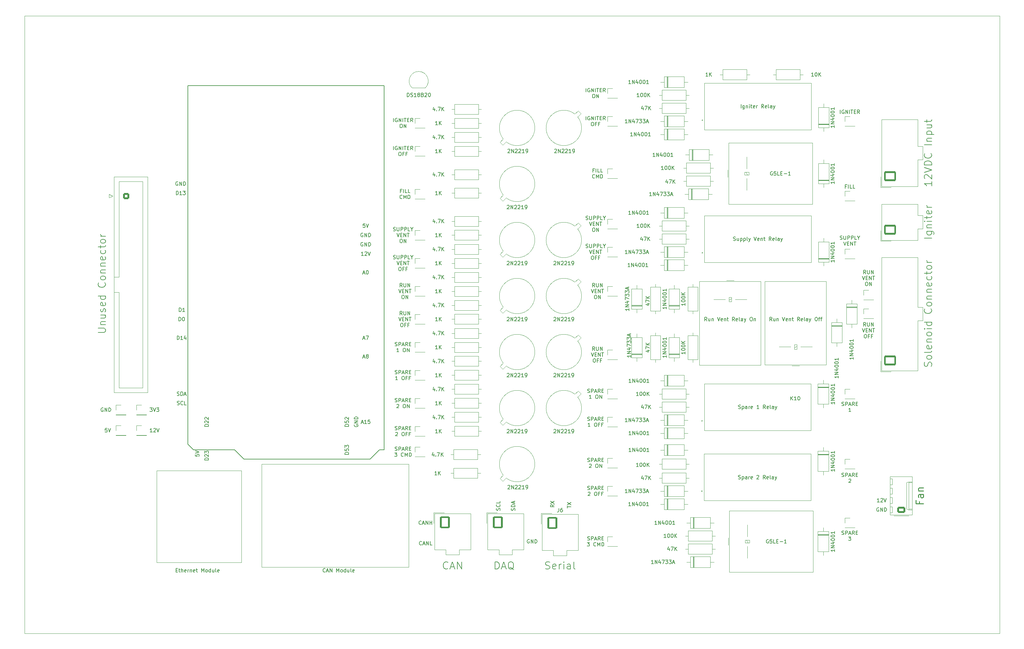
<source format=gto>
%TF.GenerationSoftware,KiCad,Pcbnew,(6.0.8)*%
%TF.CreationDate,2022-12-04T12:12:00-06:00*%
%TF.ProjectId,Actuator Box,41637475-6174-46f7-9220-426f782e6b69,rev?*%
%TF.SameCoordinates,Original*%
%TF.FileFunction,Legend,Top*%
%TF.FilePolarity,Positive*%
%FSLAX46Y46*%
G04 Gerber Fmt 4.6, Leading zero omitted, Abs format (unit mm)*
G04 Created by KiCad (PCBNEW (6.0.8)) date 2022-12-04 12:12:00*
%MOMM*%
%LPD*%
G01*
G04 APERTURE LIST*
G04 Aperture macros list*
%AMRoundRect*
0 Rectangle with rounded corners*
0 $1 Rounding radius*
0 $2 $3 $4 $5 $6 $7 $8 $9 X,Y pos of 4 corners*
0 Add a 4 corners polygon primitive as box body*
4,1,4,$2,$3,$4,$5,$6,$7,$8,$9,$2,$3,0*
0 Add four circle primitives for the rounded corners*
1,1,$1+$1,$2,$3*
1,1,$1+$1,$4,$5*
1,1,$1+$1,$6,$7*
1,1,$1+$1,$8,$9*
0 Add four rect primitives between the rounded corners*
20,1,$1+$1,$2,$3,$4,$5,0*
20,1,$1+$1,$4,$5,$6,$7,0*
20,1,$1+$1,$6,$7,$8,$9,0*
20,1,$1+$1,$8,$9,$2,$3,0*%
G04 Aperture macros list end*
%ADD10C,0.150000*%
%ADD11C,0.100000*%
%ADD12C,0.250000*%
%ADD13C,0.120000*%
%ADD14C,0.200000*%
%ADD15C,3.200000*%
%ADD16O,1.727200X1.727200*%
%ADD17R,2.200000X2.200000*%
%ADD18O,2.200000X2.200000*%
%ADD19O,1.200000X1.600000*%
%ADD20O,1.200000X1.200000*%
%ADD21C,1.600000*%
%ADD22O,1.600000X1.600000*%
%ADD23R,2.500000X2.500000*%
%ADD24O,2.500000X2.500000*%
%ADD25R,1.700000X1.700000*%
%ADD26RoundRect,0.250001X-1.099999X-1.399999X1.099999X-1.399999X1.099999X1.399999X-1.099999X1.399999X0*%
%ADD27O,2.700000X3.300000*%
%ADD28RoundRect,0.250001X1.399999X-1.099999X1.399999X1.099999X-1.399999X1.099999X-1.399999X-1.099999X0*%
%ADD29O,3.300000X2.700000*%
%ADD30C,2.100000*%
%ADD31R,1.665000X1.665000*%
%ADD32C,1.665000*%
%ADD33RoundRect,0.250000X0.845000X-0.620000X0.845000X0.620000X-0.845000X0.620000X-0.845000X-0.620000X0*%
%ADD34O,2.190000X1.740000*%
%ADD35C,1.727200*%
%ADD36RoundRect,0.250000X-0.600000X-0.600000X0.600000X-0.600000X0.600000X0.600000X-0.600000X0.600000X0*%
%ADD37C,1.700000*%
%ADD38R,1.050000X1.500000*%
%ADD39O,1.050000X1.500000*%
G04 APERTURE END LIST*
D10*
X126659142Y-201017142D02*
X126611523Y-201064761D01*
X126468666Y-201112380D01*
X126373428Y-201112380D01*
X126230571Y-201064761D01*
X126135333Y-200969523D01*
X126087714Y-200874285D01*
X126040095Y-200683809D01*
X126040095Y-200540952D01*
X126087714Y-200350476D01*
X126135333Y-200255238D01*
X126230571Y-200160000D01*
X126373428Y-200112380D01*
X126468666Y-200112380D01*
X126611523Y-200160000D01*
X126659142Y-200207619D01*
X127040095Y-200826666D02*
X127516285Y-200826666D01*
X126944857Y-201112380D02*
X127278190Y-200112380D01*
X127611523Y-201112380D01*
X127944857Y-201112380D02*
X127944857Y-200112380D01*
X128516285Y-201112380D01*
X128516285Y-200112380D01*
X129754380Y-201112380D02*
X129754380Y-200112380D01*
X130087714Y-200826666D01*
X130421047Y-200112380D01*
X130421047Y-201112380D01*
X131040095Y-201112380D02*
X130944857Y-201064761D01*
X130897238Y-201017142D01*
X130849619Y-200921904D01*
X130849619Y-200636190D01*
X130897238Y-200540952D01*
X130944857Y-200493333D01*
X131040095Y-200445714D01*
X131182952Y-200445714D01*
X131278190Y-200493333D01*
X131325809Y-200540952D01*
X131373428Y-200636190D01*
X131373428Y-200921904D01*
X131325809Y-201017142D01*
X131278190Y-201064761D01*
X131182952Y-201112380D01*
X131040095Y-201112380D01*
X132230571Y-201112380D02*
X132230571Y-200112380D01*
X132230571Y-201064761D02*
X132135333Y-201112380D01*
X131944857Y-201112380D01*
X131849619Y-201064761D01*
X131802000Y-201017142D01*
X131754380Y-200921904D01*
X131754380Y-200636190D01*
X131802000Y-200540952D01*
X131849619Y-200493333D01*
X131944857Y-200445714D01*
X132135333Y-200445714D01*
X132230571Y-200493333D01*
X133135333Y-200445714D02*
X133135333Y-201112380D01*
X132706761Y-200445714D02*
X132706761Y-200969523D01*
X132754380Y-201064761D01*
X132849619Y-201112380D01*
X132992476Y-201112380D01*
X133087714Y-201064761D01*
X133135333Y-201017142D01*
X133754380Y-201112380D02*
X133659142Y-201064761D01*
X133611523Y-200969523D01*
X133611523Y-200112380D01*
X134516285Y-201064761D02*
X134421047Y-201112380D01*
X134230571Y-201112380D01*
X134135333Y-201064761D01*
X134087714Y-200969523D01*
X134087714Y-200588571D01*
X134135333Y-200493333D01*
X134230571Y-200445714D01*
X134421047Y-200445714D01*
X134516285Y-200493333D01*
X134563904Y-200588571D01*
X134563904Y-200683809D01*
X134087714Y-200779047D01*
X86090857Y-200588571D02*
X86424190Y-200588571D01*
X86567047Y-201112380D02*
X86090857Y-201112380D01*
X86090857Y-200112380D01*
X86567047Y-200112380D01*
X86852761Y-200445714D02*
X87233714Y-200445714D01*
X86995619Y-200112380D02*
X86995619Y-200969523D01*
X87043238Y-201064761D01*
X87138476Y-201112380D01*
X87233714Y-201112380D01*
X87567047Y-201112380D02*
X87567047Y-200112380D01*
X87995619Y-201112380D02*
X87995619Y-200588571D01*
X87948000Y-200493333D01*
X87852761Y-200445714D01*
X87709904Y-200445714D01*
X87614666Y-200493333D01*
X87567047Y-200540952D01*
X88852761Y-201064761D02*
X88757523Y-201112380D01*
X88567047Y-201112380D01*
X88471809Y-201064761D01*
X88424190Y-200969523D01*
X88424190Y-200588571D01*
X88471809Y-200493333D01*
X88567047Y-200445714D01*
X88757523Y-200445714D01*
X88852761Y-200493333D01*
X88900380Y-200588571D01*
X88900380Y-200683809D01*
X88424190Y-200779047D01*
X89328952Y-201112380D02*
X89328952Y-200445714D01*
X89328952Y-200636190D02*
X89376571Y-200540952D01*
X89424190Y-200493333D01*
X89519428Y-200445714D01*
X89614666Y-200445714D01*
X89948000Y-200445714D02*
X89948000Y-201112380D01*
X89948000Y-200540952D02*
X89995619Y-200493333D01*
X90090857Y-200445714D01*
X90233714Y-200445714D01*
X90328952Y-200493333D01*
X90376571Y-200588571D01*
X90376571Y-201112380D01*
X91233714Y-201064761D02*
X91138476Y-201112380D01*
X90948000Y-201112380D01*
X90852761Y-201064761D01*
X90805142Y-200969523D01*
X90805142Y-200588571D01*
X90852761Y-200493333D01*
X90948000Y-200445714D01*
X91138476Y-200445714D01*
X91233714Y-200493333D01*
X91281333Y-200588571D01*
X91281333Y-200683809D01*
X90805142Y-200779047D01*
X91567047Y-200445714D02*
X91948000Y-200445714D01*
X91709904Y-200112380D02*
X91709904Y-200969523D01*
X91757523Y-201064761D01*
X91852761Y-201112380D01*
X91948000Y-201112380D01*
X93043238Y-201112380D02*
X93043238Y-200112380D01*
X93376571Y-200826666D01*
X93709904Y-200112380D01*
X93709904Y-201112380D01*
X94328952Y-201112380D02*
X94233714Y-201064761D01*
X94186095Y-201017142D01*
X94138476Y-200921904D01*
X94138476Y-200636190D01*
X94186095Y-200540952D01*
X94233714Y-200493333D01*
X94328952Y-200445714D01*
X94471809Y-200445714D01*
X94567047Y-200493333D01*
X94614666Y-200540952D01*
X94662285Y-200636190D01*
X94662285Y-200921904D01*
X94614666Y-201017142D01*
X94567047Y-201064761D01*
X94471809Y-201112380D01*
X94328952Y-201112380D01*
X95519428Y-201112380D02*
X95519428Y-200112380D01*
X95519428Y-201064761D02*
X95424190Y-201112380D01*
X95233714Y-201112380D01*
X95138476Y-201064761D01*
X95090857Y-201017142D01*
X95043238Y-200921904D01*
X95043238Y-200636190D01*
X95090857Y-200540952D01*
X95138476Y-200493333D01*
X95233714Y-200445714D01*
X95424190Y-200445714D01*
X95519428Y-200493333D01*
X96424190Y-200445714D02*
X96424190Y-201112380D01*
X95995619Y-200445714D02*
X95995619Y-200969523D01*
X96043238Y-201064761D01*
X96138476Y-201112380D01*
X96281333Y-201112380D01*
X96376571Y-201064761D01*
X96424190Y-201017142D01*
X97043238Y-201112380D02*
X96948000Y-201064761D01*
X96900380Y-200969523D01*
X96900380Y-200112380D01*
X97805142Y-201064761D02*
X97709904Y-201112380D01*
X97519428Y-201112380D01*
X97424190Y-201064761D01*
X97376571Y-200969523D01*
X97376571Y-200588571D01*
X97424190Y-200493333D01*
X97519428Y-200445714D01*
X97709904Y-200445714D01*
X97805142Y-200493333D01*
X97852761Y-200588571D01*
X97852761Y-200683809D01*
X97376571Y-200779047D01*
D11*
X44958000Y-49784000D02*
X309958000Y-49784000D01*
X309958000Y-49784000D02*
X309958000Y-217784000D01*
X309958000Y-217784000D02*
X44958000Y-217784000D01*
X44958000Y-217784000D02*
X44958000Y-49784000D01*
D10*
X182118095Y-192286000D02*
X182022857Y-192238380D01*
X181880000Y-192238380D01*
X181737142Y-192286000D01*
X181641904Y-192381238D01*
X181594285Y-192476476D01*
X181546666Y-192666952D01*
X181546666Y-192809809D01*
X181594285Y-193000285D01*
X181641904Y-193095523D01*
X181737142Y-193190761D01*
X181880000Y-193238380D01*
X181975238Y-193238380D01*
X182118095Y-193190761D01*
X182165714Y-193143142D01*
X182165714Y-192809809D01*
X181975238Y-192809809D01*
X182594285Y-193238380D02*
X182594285Y-192238380D01*
X183165714Y-193238380D01*
X183165714Y-192238380D01*
X183641904Y-193238380D02*
X183641904Y-192238380D01*
X183880000Y-192238380D01*
X184022857Y-192286000D01*
X184118095Y-192381238D01*
X184165714Y-192476476D01*
X184213333Y-192666952D01*
X184213333Y-192809809D01*
X184165714Y-193000285D01*
X184118095Y-193095523D01*
X184022857Y-193190761D01*
X183880000Y-193238380D01*
X183641904Y-193238380D01*
X134628000Y-161011904D02*
X134580380Y-161107142D01*
X134580380Y-161250000D01*
X134628000Y-161392857D01*
X134723238Y-161488095D01*
X134818476Y-161535714D01*
X135008952Y-161583333D01*
X135151809Y-161583333D01*
X135342285Y-161535714D01*
X135437523Y-161488095D01*
X135532761Y-161392857D01*
X135580380Y-161250000D01*
X135580380Y-161154761D01*
X135532761Y-161011904D01*
X135485142Y-160964285D01*
X135151809Y-160964285D01*
X135151809Y-161154761D01*
X135580380Y-160535714D02*
X134580380Y-160535714D01*
X135580380Y-159964285D01*
X134580380Y-159964285D01*
X135580380Y-159488095D02*
X134580380Y-159488095D01*
X134580380Y-159250000D01*
X134628000Y-159107142D01*
X134723238Y-159011904D01*
X134818476Y-158964285D01*
X135008952Y-158916666D01*
X135151809Y-158916666D01*
X135342285Y-158964285D01*
X135437523Y-159011904D01*
X135532761Y-159107142D01*
X135580380Y-159250000D01*
X135580380Y-159488095D01*
X145661333Y-168001761D02*
X145804190Y-168049380D01*
X146042285Y-168049380D01*
X146137523Y-168001761D01*
X146185142Y-167954142D01*
X146232761Y-167858904D01*
X146232761Y-167763666D01*
X146185142Y-167668428D01*
X146137523Y-167620809D01*
X146042285Y-167573190D01*
X145851809Y-167525571D01*
X145756571Y-167477952D01*
X145708952Y-167430333D01*
X145661333Y-167335095D01*
X145661333Y-167239857D01*
X145708952Y-167144619D01*
X145756571Y-167097000D01*
X145851809Y-167049380D01*
X146089904Y-167049380D01*
X146232761Y-167097000D01*
X146661333Y-168049380D02*
X146661333Y-167049380D01*
X147042285Y-167049380D01*
X147137523Y-167097000D01*
X147185142Y-167144619D01*
X147232761Y-167239857D01*
X147232761Y-167382714D01*
X147185142Y-167477952D01*
X147137523Y-167525571D01*
X147042285Y-167573190D01*
X146661333Y-167573190D01*
X147613714Y-167763666D02*
X148089904Y-167763666D01*
X147518476Y-168049380D02*
X147851809Y-167049380D01*
X148185142Y-168049380D01*
X149089904Y-168049380D02*
X148756571Y-167573190D01*
X148518476Y-168049380D02*
X148518476Y-167049380D01*
X148899428Y-167049380D01*
X148994666Y-167097000D01*
X149042285Y-167144619D01*
X149089904Y-167239857D01*
X149089904Y-167382714D01*
X149042285Y-167477952D01*
X148994666Y-167525571D01*
X148899428Y-167573190D01*
X148518476Y-167573190D01*
X149518476Y-167525571D02*
X149851809Y-167525571D01*
X149994666Y-168049380D02*
X149518476Y-168049380D01*
X149518476Y-167049380D01*
X149994666Y-167049380D01*
X145542285Y-168659380D02*
X146161333Y-168659380D01*
X145828000Y-169040333D01*
X145970857Y-169040333D01*
X146066095Y-169087952D01*
X146113714Y-169135571D01*
X146161333Y-169230809D01*
X146161333Y-169468904D01*
X146113714Y-169564142D01*
X146066095Y-169611761D01*
X145970857Y-169659380D01*
X145685142Y-169659380D01*
X145589904Y-169611761D01*
X145542285Y-169564142D01*
X147923238Y-169564142D02*
X147875619Y-169611761D01*
X147732761Y-169659380D01*
X147637523Y-169659380D01*
X147494666Y-169611761D01*
X147399428Y-169516523D01*
X147351809Y-169421285D01*
X147304190Y-169230809D01*
X147304190Y-169087952D01*
X147351809Y-168897476D01*
X147399428Y-168802238D01*
X147494666Y-168707000D01*
X147637523Y-168659380D01*
X147732761Y-168659380D01*
X147875619Y-168707000D01*
X147923238Y-168754619D01*
X148351809Y-169659380D02*
X148351809Y-168659380D01*
X148685142Y-169373666D01*
X149018476Y-168659380D01*
X149018476Y-169659380D01*
X149494666Y-169659380D02*
X149494666Y-168659380D01*
X149732761Y-168659380D01*
X149875619Y-168707000D01*
X149970857Y-168802238D01*
X150018476Y-168897476D01*
X150066095Y-169087952D01*
X150066095Y-169230809D01*
X150018476Y-169421285D01*
X149970857Y-169516523D01*
X149875619Y-169611761D01*
X149732761Y-169659380D01*
X149494666Y-169659380D01*
X86415714Y-153034761D02*
X86558571Y-153082380D01*
X86796666Y-153082380D01*
X86891904Y-153034761D01*
X86939523Y-152987142D01*
X86987142Y-152891904D01*
X86987142Y-152796666D01*
X86939523Y-152701428D01*
X86891904Y-152653809D01*
X86796666Y-152606190D01*
X86606190Y-152558571D01*
X86510952Y-152510952D01*
X86463333Y-152463333D01*
X86415714Y-152368095D01*
X86415714Y-152272857D01*
X86463333Y-152177619D01*
X86510952Y-152130000D01*
X86606190Y-152082380D01*
X86844285Y-152082380D01*
X86987142Y-152130000D01*
X87415714Y-153082380D02*
X87415714Y-152082380D01*
X87653809Y-152082380D01*
X87796666Y-152130000D01*
X87891904Y-152225238D01*
X87939523Y-152320476D01*
X87987142Y-152510952D01*
X87987142Y-152653809D01*
X87939523Y-152844285D01*
X87891904Y-152939523D01*
X87796666Y-153034761D01*
X87653809Y-153082380D01*
X87415714Y-153082380D01*
X88368095Y-152796666D02*
X88844285Y-152796666D01*
X88272857Y-153082380D02*
X88606190Y-152082380D01*
X88939523Y-153082380D01*
X197985333Y-192385761D02*
X198128190Y-192433380D01*
X198366285Y-192433380D01*
X198461523Y-192385761D01*
X198509142Y-192338142D01*
X198556761Y-192242904D01*
X198556761Y-192147666D01*
X198509142Y-192052428D01*
X198461523Y-192004809D01*
X198366285Y-191957190D01*
X198175809Y-191909571D01*
X198080571Y-191861952D01*
X198032952Y-191814333D01*
X197985333Y-191719095D01*
X197985333Y-191623857D01*
X198032952Y-191528619D01*
X198080571Y-191481000D01*
X198175809Y-191433380D01*
X198413904Y-191433380D01*
X198556761Y-191481000D01*
X198985333Y-192433380D02*
X198985333Y-191433380D01*
X199366285Y-191433380D01*
X199461523Y-191481000D01*
X199509142Y-191528619D01*
X199556761Y-191623857D01*
X199556761Y-191766714D01*
X199509142Y-191861952D01*
X199461523Y-191909571D01*
X199366285Y-191957190D01*
X198985333Y-191957190D01*
X199937714Y-192147666D02*
X200413904Y-192147666D01*
X199842476Y-192433380D02*
X200175809Y-191433380D01*
X200509142Y-192433380D01*
X201413904Y-192433380D02*
X201080571Y-191957190D01*
X200842476Y-192433380D02*
X200842476Y-191433380D01*
X201223428Y-191433380D01*
X201318666Y-191481000D01*
X201366285Y-191528619D01*
X201413904Y-191623857D01*
X201413904Y-191766714D01*
X201366285Y-191861952D01*
X201318666Y-191909571D01*
X201223428Y-191957190D01*
X200842476Y-191957190D01*
X201842476Y-191909571D02*
X202175809Y-191909571D01*
X202318666Y-192433380D02*
X201842476Y-192433380D01*
X201842476Y-191433380D01*
X202318666Y-191433380D01*
X197866285Y-193043380D02*
X198485333Y-193043380D01*
X198152000Y-193424333D01*
X198294857Y-193424333D01*
X198390095Y-193471952D01*
X198437714Y-193519571D01*
X198485333Y-193614809D01*
X198485333Y-193852904D01*
X198437714Y-193948142D01*
X198390095Y-193995761D01*
X198294857Y-194043380D01*
X198009142Y-194043380D01*
X197913904Y-193995761D01*
X197866285Y-193948142D01*
X200247238Y-193948142D02*
X200199619Y-193995761D01*
X200056761Y-194043380D01*
X199961523Y-194043380D01*
X199818666Y-193995761D01*
X199723428Y-193900523D01*
X199675809Y-193805285D01*
X199628190Y-193614809D01*
X199628190Y-193471952D01*
X199675809Y-193281476D01*
X199723428Y-193186238D01*
X199818666Y-193091000D01*
X199961523Y-193043380D01*
X200056761Y-193043380D01*
X200199619Y-193091000D01*
X200247238Y-193138619D01*
X200675809Y-194043380D02*
X200675809Y-193043380D01*
X201009142Y-193757666D01*
X201342476Y-193043380D01*
X201342476Y-194043380D01*
X201818666Y-194043380D02*
X201818666Y-193043380D01*
X202056761Y-193043380D01*
X202199619Y-193091000D01*
X202294857Y-193186238D01*
X202342476Y-193281476D01*
X202390095Y-193471952D01*
X202390095Y-193614809D01*
X202342476Y-193805285D01*
X202294857Y-193900523D01*
X202199619Y-193995761D01*
X202056761Y-194043380D01*
X201818666Y-194043380D01*
X273581904Y-134224380D02*
X273248571Y-133748190D01*
X273010476Y-134224380D02*
X273010476Y-133224380D01*
X273391428Y-133224380D01*
X273486666Y-133272000D01*
X273534285Y-133319619D01*
X273581904Y-133414857D01*
X273581904Y-133557714D01*
X273534285Y-133652952D01*
X273486666Y-133700571D01*
X273391428Y-133748190D01*
X273010476Y-133748190D01*
X274010476Y-133224380D02*
X274010476Y-134033904D01*
X274058095Y-134129142D01*
X274105714Y-134176761D01*
X274200952Y-134224380D01*
X274391428Y-134224380D01*
X274486666Y-134176761D01*
X274534285Y-134129142D01*
X274581904Y-134033904D01*
X274581904Y-133224380D01*
X275058095Y-134224380D02*
X275058095Y-133224380D01*
X275629523Y-134224380D01*
X275629523Y-133224380D01*
X272629523Y-134834380D02*
X272962857Y-135834380D01*
X273296190Y-134834380D01*
X273629523Y-135310571D02*
X273962857Y-135310571D01*
X274105714Y-135834380D02*
X273629523Y-135834380D01*
X273629523Y-134834380D01*
X274105714Y-134834380D01*
X274534285Y-135834380D02*
X274534285Y-134834380D01*
X275105714Y-135834380D01*
X275105714Y-134834380D01*
X275439047Y-134834380D02*
X276010476Y-134834380D01*
X275724761Y-135834380D02*
X275724761Y-134834380D01*
X273367619Y-136444380D02*
X273558095Y-136444380D01*
X273653333Y-136492000D01*
X273748571Y-136587238D01*
X273796190Y-136777714D01*
X273796190Y-137111047D01*
X273748571Y-137301523D01*
X273653333Y-137396761D01*
X273558095Y-137444380D01*
X273367619Y-137444380D01*
X273272380Y-137396761D01*
X273177142Y-137301523D01*
X273129523Y-137111047D01*
X273129523Y-136777714D01*
X273177142Y-136587238D01*
X273272380Y-136492000D01*
X273367619Y-136444380D01*
X274558095Y-136920571D02*
X274224761Y-136920571D01*
X274224761Y-137444380D02*
X274224761Y-136444380D01*
X274700952Y-136444380D01*
X275415238Y-136920571D02*
X275081904Y-136920571D01*
X275081904Y-137444380D02*
X275081904Y-136444380D01*
X275558095Y-136444380D01*
X152876380Y-193651142D02*
X152828761Y-193698761D01*
X152685904Y-193746380D01*
X152590666Y-193746380D01*
X152447809Y-193698761D01*
X152352571Y-193603523D01*
X152304952Y-193508285D01*
X152257333Y-193317809D01*
X152257333Y-193174952D01*
X152304952Y-192984476D01*
X152352571Y-192889238D01*
X152447809Y-192794000D01*
X152590666Y-192746380D01*
X152685904Y-192746380D01*
X152828761Y-192794000D01*
X152876380Y-192841619D01*
X153257333Y-193460666D02*
X153733523Y-193460666D01*
X153162095Y-193746380D02*
X153495428Y-192746380D01*
X153828761Y-193746380D01*
X154162095Y-193746380D02*
X154162095Y-192746380D01*
X154733523Y-193746380D01*
X154733523Y-192746380D01*
X155685904Y-193746380D02*
X155209714Y-193746380D01*
X155209714Y-192746380D01*
X136953714Y-142636666D02*
X137429904Y-142636666D01*
X136858476Y-142922380D02*
X137191809Y-141922380D01*
X137525142Y-142922380D01*
X138001333Y-142350952D02*
X137906095Y-142303333D01*
X137858476Y-142255714D01*
X137810857Y-142160476D01*
X137810857Y-142112857D01*
X137858476Y-142017619D01*
X137906095Y-141970000D01*
X138001333Y-141922380D01*
X138191809Y-141922380D01*
X138287047Y-141970000D01*
X138334666Y-142017619D01*
X138382285Y-142112857D01*
X138382285Y-142160476D01*
X138334666Y-142255714D01*
X138287047Y-142303333D01*
X138191809Y-142350952D01*
X138001333Y-142350952D01*
X137906095Y-142398571D01*
X137858476Y-142446190D01*
X137810857Y-142541428D01*
X137810857Y-142731904D01*
X137858476Y-142827142D01*
X137906095Y-142874761D01*
X138001333Y-142922380D01*
X138191809Y-142922380D01*
X138287047Y-142874761D01*
X138334666Y-142827142D01*
X138382285Y-142731904D01*
X138382285Y-142541428D01*
X138334666Y-142446190D01*
X138287047Y-142398571D01*
X138191809Y-142350952D01*
X197556761Y-70513380D02*
X197556761Y-69513380D01*
X198556761Y-69561000D02*
X198461523Y-69513380D01*
X198318666Y-69513380D01*
X198175809Y-69561000D01*
X198080571Y-69656238D01*
X198032952Y-69751476D01*
X197985333Y-69941952D01*
X197985333Y-70084809D01*
X198032952Y-70275285D01*
X198080571Y-70370523D01*
X198175809Y-70465761D01*
X198318666Y-70513380D01*
X198413904Y-70513380D01*
X198556761Y-70465761D01*
X198604380Y-70418142D01*
X198604380Y-70084809D01*
X198413904Y-70084809D01*
X199032952Y-70513380D02*
X199032952Y-69513380D01*
X199604380Y-70513380D01*
X199604380Y-69513380D01*
X200080571Y-70513380D02*
X200080571Y-69513380D01*
X200413904Y-69513380D02*
X200985333Y-69513380D01*
X200699619Y-70513380D02*
X200699619Y-69513380D01*
X201318666Y-69989571D02*
X201652000Y-69989571D01*
X201794857Y-70513380D02*
X201318666Y-70513380D01*
X201318666Y-69513380D01*
X201794857Y-69513380D01*
X202794857Y-70513380D02*
X202461523Y-70037190D01*
X202223428Y-70513380D02*
X202223428Y-69513380D01*
X202604380Y-69513380D01*
X202699619Y-69561000D01*
X202747238Y-69608619D01*
X202794857Y-69703857D01*
X202794857Y-69846714D01*
X202747238Y-69941952D01*
X202699619Y-69989571D01*
X202604380Y-70037190D01*
X202223428Y-70037190D01*
X199532952Y-71123380D02*
X199723428Y-71123380D01*
X199818666Y-71171000D01*
X199913904Y-71266238D01*
X199961523Y-71456714D01*
X199961523Y-71790047D01*
X199913904Y-71980523D01*
X199818666Y-72075761D01*
X199723428Y-72123380D01*
X199532952Y-72123380D01*
X199437714Y-72075761D01*
X199342476Y-71980523D01*
X199294857Y-71790047D01*
X199294857Y-71456714D01*
X199342476Y-71266238D01*
X199437714Y-71171000D01*
X199532952Y-71123380D01*
X200390095Y-72123380D02*
X200390095Y-71123380D01*
X200961523Y-72123380D01*
X200961523Y-71123380D01*
X145232761Y-86261380D02*
X145232761Y-85261380D01*
X146232761Y-85309000D02*
X146137523Y-85261380D01*
X145994666Y-85261380D01*
X145851809Y-85309000D01*
X145756571Y-85404238D01*
X145708952Y-85499476D01*
X145661333Y-85689952D01*
X145661333Y-85832809D01*
X145708952Y-86023285D01*
X145756571Y-86118523D01*
X145851809Y-86213761D01*
X145994666Y-86261380D01*
X146089904Y-86261380D01*
X146232761Y-86213761D01*
X146280380Y-86166142D01*
X146280380Y-85832809D01*
X146089904Y-85832809D01*
X146708952Y-86261380D02*
X146708952Y-85261380D01*
X147280380Y-86261380D01*
X147280380Y-85261380D01*
X147756571Y-86261380D02*
X147756571Y-85261380D01*
X148089904Y-85261380D02*
X148661333Y-85261380D01*
X148375619Y-86261380D02*
X148375619Y-85261380D01*
X148994666Y-85737571D02*
X149328000Y-85737571D01*
X149470857Y-86261380D02*
X148994666Y-86261380D01*
X148994666Y-85261380D01*
X149470857Y-85261380D01*
X150470857Y-86261380D02*
X150137523Y-85785190D01*
X149899428Y-86261380D02*
X149899428Y-85261380D01*
X150280380Y-85261380D01*
X150375619Y-85309000D01*
X150423238Y-85356619D01*
X150470857Y-85451857D01*
X150470857Y-85594714D01*
X150423238Y-85689952D01*
X150375619Y-85737571D01*
X150280380Y-85785190D01*
X149899428Y-85785190D01*
X146875619Y-86871380D02*
X147066095Y-86871380D01*
X147161333Y-86919000D01*
X147256571Y-87014238D01*
X147304190Y-87204714D01*
X147304190Y-87538047D01*
X147256571Y-87728523D01*
X147161333Y-87823761D01*
X147066095Y-87871380D01*
X146875619Y-87871380D01*
X146780380Y-87823761D01*
X146685142Y-87728523D01*
X146637523Y-87538047D01*
X146637523Y-87204714D01*
X146685142Y-87014238D01*
X146780380Y-86919000D01*
X146875619Y-86871380D01*
X148066095Y-87347571D02*
X147732761Y-87347571D01*
X147732761Y-87871380D02*
X147732761Y-86871380D01*
X148208952Y-86871380D01*
X148923238Y-87347571D02*
X148589904Y-87347571D01*
X148589904Y-87871380D02*
X148589904Y-86871380D01*
X149066095Y-86871380D01*
X136953714Y-137556666D02*
X137429904Y-137556666D01*
X136858476Y-137842380D02*
X137191809Y-136842380D01*
X137525142Y-137842380D01*
X137763238Y-136842380D02*
X138429904Y-136842380D01*
X138001333Y-137842380D01*
X197985333Y-178669761D02*
X198128190Y-178717380D01*
X198366285Y-178717380D01*
X198461523Y-178669761D01*
X198509142Y-178622142D01*
X198556761Y-178526904D01*
X198556761Y-178431666D01*
X198509142Y-178336428D01*
X198461523Y-178288809D01*
X198366285Y-178241190D01*
X198175809Y-178193571D01*
X198080571Y-178145952D01*
X198032952Y-178098333D01*
X197985333Y-178003095D01*
X197985333Y-177907857D01*
X198032952Y-177812619D01*
X198080571Y-177765000D01*
X198175809Y-177717380D01*
X198413904Y-177717380D01*
X198556761Y-177765000D01*
X198985333Y-178717380D02*
X198985333Y-177717380D01*
X199366285Y-177717380D01*
X199461523Y-177765000D01*
X199509142Y-177812619D01*
X199556761Y-177907857D01*
X199556761Y-178050714D01*
X199509142Y-178145952D01*
X199461523Y-178193571D01*
X199366285Y-178241190D01*
X198985333Y-178241190D01*
X199937714Y-178431666D02*
X200413904Y-178431666D01*
X199842476Y-178717380D02*
X200175809Y-177717380D01*
X200509142Y-178717380D01*
X201413904Y-178717380D02*
X201080571Y-178241190D01*
X200842476Y-178717380D02*
X200842476Y-177717380D01*
X201223428Y-177717380D01*
X201318666Y-177765000D01*
X201366285Y-177812619D01*
X201413904Y-177907857D01*
X201413904Y-178050714D01*
X201366285Y-178145952D01*
X201318666Y-178193571D01*
X201223428Y-178241190D01*
X200842476Y-178241190D01*
X201842476Y-178193571D02*
X202175809Y-178193571D01*
X202318666Y-178717380D02*
X201842476Y-178717380D01*
X201842476Y-177717380D01*
X202318666Y-177717380D01*
X198104380Y-179422619D02*
X198152000Y-179375000D01*
X198247238Y-179327380D01*
X198485333Y-179327380D01*
X198580571Y-179375000D01*
X198628190Y-179422619D01*
X198675809Y-179517857D01*
X198675809Y-179613095D01*
X198628190Y-179755952D01*
X198056761Y-180327380D01*
X198675809Y-180327380D01*
X200056761Y-179327380D02*
X200247238Y-179327380D01*
X200342476Y-179375000D01*
X200437714Y-179470238D01*
X200485333Y-179660714D01*
X200485333Y-179994047D01*
X200437714Y-180184523D01*
X200342476Y-180279761D01*
X200247238Y-180327380D01*
X200056761Y-180327380D01*
X199961523Y-180279761D01*
X199866285Y-180184523D01*
X199818666Y-179994047D01*
X199818666Y-179660714D01*
X199866285Y-179470238D01*
X199961523Y-179375000D01*
X200056761Y-179327380D01*
X201247238Y-179803571D02*
X200913904Y-179803571D01*
X200913904Y-180327380D02*
X200913904Y-179327380D01*
X201390095Y-179327380D01*
X202104380Y-179803571D02*
X201771047Y-179803571D01*
X201771047Y-180327380D02*
X201771047Y-179327380D01*
X202247238Y-179327380D01*
X172831428Y-200294761D02*
X172831428Y-198294761D01*
X173307619Y-198294761D01*
X173593333Y-198390000D01*
X173783809Y-198580476D01*
X173879047Y-198770952D01*
X173974285Y-199151904D01*
X173974285Y-199437619D01*
X173879047Y-199818571D01*
X173783809Y-200009047D01*
X173593333Y-200199523D01*
X173307619Y-200294761D01*
X172831428Y-200294761D01*
X174736190Y-199723333D02*
X175688571Y-199723333D01*
X174545714Y-200294761D02*
X175212380Y-198294761D01*
X175879047Y-200294761D01*
X177879047Y-200485238D02*
X177688571Y-200390000D01*
X177498095Y-200199523D01*
X177212380Y-199913809D01*
X177021904Y-199818571D01*
X176831428Y-199818571D01*
X176926666Y-200294761D02*
X176736190Y-200199523D01*
X176545714Y-200009047D01*
X176450476Y-199628095D01*
X176450476Y-198961428D01*
X176545714Y-198580476D01*
X176736190Y-198390000D01*
X176926666Y-198294761D01*
X177307619Y-198294761D01*
X177498095Y-198390000D01*
X177688571Y-198580476D01*
X177783809Y-198961428D01*
X177783809Y-199628095D01*
X177688571Y-200009047D01*
X177498095Y-200199523D01*
X177307619Y-200294761D01*
X176926666Y-200294761D01*
X145185142Y-115888761D02*
X145328000Y-115936380D01*
X145566095Y-115936380D01*
X145661333Y-115888761D01*
X145708952Y-115841142D01*
X145756571Y-115745904D01*
X145756571Y-115650666D01*
X145708952Y-115555428D01*
X145661333Y-115507809D01*
X145566095Y-115460190D01*
X145375619Y-115412571D01*
X145280380Y-115364952D01*
X145232761Y-115317333D01*
X145185142Y-115222095D01*
X145185142Y-115126857D01*
X145232761Y-115031619D01*
X145280380Y-114984000D01*
X145375619Y-114936380D01*
X145613714Y-114936380D01*
X145756571Y-114984000D01*
X146185142Y-114936380D02*
X146185142Y-115745904D01*
X146232761Y-115841142D01*
X146280380Y-115888761D01*
X146375619Y-115936380D01*
X146566095Y-115936380D01*
X146661333Y-115888761D01*
X146708952Y-115841142D01*
X146756571Y-115745904D01*
X146756571Y-114936380D01*
X147232761Y-115936380D02*
X147232761Y-114936380D01*
X147613714Y-114936380D01*
X147708952Y-114984000D01*
X147756571Y-115031619D01*
X147804190Y-115126857D01*
X147804190Y-115269714D01*
X147756571Y-115364952D01*
X147708952Y-115412571D01*
X147613714Y-115460190D01*
X147232761Y-115460190D01*
X148232761Y-115936380D02*
X148232761Y-114936380D01*
X148613714Y-114936380D01*
X148708952Y-114984000D01*
X148756571Y-115031619D01*
X148804190Y-115126857D01*
X148804190Y-115269714D01*
X148756571Y-115364952D01*
X148708952Y-115412571D01*
X148613714Y-115460190D01*
X148232761Y-115460190D01*
X149708952Y-115936380D02*
X149232761Y-115936380D01*
X149232761Y-114936380D01*
X150232761Y-115460190D02*
X150232761Y-115936380D01*
X149899428Y-114936380D02*
X150232761Y-115460190D01*
X150566095Y-114936380D01*
X146137523Y-116546380D02*
X146470857Y-117546380D01*
X146804190Y-116546380D01*
X147137523Y-117022571D02*
X147470857Y-117022571D01*
X147613714Y-117546380D02*
X147137523Y-117546380D01*
X147137523Y-116546380D01*
X147613714Y-116546380D01*
X148042285Y-117546380D02*
X148042285Y-116546380D01*
X148613714Y-117546380D01*
X148613714Y-116546380D01*
X148947047Y-116546380D02*
X149518476Y-116546380D01*
X149232761Y-117546380D02*
X149232761Y-116546380D01*
X146875619Y-118156380D02*
X147066095Y-118156380D01*
X147161333Y-118204000D01*
X147256571Y-118299238D01*
X147304190Y-118489714D01*
X147304190Y-118823047D01*
X147256571Y-119013523D01*
X147161333Y-119108761D01*
X147066095Y-119156380D01*
X146875619Y-119156380D01*
X146780380Y-119108761D01*
X146685142Y-119013523D01*
X146637523Y-118823047D01*
X146637523Y-118489714D01*
X146685142Y-118299238D01*
X146780380Y-118204000D01*
X146875619Y-118156380D01*
X148066095Y-118632571D02*
X147732761Y-118632571D01*
X147732761Y-119156380D02*
X147732761Y-118156380D01*
X148208952Y-118156380D01*
X148923238Y-118632571D02*
X148589904Y-118632571D01*
X148589904Y-119156380D02*
X148589904Y-118156380D01*
X149066095Y-118156380D01*
X94940380Y-170632285D02*
X93940380Y-170632285D01*
X93940380Y-170394190D01*
X93988000Y-170251333D01*
X94083238Y-170156095D01*
X94178476Y-170108476D01*
X94368952Y-170060857D01*
X94511809Y-170060857D01*
X94702285Y-170108476D01*
X94797523Y-170156095D01*
X94892761Y-170251333D01*
X94940380Y-170394190D01*
X94940380Y-170632285D01*
X94035619Y-169679904D02*
X93988000Y-169632285D01*
X93940380Y-169537047D01*
X93940380Y-169298952D01*
X93988000Y-169203714D01*
X94035619Y-169156095D01*
X94130857Y-169108476D01*
X94226095Y-169108476D01*
X94368952Y-169156095D01*
X94940380Y-169727523D01*
X94940380Y-169108476D01*
X93940380Y-168775142D02*
X93940380Y-168156095D01*
X94321333Y-168489428D01*
X94321333Y-168346571D01*
X94368952Y-168251333D01*
X94416571Y-168203714D01*
X94511809Y-168156095D01*
X94749904Y-168156095D01*
X94845142Y-168203714D01*
X94892761Y-168251333D01*
X94940380Y-168346571D01*
X94940380Y-168632285D01*
X94892761Y-168727523D01*
X94845142Y-168775142D01*
X145185142Y-108268761D02*
X145328000Y-108316380D01*
X145566095Y-108316380D01*
X145661333Y-108268761D01*
X145708952Y-108221142D01*
X145756571Y-108125904D01*
X145756571Y-108030666D01*
X145708952Y-107935428D01*
X145661333Y-107887809D01*
X145566095Y-107840190D01*
X145375619Y-107792571D01*
X145280380Y-107744952D01*
X145232761Y-107697333D01*
X145185142Y-107602095D01*
X145185142Y-107506857D01*
X145232761Y-107411619D01*
X145280380Y-107364000D01*
X145375619Y-107316380D01*
X145613714Y-107316380D01*
X145756571Y-107364000D01*
X146185142Y-107316380D02*
X146185142Y-108125904D01*
X146232761Y-108221142D01*
X146280380Y-108268761D01*
X146375619Y-108316380D01*
X146566095Y-108316380D01*
X146661333Y-108268761D01*
X146708952Y-108221142D01*
X146756571Y-108125904D01*
X146756571Y-107316380D01*
X147232761Y-108316380D02*
X147232761Y-107316380D01*
X147613714Y-107316380D01*
X147708952Y-107364000D01*
X147756571Y-107411619D01*
X147804190Y-107506857D01*
X147804190Y-107649714D01*
X147756571Y-107744952D01*
X147708952Y-107792571D01*
X147613714Y-107840190D01*
X147232761Y-107840190D01*
X148232761Y-108316380D02*
X148232761Y-107316380D01*
X148613714Y-107316380D01*
X148708952Y-107364000D01*
X148756571Y-107411619D01*
X148804190Y-107506857D01*
X148804190Y-107649714D01*
X148756571Y-107744952D01*
X148708952Y-107792571D01*
X148613714Y-107840190D01*
X148232761Y-107840190D01*
X149708952Y-108316380D02*
X149232761Y-108316380D01*
X149232761Y-107316380D01*
X150232761Y-107840190D02*
X150232761Y-108316380D01*
X149899428Y-107316380D02*
X150232761Y-107840190D01*
X150566095Y-107316380D01*
X146137523Y-108926380D02*
X146470857Y-109926380D01*
X146804190Y-108926380D01*
X147137523Y-109402571D02*
X147470857Y-109402571D01*
X147613714Y-109926380D02*
X147137523Y-109926380D01*
X147137523Y-108926380D01*
X147613714Y-108926380D01*
X148042285Y-109926380D02*
X148042285Y-108926380D01*
X148613714Y-109926380D01*
X148613714Y-108926380D01*
X148947047Y-108926380D02*
X149518476Y-108926380D01*
X149232761Y-109926380D02*
X149232761Y-108926380D01*
X147208952Y-110536380D02*
X147399428Y-110536380D01*
X147494666Y-110584000D01*
X147589904Y-110679238D01*
X147637523Y-110869714D01*
X147637523Y-111203047D01*
X147589904Y-111393523D01*
X147494666Y-111488761D01*
X147399428Y-111536380D01*
X147208952Y-111536380D01*
X147113714Y-111488761D01*
X147018476Y-111393523D01*
X146970857Y-111203047D01*
X146970857Y-110869714D01*
X147018476Y-110679238D01*
X147113714Y-110584000D01*
X147208952Y-110536380D01*
X148066095Y-111536380D02*
X148066095Y-110536380D01*
X148637523Y-111536380D01*
X148637523Y-110536380D01*
X178204761Y-184348285D02*
X178252380Y-184205428D01*
X178252380Y-183967333D01*
X178204761Y-183872095D01*
X178157142Y-183824476D01*
X178061904Y-183776857D01*
X177966666Y-183776857D01*
X177871428Y-183824476D01*
X177823809Y-183872095D01*
X177776190Y-183967333D01*
X177728571Y-184157809D01*
X177680952Y-184253047D01*
X177633333Y-184300666D01*
X177538095Y-184348285D01*
X177442857Y-184348285D01*
X177347619Y-184300666D01*
X177300000Y-184253047D01*
X177252380Y-184157809D01*
X177252380Y-183919714D01*
X177300000Y-183776857D01*
X178252380Y-183348285D02*
X177252380Y-183348285D01*
X177252380Y-183110190D01*
X177300000Y-182967333D01*
X177395238Y-182872095D01*
X177490476Y-182824476D01*
X177680952Y-182776857D01*
X177823809Y-182776857D01*
X178014285Y-182824476D01*
X178109523Y-182872095D01*
X178204761Y-182967333D01*
X178252380Y-183110190D01*
X178252380Y-183348285D01*
X177966666Y-182395904D02*
X177966666Y-181919714D01*
X178252380Y-182491142D02*
X177252380Y-182157809D01*
X178252380Y-181824476D01*
X277114095Y-183650000D02*
X277018857Y-183602380D01*
X276876000Y-183602380D01*
X276733142Y-183650000D01*
X276637904Y-183745238D01*
X276590285Y-183840476D01*
X276542666Y-184030952D01*
X276542666Y-184173809D01*
X276590285Y-184364285D01*
X276637904Y-184459523D01*
X276733142Y-184554761D01*
X276876000Y-184602380D01*
X276971238Y-184602380D01*
X277114095Y-184554761D01*
X277161714Y-184507142D01*
X277161714Y-184173809D01*
X276971238Y-184173809D01*
X277590285Y-184602380D02*
X277590285Y-183602380D01*
X278161714Y-184602380D01*
X278161714Y-183602380D01*
X278637904Y-184602380D02*
X278637904Y-183602380D01*
X278876000Y-183602380D01*
X279018857Y-183650000D01*
X279114095Y-183745238D01*
X279161714Y-183840476D01*
X279209333Y-184030952D01*
X279209333Y-184173809D01*
X279161714Y-184364285D01*
X279114095Y-184459523D01*
X279018857Y-184554761D01*
X278876000Y-184602380D01*
X278637904Y-184602380D01*
X147597904Y-131176380D02*
X147264571Y-130700190D01*
X147026476Y-131176380D02*
X147026476Y-130176380D01*
X147407428Y-130176380D01*
X147502666Y-130224000D01*
X147550285Y-130271619D01*
X147597904Y-130366857D01*
X147597904Y-130509714D01*
X147550285Y-130604952D01*
X147502666Y-130652571D01*
X147407428Y-130700190D01*
X147026476Y-130700190D01*
X148026476Y-130176380D02*
X148026476Y-130985904D01*
X148074095Y-131081142D01*
X148121714Y-131128761D01*
X148216952Y-131176380D01*
X148407428Y-131176380D01*
X148502666Y-131128761D01*
X148550285Y-131081142D01*
X148597904Y-130985904D01*
X148597904Y-130176380D01*
X149074095Y-131176380D02*
X149074095Y-130176380D01*
X149645523Y-131176380D01*
X149645523Y-130176380D01*
X146645523Y-131786380D02*
X146978857Y-132786380D01*
X147312190Y-131786380D01*
X147645523Y-132262571D02*
X147978857Y-132262571D01*
X148121714Y-132786380D02*
X147645523Y-132786380D01*
X147645523Y-131786380D01*
X148121714Y-131786380D01*
X148550285Y-132786380D02*
X148550285Y-131786380D01*
X149121714Y-132786380D01*
X149121714Y-131786380D01*
X149455047Y-131786380D02*
X150026476Y-131786380D01*
X149740761Y-132786380D02*
X149740761Y-131786380D01*
X147383619Y-133396380D02*
X147574095Y-133396380D01*
X147669333Y-133444000D01*
X147764571Y-133539238D01*
X147812190Y-133729714D01*
X147812190Y-134063047D01*
X147764571Y-134253523D01*
X147669333Y-134348761D01*
X147574095Y-134396380D01*
X147383619Y-134396380D01*
X147288380Y-134348761D01*
X147193142Y-134253523D01*
X147145523Y-134063047D01*
X147145523Y-133729714D01*
X147193142Y-133539238D01*
X147288380Y-133444000D01*
X147383619Y-133396380D01*
X148574095Y-133872571D02*
X148240761Y-133872571D01*
X148240761Y-134396380D02*
X148240761Y-133396380D01*
X148716952Y-133396380D01*
X149431238Y-133872571D02*
X149097904Y-133872571D01*
X149097904Y-134396380D02*
X149097904Y-133396380D01*
X149574095Y-133396380D01*
X133040380Y-169084285D02*
X132040380Y-169084285D01*
X132040380Y-168846190D01*
X132088000Y-168703333D01*
X132183238Y-168608095D01*
X132278476Y-168560476D01*
X132468952Y-168512857D01*
X132611809Y-168512857D01*
X132802285Y-168560476D01*
X132897523Y-168608095D01*
X132992761Y-168703333D01*
X133040380Y-168846190D01*
X133040380Y-169084285D01*
X132040380Y-167608095D02*
X132040380Y-168084285D01*
X132516571Y-168131904D01*
X132468952Y-168084285D01*
X132421333Y-167989047D01*
X132421333Y-167750952D01*
X132468952Y-167655714D01*
X132516571Y-167608095D01*
X132611809Y-167560476D01*
X132849904Y-167560476D01*
X132945142Y-167608095D01*
X132992761Y-167655714D01*
X133040380Y-167750952D01*
X133040380Y-167989047D01*
X132992761Y-168084285D01*
X132945142Y-168131904D01*
X132040380Y-167227142D02*
X132040380Y-166608095D01*
X132421333Y-166941428D01*
X132421333Y-166798571D01*
X132468952Y-166703333D01*
X132516571Y-166655714D01*
X132611809Y-166608095D01*
X132849904Y-166608095D01*
X132945142Y-166655714D01*
X132992761Y-166703333D01*
X133040380Y-166798571D01*
X133040380Y-167084285D01*
X132992761Y-167179523D01*
X132945142Y-167227142D01*
X145661333Y-154793761D02*
X145804190Y-154841380D01*
X146042285Y-154841380D01*
X146137523Y-154793761D01*
X146185142Y-154746142D01*
X146232761Y-154650904D01*
X146232761Y-154555666D01*
X146185142Y-154460428D01*
X146137523Y-154412809D01*
X146042285Y-154365190D01*
X145851809Y-154317571D01*
X145756571Y-154269952D01*
X145708952Y-154222333D01*
X145661333Y-154127095D01*
X145661333Y-154031857D01*
X145708952Y-153936619D01*
X145756571Y-153889000D01*
X145851809Y-153841380D01*
X146089904Y-153841380D01*
X146232761Y-153889000D01*
X146661333Y-154841380D02*
X146661333Y-153841380D01*
X147042285Y-153841380D01*
X147137523Y-153889000D01*
X147185142Y-153936619D01*
X147232761Y-154031857D01*
X147232761Y-154174714D01*
X147185142Y-154269952D01*
X147137523Y-154317571D01*
X147042285Y-154365190D01*
X146661333Y-154365190D01*
X147613714Y-154555666D02*
X148089904Y-154555666D01*
X147518476Y-154841380D02*
X147851809Y-153841380D01*
X148185142Y-154841380D01*
X149089904Y-154841380D02*
X148756571Y-154365190D01*
X148518476Y-154841380D02*
X148518476Y-153841380D01*
X148899428Y-153841380D01*
X148994666Y-153889000D01*
X149042285Y-153936619D01*
X149089904Y-154031857D01*
X149089904Y-154174714D01*
X149042285Y-154269952D01*
X148994666Y-154317571D01*
X148899428Y-154365190D01*
X148518476Y-154365190D01*
X149518476Y-154317571D02*
X149851809Y-154317571D01*
X149994666Y-154841380D02*
X149518476Y-154841380D01*
X149518476Y-153841380D01*
X149994666Y-153841380D01*
X146113714Y-155546619D02*
X146161333Y-155499000D01*
X146256571Y-155451380D01*
X146494666Y-155451380D01*
X146589904Y-155499000D01*
X146637523Y-155546619D01*
X146685142Y-155641857D01*
X146685142Y-155737095D01*
X146637523Y-155879952D01*
X146066095Y-156451380D01*
X146685142Y-156451380D01*
X148066095Y-155451380D02*
X148256571Y-155451380D01*
X148351809Y-155499000D01*
X148447047Y-155594238D01*
X148494666Y-155784714D01*
X148494666Y-156118047D01*
X148447047Y-156308523D01*
X148351809Y-156403761D01*
X148256571Y-156451380D01*
X148066095Y-156451380D01*
X147970857Y-156403761D01*
X147875619Y-156308523D01*
X147828000Y-156118047D01*
X147828000Y-155784714D01*
X147875619Y-155594238D01*
X147970857Y-155499000D01*
X148066095Y-155451380D01*
X148923238Y-156451380D02*
X148923238Y-155451380D01*
X149494666Y-156451380D01*
X149494666Y-155451380D01*
X273581904Y-120000380D02*
X273248571Y-119524190D01*
X273010476Y-120000380D02*
X273010476Y-119000380D01*
X273391428Y-119000380D01*
X273486666Y-119048000D01*
X273534285Y-119095619D01*
X273581904Y-119190857D01*
X273581904Y-119333714D01*
X273534285Y-119428952D01*
X273486666Y-119476571D01*
X273391428Y-119524190D01*
X273010476Y-119524190D01*
X274010476Y-119000380D02*
X274010476Y-119809904D01*
X274058095Y-119905142D01*
X274105714Y-119952761D01*
X274200952Y-120000380D01*
X274391428Y-120000380D01*
X274486666Y-119952761D01*
X274534285Y-119905142D01*
X274581904Y-119809904D01*
X274581904Y-119000380D01*
X275058095Y-120000380D02*
X275058095Y-119000380D01*
X275629523Y-120000380D01*
X275629523Y-119000380D01*
X272629523Y-120610380D02*
X272962857Y-121610380D01*
X273296190Y-120610380D01*
X273629523Y-121086571D02*
X273962857Y-121086571D01*
X274105714Y-121610380D02*
X273629523Y-121610380D01*
X273629523Y-120610380D01*
X274105714Y-120610380D01*
X274534285Y-121610380D02*
X274534285Y-120610380D01*
X275105714Y-121610380D01*
X275105714Y-120610380D01*
X275439047Y-120610380D02*
X276010476Y-120610380D01*
X275724761Y-121610380D02*
X275724761Y-120610380D01*
X273700952Y-122220380D02*
X273891428Y-122220380D01*
X273986666Y-122268000D01*
X274081904Y-122363238D01*
X274129523Y-122553714D01*
X274129523Y-122887047D01*
X274081904Y-123077523D01*
X273986666Y-123172761D01*
X273891428Y-123220380D01*
X273700952Y-123220380D01*
X273605714Y-123172761D01*
X273510476Y-123077523D01*
X273462857Y-122887047D01*
X273462857Y-122553714D01*
X273510476Y-122363238D01*
X273605714Y-122268000D01*
X273700952Y-122220380D01*
X274558095Y-123220380D02*
X274558095Y-122220380D01*
X275129523Y-123220380D01*
X275129523Y-122220380D01*
X137048952Y-114982380D02*
X136477523Y-114982380D01*
X136763238Y-114982380D02*
X136763238Y-113982380D01*
X136668000Y-114125238D01*
X136572761Y-114220476D01*
X136477523Y-114268095D01*
X137429904Y-114077619D02*
X137477523Y-114030000D01*
X137572761Y-113982380D01*
X137810857Y-113982380D01*
X137906095Y-114030000D01*
X137953714Y-114077619D01*
X138001333Y-114172857D01*
X138001333Y-114268095D01*
X137953714Y-114410952D01*
X137382285Y-114982380D01*
X138001333Y-114982380D01*
X138287047Y-113982380D02*
X138620380Y-114982380D01*
X138953714Y-113982380D01*
X291480761Y-110251333D02*
X289480761Y-110251333D01*
X290147428Y-108441809D02*
X291766476Y-108441809D01*
X291956952Y-108537047D01*
X292052190Y-108632285D01*
X292147428Y-108822761D01*
X292147428Y-109108476D01*
X292052190Y-109298952D01*
X291385523Y-108441809D02*
X291480761Y-108632285D01*
X291480761Y-109013238D01*
X291385523Y-109203714D01*
X291290285Y-109298952D01*
X291099809Y-109394190D01*
X290528380Y-109394190D01*
X290337904Y-109298952D01*
X290242666Y-109203714D01*
X290147428Y-109013238D01*
X290147428Y-108632285D01*
X290242666Y-108441809D01*
X290147428Y-107489428D02*
X291480761Y-107489428D01*
X290337904Y-107489428D02*
X290242666Y-107394190D01*
X290147428Y-107203714D01*
X290147428Y-106918000D01*
X290242666Y-106727523D01*
X290433142Y-106632285D01*
X291480761Y-106632285D01*
X291480761Y-105679904D02*
X290147428Y-105679904D01*
X289480761Y-105679904D02*
X289576000Y-105775142D01*
X289671238Y-105679904D01*
X289576000Y-105584666D01*
X289480761Y-105679904D01*
X289671238Y-105679904D01*
X290147428Y-105013238D02*
X290147428Y-104251333D01*
X289480761Y-104727523D02*
X291195047Y-104727523D01*
X291385523Y-104632285D01*
X291480761Y-104441809D01*
X291480761Y-104251333D01*
X291385523Y-102822761D02*
X291480761Y-103013238D01*
X291480761Y-103394190D01*
X291385523Y-103584666D01*
X291195047Y-103679904D01*
X290433142Y-103679904D01*
X290242666Y-103584666D01*
X290147428Y-103394190D01*
X290147428Y-103013238D01*
X290242666Y-102822761D01*
X290433142Y-102727523D01*
X290623619Y-102727523D01*
X290814095Y-103679904D01*
X291480761Y-101870380D02*
X290147428Y-101870380D01*
X290528380Y-101870380D02*
X290337904Y-101775142D01*
X290242666Y-101679904D01*
X290147428Y-101489428D01*
X290147428Y-101298952D01*
X199755238Y-91833571D02*
X199421904Y-91833571D01*
X199421904Y-92357380D02*
X199421904Y-91357380D01*
X199898095Y-91357380D01*
X200279047Y-92357380D02*
X200279047Y-91357380D01*
X201231428Y-92357380D02*
X200755238Y-92357380D01*
X200755238Y-91357380D01*
X202040952Y-92357380D02*
X201564761Y-92357380D01*
X201564761Y-91357380D01*
X199898095Y-93872142D02*
X199850476Y-93919761D01*
X199707619Y-93967380D01*
X199612380Y-93967380D01*
X199469523Y-93919761D01*
X199374285Y-93824523D01*
X199326666Y-93729285D01*
X199279047Y-93538809D01*
X199279047Y-93395952D01*
X199326666Y-93205476D01*
X199374285Y-93110238D01*
X199469523Y-93015000D01*
X199612380Y-92967380D01*
X199707619Y-92967380D01*
X199850476Y-93015000D01*
X199898095Y-93062619D01*
X200326666Y-93967380D02*
X200326666Y-92967380D01*
X200660000Y-93681666D01*
X200993333Y-92967380D01*
X200993333Y-93967380D01*
X201469523Y-93967380D02*
X201469523Y-92967380D01*
X201707619Y-92967380D01*
X201850476Y-93015000D01*
X201945714Y-93110238D01*
X201993333Y-93205476D01*
X202040952Y-93395952D01*
X202040952Y-93538809D01*
X201993333Y-93729285D01*
X201945714Y-93824523D01*
X201850476Y-93919761D01*
X201707619Y-93967380D01*
X201469523Y-93967380D01*
X86415714Y-137866380D02*
X86415714Y-136866380D01*
X86653809Y-136866380D01*
X86796666Y-136914000D01*
X86891904Y-137009238D01*
X86939523Y-137104476D01*
X86987142Y-137294952D01*
X86987142Y-137437809D01*
X86939523Y-137628285D01*
X86891904Y-137723523D01*
X86796666Y-137818761D01*
X86653809Y-137866380D01*
X86415714Y-137866380D01*
X87939523Y-137866380D02*
X87368095Y-137866380D01*
X87653809Y-137866380D02*
X87653809Y-136866380D01*
X87558571Y-137009238D01*
X87463333Y-137104476D01*
X87368095Y-137152095D01*
X88796666Y-137199714D02*
X88796666Y-137866380D01*
X88558571Y-136818761D02*
X88320476Y-137533047D01*
X88939523Y-137533047D01*
X137477523Y-106362380D02*
X137001333Y-106362380D01*
X136953714Y-106838571D01*
X137001333Y-106790952D01*
X137096571Y-106743333D01*
X137334666Y-106743333D01*
X137429904Y-106790952D01*
X137477523Y-106838571D01*
X137525142Y-106933809D01*
X137525142Y-107171904D01*
X137477523Y-107267142D01*
X137429904Y-107314761D01*
X137334666Y-107362380D01*
X137096571Y-107362380D01*
X137001333Y-107314761D01*
X136953714Y-107267142D01*
X137810857Y-106362380D02*
X138144190Y-107362380D01*
X138477523Y-106362380D01*
X133040380Y-161464285D02*
X132040380Y-161464285D01*
X132040380Y-161226190D01*
X132088000Y-161083333D01*
X132183238Y-160988095D01*
X132278476Y-160940476D01*
X132468952Y-160892857D01*
X132611809Y-160892857D01*
X132802285Y-160940476D01*
X132897523Y-160988095D01*
X132992761Y-161083333D01*
X133040380Y-161226190D01*
X133040380Y-161464285D01*
X132040380Y-159988095D02*
X132040380Y-160464285D01*
X132516571Y-160511904D01*
X132468952Y-160464285D01*
X132421333Y-160369047D01*
X132421333Y-160130952D01*
X132468952Y-160035714D01*
X132516571Y-159988095D01*
X132611809Y-159940476D01*
X132849904Y-159940476D01*
X132945142Y-159988095D01*
X132992761Y-160035714D01*
X133040380Y-160130952D01*
X133040380Y-160369047D01*
X132992761Y-160464285D01*
X132945142Y-160511904D01*
X132135619Y-159559523D02*
X132088000Y-159511904D01*
X132040380Y-159416666D01*
X132040380Y-159178571D01*
X132088000Y-159083333D01*
X132135619Y-159035714D01*
X132230857Y-158988095D01*
X132326095Y-158988095D01*
X132468952Y-159035714D01*
X133040380Y-159607142D01*
X133040380Y-158988095D01*
X145232761Y-78641380D02*
X145232761Y-77641380D01*
X146232761Y-77689000D02*
X146137523Y-77641380D01*
X145994666Y-77641380D01*
X145851809Y-77689000D01*
X145756571Y-77784238D01*
X145708952Y-77879476D01*
X145661333Y-78069952D01*
X145661333Y-78212809D01*
X145708952Y-78403285D01*
X145756571Y-78498523D01*
X145851809Y-78593761D01*
X145994666Y-78641380D01*
X146089904Y-78641380D01*
X146232761Y-78593761D01*
X146280380Y-78546142D01*
X146280380Y-78212809D01*
X146089904Y-78212809D01*
X146708952Y-78641380D02*
X146708952Y-77641380D01*
X147280380Y-78641380D01*
X147280380Y-77641380D01*
X147756571Y-78641380D02*
X147756571Y-77641380D01*
X148089904Y-77641380D02*
X148661333Y-77641380D01*
X148375619Y-78641380D02*
X148375619Y-77641380D01*
X148994666Y-78117571D02*
X149328000Y-78117571D01*
X149470857Y-78641380D02*
X148994666Y-78641380D01*
X148994666Y-77641380D01*
X149470857Y-77641380D01*
X150470857Y-78641380D02*
X150137523Y-78165190D01*
X149899428Y-78641380D02*
X149899428Y-77641380D01*
X150280380Y-77641380D01*
X150375619Y-77689000D01*
X150423238Y-77736619D01*
X150470857Y-77831857D01*
X150470857Y-77974714D01*
X150423238Y-78069952D01*
X150375619Y-78117571D01*
X150280380Y-78165190D01*
X149899428Y-78165190D01*
X147208952Y-79251380D02*
X147399428Y-79251380D01*
X147494666Y-79299000D01*
X147589904Y-79394238D01*
X147637523Y-79584714D01*
X147637523Y-79918047D01*
X147589904Y-80108523D01*
X147494666Y-80203761D01*
X147399428Y-80251380D01*
X147208952Y-80251380D01*
X147113714Y-80203761D01*
X147018476Y-80108523D01*
X146970857Y-79918047D01*
X146970857Y-79584714D01*
X147018476Y-79394238D01*
X147113714Y-79299000D01*
X147208952Y-79251380D01*
X148066095Y-80251380D02*
X148066095Y-79251380D01*
X148637523Y-80251380D01*
X148637523Y-79251380D01*
X145661333Y-139553761D02*
X145804190Y-139601380D01*
X146042285Y-139601380D01*
X146137523Y-139553761D01*
X146185142Y-139506142D01*
X146232761Y-139410904D01*
X146232761Y-139315666D01*
X146185142Y-139220428D01*
X146137523Y-139172809D01*
X146042285Y-139125190D01*
X145851809Y-139077571D01*
X145756571Y-139029952D01*
X145708952Y-138982333D01*
X145661333Y-138887095D01*
X145661333Y-138791857D01*
X145708952Y-138696619D01*
X145756571Y-138649000D01*
X145851809Y-138601380D01*
X146089904Y-138601380D01*
X146232761Y-138649000D01*
X146661333Y-139601380D02*
X146661333Y-138601380D01*
X147042285Y-138601380D01*
X147137523Y-138649000D01*
X147185142Y-138696619D01*
X147232761Y-138791857D01*
X147232761Y-138934714D01*
X147185142Y-139029952D01*
X147137523Y-139077571D01*
X147042285Y-139125190D01*
X146661333Y-139125190D01*
X147613714Y-139315666D02*
X148089904Y-139315666D01*
X147518476Y-139601380D02*
X147851809Y-138601380D01*
X148185142Y-139601380D01*
X149089904Y-139601380D02*
X148756571Y-139125190D01*
X148518476Y-139601380D02*
X148518476Y-138601380D01*
X148899428Y-138601380D01*
X148994666Y-138649000D01*
X149042285Y-138696619D01*
X149089904Y-138791857D01*
X149089904Y-138934714D01*
X149042285Y-139029952D01*
X148994666Y-139077571D01*
X148899428Y-139125190D01*
X148518476Y-139125190D01*
X149518476Y-139077571D02*
X149851809Y-139077571D01*
X149994666Y-139601380D02*
X149518476Y-139601380D01*
X149518476Y-138601380D01*
X149994666Y-138601380D01*
X146685142Y-141211380D02*
X146113714Y-141211380D01*
X146399428Y-141211380D02*
X146399428Y-140211380D01*
X146304190Y-140354238D01*
X146208952Y-140449476D01*
X146113714Y-140497095D01*
X148066095Y-140211380D02*
X148256571Y-140211380D01*
X148351809Y-140259000D01*
X148447047Y-140354238D01*
X148494666Y-140544714D01*
X148494666Y-140878047D01*
X148447047Y-141068523D01*
X148351809Y-141163761D01*
X148256571Y-141211380D01*
X148066095Y-141211380D01*
X147970857Y-141163761D01*
X147875619Y-141068523D01*
X147828000Y-140878047D01*
X147828000Y-140544714D01*
X147875619Y-140354238D01*
X147970857Y-140259000D01*
X148066095Y-140211380D01*
X148923238Y-141211380D02*
X148923238Y-140211380D01*
X149494666Y-141211380D01*
X149494666Y-140211380D01*
X197509142Y-105220761D02*
X197652000Y-105268380D01*
X197890095Y-105268380D01*
X197985333Y-105220761D01*
X198032952Y-105173142D01*
X198080571Y-105077904D01*
X198080571Y-104982666D01*
X198032952Y-104887428D01*
X197985333Y-104839809D01*
X197890095Y-104792190D01*
X197699619Y-104744571D01*
X197604380Y-104696952D01*
X197556761Y-104649333D01*
X197509142Y-104554095D01*
X197509142Y-104458857D01*
X197556761Y-104363619D01*
X197604380Y-104316000D01*
X197699619Y-104268380D01*
X197937714Y-104268380D01*
X198080571Y-104316000D01*
X198509142Y-104268380D02*
X198509142Y-105077904D01*
X198556761Y-105173142D01*
X198604380Y-105220761D01*
X198699619Y-105268380D01*
X198890095Y-105268380D01*
X198985333Y-105220761D01*
X199032952Y-105173142D01*
X199080571Y-105077904D01*
X199080571Y-104268380D01*
X199556761Y-105268380D02*
X199556761Y-104268380D01*
X199937714Y-104268380D01*
X200032952Y-104316000D01*
X200080571Y-104363619D01*
X200128190Y-104458857D01*
X200128190Y-104601714D01*
X200080571Y-104696952D01*
X200032952Y-104744571D01*
X199937714Y-104792190D01*
X199556761Y-104792190D01*
X200556761Y-105268380D02*
X200556761Y-104268380D01*
X200937714Y-104268380D01*
X201032952Y-104316000D01*
X201080571Y-104363619D01*
X201128190Y-104458857D01*
X201128190Y-104601714D01*
X201080571Y-104696952D01*
X201032952Y-104744571D01*
X200937714Y-104792190D01*
X200556761Y-104792190D01*
X202032952Y-105268380D02*
X201556761Y-105268380D01*
X201556761Y-104268380D01*
X202556761Y-104792190D02*
X202556761Y-105268380D01*
X202223428Y-104268380D02*
X202556761Y-104792190D01*
X202890095Y-104268380D01*
X198461523Y-105878380D02*
X198794857Y-106878380D01*
X199128190Y-105878380D01*
X199461523Y-106354571D02*
X199794857Y-106354571D01*
X199937714Y-106878380D02*
X199461523Y-106878380D01*
X199461523Y-105878380D01*
X199937714Y-105878380D01*
X200366285Y-106878380D02*
X200366285Y-105878380D01*
X200937714Y-106878380D01*
X200937714Y-105878380D01*
X201271047Y-105878380D02*
X201842476Y-105878380D01*
X201556761Y-106878380D02*
X201556761Y-105878380D01*
X199532952Y-107488380D02*
X199723428Y-107488380D01*
X199818666Y-107536000D01*
X199913904Y-107631238D01*
X199961523Y-107821714D01*
X199961523Y-108155047D01*
X199913904Y-108345523D01*
X199818666Y-108440761D01*
X199723428Y-108488380D01*
X199532952Y-108488380D01*
X199437714Y-108440761D01*
X199342476Y-108345523D01*
X199294857Y-108155047D01*
X199294857Y-107821714D01*
X199342476Y-107631238D01*
X199437714Y-107536000D01*
X199532952Y-107488380D01*
X200390095Y-108488380D02*
X200390095Y-107488380D01*
X200961523Y-108488380D01*
X200961523Y-107488380D01*
X136906095Y-111490000D02*
X136810857Y-111442380D01*
X136668000Y-111442380D01*
X136525142Y-111490000D01*
X136429904Y-111585238D01*
X136382285Y-111680476D01*
X136334666Y-111870952D01*
X136334666Y-112013809D01*
X136382285Y-112204285D01*
X136429904Y-112299523D01*
X136525142Y-112394761D01*
X136668000Y-112442380D01*
X136763238Y-112442380D01*
X136906095Y-112394761D01*
X136953714Y-112347142D01*
X136953714Y-112013809D01*
X136763238Y-112013809D01*
X137382285Y-112442380D02*
X137382285Y-111442380D01*
X137953714Y-112442380D01*
X137953714Y-111442380D01*
X138429904Y-112442380D02*
X138429904Y-111442380D01*
X138668000Y-111442380D01*
X138810857Y-111490000D01*
X138906095Y-111585238D01*
X138953714Y-111680476D01*
X139001333Y-111870952D01*
X139001333Y-112013809D01*
X138953714Y-112204285D01*
X138906095Y-112299523D01*
X138810857Y-112394761D01*
X138668000Y-112442380D01*
X138429904Y-112442380D01*
X192492380Y-183641904D02*
X192492380Y-183070476D01*
X193492380Y-183356190D02*
X192492380Y-183356190D01*
X192492380Y-182832380D02*
X193492380Y-182165714D01*
X192492380Y-182165714D02*
X193492380Y-182832380D01*
X147431238Y-97421571D02*
X147097904Y-97421571D01*
X147097904Y-97945380D02*
X147097904Y-96945380D01*
X147574095Y-96945380D01*
X147955047Y-97945380D02*
X147955047Y-96945380D01*
X148907428Y-97945380D02*
X148431238Y-97945380D01*
X148431238Y-96945380D01*
X149716952Y-97945380D02*
X149240761Y-97945380D01*
X149240761Y-96945380D01*
X147574095Y-99460142D02*
X147526476Y-99507761D01*
X147383619Y-99555380D01*
X147288380Y-99555380D01*
X147145523Y-99507761D01*
X147050285Y-99412523D01*
X147002666Y-99317285D01*
X146955047Y-99126809D01*
X146955047Y-98983952D01*
X147002666Y-98793476D01*
X147050285Y-98698238D01*
X147145523Y-98603000D01*
X147288380Y-98555380D01*
X147383619Y-98555380D01*
X147526476Y-98603000D01*
X147574095Y-98650619D01*
X148002666Y-99555380D02*
X148002666Y-98555380D01*
X148336000Y-99269666D01*
X148669333Y-98555380D01*
X148669333Y-99555380D01*
X149145523Y-99555380D02*
X149145523Y-98555380D01*
X149383619Y-98555380D01*
X149526476Y-98603000D01*
X149621714Y-98698238D01*
X149669333Y-98793476D01*
X149716952Y-98983952D01*
X149716952Y-99126809D01*
X149669333Y-99317285D01*
X149621714Y-99412523D01*
X149526476Y-99507761D01*
X149383619Y-99555380D01*
X149145523Y-99555380D01*
X86161714Y-98472380D02*
X86161714Y-97472380D01*
X86399809Y-97472380D01*
X86542666Y-97520000D01*
X86637904Y-97615238D01*
X86685523Y-97710476D01*
X86733142Y-97900952D01*
X86733142Y-98043809D01*
X86685523Y-98234285D01*
X86637904Y-98329523D01*
X86542666Y-98424761D01*
X86399809Y-98472380D01*
X86161714Y-98472380D01*
X87685523Y-98472380D02*
X87114095Y-98472380D01*
X87399809Y-98472380D02*
X87399809Y-97472380D01*
X87304571Y-97615238D01*
X87209333Y-97710476D01*
X87114095Y-97758095D01*
X88018857Y-97472380D02*
X88637904Y-97472380D01*
X88304571Y-97853333D01*
X88447428Y-97853333D01*
X88542666Y-97900952D01*
X88590285Y-97948571D01*
X88637904Y-98043809D01*
X88637904Y-98281904D01*
X88590285Y-98377142D01*
X88542666Y-98424761D01*
X88447428Y-98472380D01*
X88161714Y-98472380D01*
X88066476Y-98424761D01*
X88018857Y-98377142D01*
X91400380Y-169100476D02*
X91400380Y-169576666D01*
X91876571Y-169624285D01*
X91828952Y-169576666D01*
X91781333Y-169481428D01*
X91781333Y-169243333D01*
X91828952Y-169148095D01*
X91876571Y-169100476D01*
X91971809Y-169052857D01*
X92209904Y-169052857D01*
X92305142Y-169100476D01*
X92352761Y-169148095D01*
X92400380Y-169243333D01*
X92400380Y-169481428D01*
X92352761Y-169576666D01*
X92305142Y-169624285D01*
X91400380Y-168767142D02*
X92400380Y-168433809D01*
X91400380Y-168100476D01*
X267073333Y-190861761D02*
X267216190Y-190909380D01*
X267454285Y-190909380D01*
X267549523Y-190861761D01*
X267597142Y-190814142D01*
X267644761Y-190718904D01*
X267644761Y-190623666D01*
X267597142Y-190528428D01*
X267549523Y-190480809D01*
X267454285Y-190433190D01*
X267263809Y-190385571D01*
X267168571Y-190337952D01*
X267120952Y-190290333D01*
X267073333Y-190195095D01*
X267073333Y-190099857D01*
X267120952Y-190004619D01*
X267168571Y-189957000D01*
X267263809Y-189909380D01*
X267501904Y-189909380D01*
X267644761Y-189957000D01*
X268073333Y-190909380D02*
X268073333Y-189909380D01*
X268454285Y-189909380D01*
X268549523Y-189957000D01*
X268597142Y-190004619D01*
X268644761Y-190099857D01*
X268644761Y-190242714D01*
X268597142Y-190337952D01*
X268549523Y-190385571D01*
X268454285Y-190433190D01*
X268073333Y-190433190D01*
X269025714Y-190623666D02*
X269501904Y-190623666D01*
X268930476Y-190909380D02*
X269263809Y-189909380D01*
X269597142Y-190909380D01*
X270501904Y-190909380D02*
X270168571Y-190433190D01*
X269930476Y-190909380D02*
X269930476Y-189909380D01*
X270311428Y-189909380D01*
X270406666Y-189957000D01*
X270454285Y-190004619D01*
X270501904Y-190099857D01*
X270501904Y-190242714D01*
X270454285Y-190337952D01*
X270406666Y-190385571D01*
X270311428Y-190433190D01*
X269930476Y-190433190D01*
X270930476Y-190385571D02*
X271263809Y-190385571D01*
X271406666Y-190909380D02*
X270930476Y-190909380D01*
X270930476Y-189909380D01*
X271406666Y-189909380D01*
X268906666Y-191519380D02*
X269525714Y-191519380D01*
X269192380Y-191900333D01*
X269335238Y-191900333D01*
X269430476Y-191947952D01*
X269478095Y-191995571D01*
X269525714Y-192090809D01*
X269525714Y-192328904D01*
X269478095Y-192424142D01*
X269430476Y-192471761D01*
X269335238Y-192519380D01*
X269049523Y-192519380D01*
X268954285Y-192471761D01*
X268906666Y-192424142D01*
X197985333Y-159873761D02*
X198128190Y-159921380D01*
X198366285Y-159921380D01*
X198461523Y-159873761D01*
X198509142Y-159826142D01*
X198556761Y-159730904D01*
X198556761Y-159635666D01*
X198509142Y-159540428D01*
X198461523Y-159492809D01*
X198366285Y-159445190D01*
X198175809Y-159397571D01*
X198080571Y-159349952D01*
X198032952Y-159302333D01*
X197985333Y-159207095D01*
X197985333Y-159111857D01*
X198032952Y-159016619D01*
X198080571Y-158969000D01*
X198175809Y-158921380D01*
X198413904Y-158921380D01*
X198556761Y-158969000D01*
X198985333Y-159921380D02*
X198985333Y-158921380D01*
X199366285Y-158921380D01*
X199461523Y-158969000D01*
X199509142Y-159016619D01*
X199556761Y-159111857D01*
X199556761Y-159254714D01*
X199509142Y-159349952D01*
X199461523Y-159397571D01*
X199366285Y-159445190D01*
X198985333Y-159445190D01*
X199937714Y-159635666D02*
X200413904Y-159635666D01*
X199842476Y-159921380D02*
X200175809Y-158921380D01*
X200509142Y-159921380D01*
X201413904Y-159921380D02*
X201080571Y-159445190D01*
X200842476Y-159921380D02*
X200842476Y-158921380D01*
X201223428Y-158921380D01*
X201318666Y-158969000D01*
X201366285Y-159016619D01*
X201413904Y-159111857D01*
X201413904Y-159254714D01*
X201366285Y-159349952D01*
X201318666Y-159397571D01*
X201223428Y-159445190D01*
X200842476Y-159445190D01*
X201842476Y-159397571D02*
X202175809Y-159397571D01*
X202318666Y-159921380D02*
X201842476Y-159921380D01*
X201842476Y-158921380D01*
X202318666Y-158921380D01*
X198675809Y-161531380D02*
X198104380Y-161531380D01*
X198390095Y-161531380D02*
X198390095Y-160531380D01*
X198294857Y-160674238D01*
X198199619Y-160769476D01*
X198104380Y-160817095D01*
X200056761Y-160531380D02*
X200247238Y-160531380D01*
X200342476Y-160579000D01*
X200437714Y-160674238D01*
X200485333Y-160864714D01*
X200485333Y-161198047D01*
X200437714Y-161388523D01*
X200342476Y-161483761D01*
X200247238Y-161531380D01*
X200056761Y-161531380D01*
X199961523Y-161483761D01*
X199866285Y-161388523D01*
X199818666Y-161198047D01*
X199818666Y-160864714D01*
X199866285Y-160674238D01*
X199961523Y-160579000D01*
X200056761Y-160531380D01*
X201247238Y-161007571D02*
X200913904Y-161007571D01*
X200913904Y-161531380D02*
X200913904Y-160531380D01*
X201390095Y-160531380D01*
X202104380Y-161007571D02*
X201771047Y-161007571D01*
X201771047Y-161531380D02*
X201771047Y-160531380D01*
X202247238Y-160531380D01*
X136906095Y-108950000D02*
X136810857Y-108902380D01*
X136668000Y-108902380D01*
X136525142Y-108950000D01*
X136429904Y-109045238D01*
X136382285Y-109140476D01*
X136334666Y-109330952D01*
X136334666Y-109473809D01*
X136382285Y-109664285D01*
X136429904Y-109759523D01*
X136525142Y-109854761D01*
X136668000Y-109902380D01*
X136763238Y-109902380D01*
X136906095Y-109854761D01*
X136953714Y-109807142D01*
X136953714Y-109473809D01*
X136763238Y-109473809D01*
X137382285Y-109902380D02*
X137382285Y-108902380D01*
X137953714Y-109902380D01*
X137953714Y-108902380D01*
X138429904Y-109902380D02*
X138429904Y-108902380D01*
X138668000Y-108902380D01*
X138810857Y-108950000D01*
X138906095Y-109045238D01*
X138953714Y-109140476D01*
X139001333Y-109330952D01*
X139001333Y-109473809D01*
X138953714Y-109664285D01*
X138906095Y-109759523D01*
X138810857Y-109854761D01*
X138668000Y-109902380D01*
X138429904Y-109902380D01*
X197509142Y-112840761D02*
X197652000Y-112888380D01*
X197890095Y-112888380D01*
X197985333Y-112840761D01*
X198032952Y-112793142D01*
X198080571Y-112697904D01*
X198080571Y-112602666D01*
X198032952Y-112507428D01*
X197985333Y-112459809D01*
X197890095Y-112412190D01*
X197699619Y-112364571D01*
X197604380Y-112316952D01*
X197556761Y-112269333D01*
X197509142Y-112174095D01*
X197509142Y-112078857D01*
X197556761Y-111983619D01*
X197604380Y-111936000D01*
X197699619Y-111888380D01*
X197937714Y-111888380D01*
X198080571Y-111936000D01*
X198509142Y-111888380D02*
X198509142Y-112697904D01*
X198556761Y-112793142D01*
X198604380Y-112840761D01*
X198699619Y-112888380D01*
X198890095Y-112888380D01*
X198985333Y-112840761D01*
X199032952Y-112793142D01*
X199080571Y-112697904D01*
X199080571Y-111888380D01*
X199556761Y-112888380D02*
X199556761Y-111888380D01*
X199937714Y-111888380D01*
X200032952Y-111936000D01*
X200080571Y-111983619D01*
X200128190Y-112078857D01*
X200128190Y-112221714D01*
X200080571Y-112316952D01*
X200032952Y-112364571D01*
X199937714Y-112412190D01*
X199556761Y-112412190D01*
X200556761Y-112888380D02*
X200556761Y-111888380D01*
X200937714Y-111888380D01*
X201032952Y-111936000D01*
X201080571Y-111983619D01*
X201128190Y-112078857D01*
X201128190Y-112221714D01*
X201080571Y-112316952D01*
X201032952Y-112364571D01*
X200937714Y-112412190D01*
X200556761Y-112412190D01*
X202032952Y-112888380D02*
X201556761Y-112888380D01*
X201556761Y-111888380D01*
X202556761Y-112412190D02*
X202556761Y-112888380D01*
X202223428Y-111888380D02*
X202556761Y-112412190D01*
X202890095Y-111888380D01*
X198461523Y-113498380D02*
X198794857Y-114498380D01*
X199128190Y-113498380D01*
X199461523Y-113974571D02*
X199794857Y-113974571D01*
X199937714Y-114498380D02*
X199461523Y-114498380D01*
X199461523Y-113498380D01*
X199937714Y-113498380D01*
X200366285Y-114498380D02*
X200366285Y-113498380D01*
X200937714Y-114498380D01*
X200937714Y-113498380D01*
X201271047Y-113498380D02*
X201842476Y-113498380D01*
X201556761Y-114498380D02*
X201556761Y-113498380D01*
X199199619Y-115108380D02*
X199390095Y-115108380D01*
X199485333Y-115156000D01*
X199580571Y-115251238D01*
X199628190Y-115441714D01*
X199628190Y-115775047D01*
X199580571Y-115965523D01*
X199485333Y-116060761D01*
X199390095Y-116108380D01*
X199199619Y-116108380D01*
X199104380Y-116060761D01*
X199009142Y-115965523D01*
X198961523Y-115775047D01*
X198961523Y-115441714D01*
X199009142Y-115251238D01*
X199104380Y-115156000D01*
X199199619Y-115108380D01*
X200390095Y-115584571D02*
X200056761Y-115584571D01*
X200056761Y-116108380D02*
X200056761Y-115108380D01*
X200532952Y-115108380D01*
X201247238Y-115584571D02*
X200913904Y-115584571D01*
X200913904Y-116108380D02*
X200913904Y-115108380D01*
X201390095Y-115108380D01*
X197985333Y-152253761D02*
X198128190Y-152301380D01*
X198366285Y-152301380D01*
X198461523Y-152253761D01*
X198509142Y-152206142D01*
X198556761Y-152110904D01*
X198556761Y-152015666D01*
X198509142Y-151920428D01*
X198461523Y-151872809D01*
X198366285Y-151825190D01*
X198175809Y-151777571D01*
X198080571Y-151729952D01*
X198032952Y-151682333D01*
X197985333Y-151587095D01*
X197985333Y-151491857D01*
X198032952Y-151396619D01*
X198080571Y-151349000D01*
X198175809Y-151301380D01*
X198413904Y-151301380D01*
X198556761Y-151349000D01*
X198985333Y-152301380D02*
X198985333Y-151301380D01*
X199366285Y-151301380D01*
X199461523Y-151349000D01*
X199509142Y-151396619D01*
X199556761Y-151491857D01*
X199556761Y-151634714D01*
X199509142Y-151729952D01*
X199461523Y-151777571D01*
X199366285Y-151825190D01*
X198985333Y-151825190D01*
X199937714Y-152015666D02*
X200413904Y-152015666D01*
X199842476Y-152301380D02*
X200175809Y-151301380D01*
X200509142Y-152301380D01*
X201413904Y-152301380D02*
X201080571Y-151825190D01*
X200842476Y-152301380D02*
X200842476Y-151301380D01*
X201223428Y-151301380D01*
X201318666Y-151349000D01*
X201366285Y-151396619D01*
X201413904Y-151491857D01*
X201413904Y-151634714D01*
X201366285Y-151729952D01*
X201318666Y-151777571D01*
X201223428Y-151825190D01*
X200842476Y-151825190D01*
X201842476Y-151777571D02*
X202175809Y-151777571D01*
X202318666Y-152301380D02*
X201842476Y-152301380D01*
X201842476Y-151301380D01*
X202318666Y-151301380D01*
X199009142Y-153911380D02*
X198437714Y-153911380D01*
X198723428Y-153911380D02*
X198723428Y-152911380D01*
X198628190Y-153054238D01*
X198532952Y-153149476D01*
X198437714Y-153197095D01*
X200390095Y-152911380D02*
X200580571Y-152911380D01*
X200675809Y-152959000D01*
X200771047Y-153054238D01*
X200818666Y-153244714D01*
X200818666Y-153578047D01*
X200771047Y-153768523D01*
X200675809Y-153863761D01*
X200580571Y-153911380D01*
X200390095Y-153911380D01*
X200294857Y-153863761D01*
X200199619Y-153768523D01*
X200152000Y-153578047D01*
X200152000Y-153244714D01*
X200199619Y-153054238D01*
X200294857Y-152959000D01*
X200390095Y-152911380D01*
X201247238Y-153911380D02*
X201247238Y-152911380D01*
X201818666Y-153911380D01*
X201818666Y-152911380D01*
X267073333Y-155809761D02*
X267216190Y-155857380D01*
X267454285Y-155857380D01*
X267549523Y-155809761D01*
X267597142Y-155762142D01*
X267644761Y-155666904D01*
X267644761Y-155571666D01*
X267597142Y-155476428D01*
X267549523Y-155428809D01*
X267454285Y-155381190D01*
X267263809Y-155333571D01*
X267168571Y-155285952D01*
X267120952Y-155238333D01*
X267073333Y-155143095D01*
X267073333Y-155047857D01*
X267120952Y-154952619D01*
X267168571Y-154905000D01*
X267263809Y-154857380D01*
X267501904Y-154857380D01*
X267644761Y-154905000D01*
X268073333Y-155857380D02*
X268073333Y-154857380D01*
X268454285Y-154857380D01*
X268549523Y-154905000D01*
X268597142Y-154952619D01*
X268644761Y-155047857D01*
X268644761Y-155190714D01*
X268597142Y-155285952D01*
X268549523Y-155333571D01*
X268454285Y-155381190D01*
X268073333Y-155381190D01*
X269025714Y-155571666D02*
X269501904Y-155571666D01*
X268930476Y-155857380D02*
X269263809Y-154857380D01*
X269597142Y-155857380D01*
X270501904Y-155857380D02*
X270168571Y-155381190D01*
X269930476Y-155857380D02*
X269930476Y-154857380D01*
X270311428Y-154857380D01*
X270406666Y-154905000D01*
X270454285Y-154952619D01*
X270501904Y-155047857D01*
X270501904Y-155190714D01*
X270454285Y-155285952D01*
X270406666Y-155333571D01*
X270311428Y-155381190D01*
X269930476Y-155381190D01*
X270930476Y-155333571D02*
X271263809Y-155333571D01*
X271406666Y-155857380D02*
X270930476Y-155857380D01*
X270930476Y-154857380D01*
X271406666Y-154857380D01*
X269525714Y-157467380D02*
X268954285Y-157467380D01*
X269240000Y-157467380D02*
X269240000Y-156467380D01*
X269144761Y-156610238D01*
X269049523Y-156705476D01*
X268954285Y-156753095D01*
X291480761Y-94883904D02*
X291480761Y-96026761D01*
X291480761Y-95455333D02*
X289480761Y-95455333D01*
X289766476Y-95645809D01*
X289956952Y-95836285D01*
X290052190Y-96026761D01*
X289671238Y-94122000D02*
X289576000Y-94026761D01*
X289480761Y-93836285D01*
X289480761Y-93360095D01*
X289576000Y-93169619D01*
X289671238Y-93074380D01*
X289861714Y-92979142D01*
X290052190Y-92979142D01*
X290337904Y-93074380D01*
X291480761Y-94217238D01*
X291480761Y-92979142D01*
X289480761Y-92407714D02*
X291480761Y-91741047D01*
X289480761Y-91074380D01*
X291480761Y-90407714D02*
X289480761Y-90407714D01*
X289480761Y-89931523D01*
X289576000Y-89645809D01*
X289766476Y-89455333D01*
X289956952Y-89360095D01*
X290337904Y-89264857D01*
X290623619Y-89264857D01*
X291004571Y-89360095D01*
X291195047Y-89455333D01*
X291385523Y-89645809D01*
X291480761Y-89931523D01*
X291480761Y-90407714D01*
X291290285Y-87264857D02*
X291385523Y-87360095D01*
X291480761Y-87645809D01*
X291480761Y-87836285D01*
X291385523Y-88122000D01*
X291195047Y-88312476D01*
X291004571Y-88407714D01*
X290623619Y-88502952D01*
X290337904Y-88502952D01*
X289956952Y-88407714D01*
X289766476Y-88312476D01*
X289576000Y-88122000D01*
X289480761Y-87836285D01*
X289480761Y-87645809D01*
X289576000Y-87360095D01*
X289671238Y-87264857D01*
X291480761Y-84883904D02*
X289480761Y-84883904D01*
X290147428Y-83931523D02*
X291480761Y-83931523D01*
X290337904Y-83931523D02*
X290242666Y-83836285D01*
X290147428Y-83645809D01*
X290147428Y-83360095D01*
X290242666Y-83169619D01*
X290433142Y-83074380D01*
X291480761Y-83074380D01*
X290147428Y-82122000D02*
X292147428Y-82122000D01*
X290242666Y-82122000D02*
X290147428Y-81931523D01*
X290147428Y-81550571D01*
X290242666Y-81360095D01*
X290337904Y-81264857D01*
X290528380Y-81169619D01*
X291099809Y-81169619D01*
X291290285Y-81264857D01*
X291385523Y-81360095D01*
X291480761Y-81550571D01*
X291480761Y-81931523D01*
X291385523Y-82122000D01*
X290147428Y-79455333D02*
X291480761Y-79455333D01*
X290147428Y-80312476D02*
X291195047Y-80312476D01*
X291385523Y-80217238D01*
X291480761Y-80026761D01*
X291480761Y-79741047D01*
X291385523Y-79550571D01*
X291290285Y-79455333D01*
X290147428Y-78788666D02*
X290147428Y-78026761D01*
X289480761Y-78502952D02*
X291195047Y-78502952D01*
X291385523Y-78407714D01*
X291480761Y-78217238D01*
X291480761Y-78026761D01*
X86439523Y-155574761D02*
X86582380Y-155622380D01*
X86820476Y-155622380D01*
X86915714Y-155574761D01*
X86963333Y-155527142D01*
X87010952Y-155431904D01*
X87010952Y-155336666D01*
X86963333Y-155241428D01*
X86915714Y-155193809D01*
X86820476Y-155146190D01*
X86630000Y-155098571D01*
X86534761Y-155050952D01*
X86487142Y-155003333D01*
X86439523Y-154908095D01*
X86439523Y-154812857D01*
X86487142Y-154717619D01*
X86534761Y-154670000D01*
X86630000Y-154622380D01*
X86868095Y-154622380D01*
X87010952Y-154670000D01*
X88010952Y-155527142D02*
X87963333Y-155574761D01*
X87820476Y-155622380D01*
X87725238Y-155622380D01*
X87582380Y-155574761D01*
X87487142Y-155479523D01*
X87439523Y-155384285D01*
X87391904Y-155193809D01*
X87391904Y-155050952D01*
X87439523Y-154860476D01*
X87487142Y-154765238D01*
X87582380Y-154670000D01*
X87725238Y-154622380D01*
X87820476Y-154622380D01*
X87963333Y-154670000D01*
X88010952Y-154717619D01*
X88915714Y-155622380D02*
X88439523Y-155622380D01*
X88439523Y-154622380D01*
X160004285Y-200104285D02*
X159909047Y-200199523D01*
X159623333Y-200294761D01*
X159432857Y-200294761D01*
X159147142Y-200199523D01*
X158956666Y-200009047D01*
X158861428Y-199818571D01*
X158766190Y-199437619D01*
X158766190Y-199151904D01*
X158861428Y-198770952D01*
X158956666Y-198580476D01*
X159147142Y-198390000D01*
X159432857Y-198294761D01*
X159623333Y-198294761D01*
X159909047Y-198390000D01*
X160004285Y-198485238D01*
X160766190Y-199723333D02*
X161718571Y-199723333D01*
X160575714Y-200294761D02*
X161242380Y-198294761D01*
X161909047Y-200294761D01*
X162575714Y-200294761D02*
X162575714Y-198294761D01*
X163718571Y-200294761D01*
X163718571Y-198294761D01*
X291385523Y-145143333D02*
X291480761Y-144857619D01*
X291480761Y-144381428D01*
X291385523Y-144190952D01*
X291290285Y-144095714D01*
X291099809Y-144000476D01*
X290909333Y-144000476D01*
X290718857Y-144095714D01*
X290623619Y-144190952D01*
X290528380Y-144381428D01*
X290433142Y-144762380D01*
X290337904Y-144952857D01*
X290242666Y-145048095D01*
X290052190Y-145143333D01*
X289861714Y-145143333D01*
X289671238Y-145048095D01*
X289576000Y-144952857D01*
X289480761Y-144762380D01*
X289480761Y-144286190D01*
X289576000Y-144000476D01*
X291480761Y-142857619D02*
X291385523Y-143048095D01*
X291290285Y-143143333D01*
X291099809Y-143238571D01*
X290528380Y-143238571D01*
X290337904Y-143143333D01*
X290242666Y-143048095D01*
X290147428Y-142857619D01*
X290147428Y-142571904D01*
X290242666Y-142381428D01*
X290337904Y-142286190D01*
X290528380Y-142190952D01*
X291099809Y-142190952D01*
X291290285Y-142286190D01*
X291385523Y-142381428D01*
X291480761Y-142571904D01*
X291480761Y-142857619D01*
X291480761Y-141048095D02*
X291385523Y-141238571D01*
X291195047Y-141333809D01*
X289480761Y-141333809D01*
X291385523Y-139524285D02*
X291480761Y-139714761D01*
X291480761Y-140095714D01*
X291385523Y-140286190D01*
X291195047Y-140381428D01*
X290433142Y-140381428D01*
X290242666Y-140286190D01*
X290147428Y-140095714D01*
X290147428Y-139714761D01*
X290242666Y-139524285D01*
X290433142Y-139429047D01*
X290623619Y-139429047D01*
X290814095Y-140381428D01*
X290147428Y-138571904D02*
X291480761Y-138571904D01*
X290337904Y-138571904D02*
X290242666Y-138476666D01*
X290147428Y-138286190D01*
X290147428Y-138000476D01*
X290242666Y-137810000D01*
X290433142Y-137714761D01*
X291480761Y-137714761D01*
X291480761Y-136476666D02*
X291385523Y-136667142D01*
X291290285Y-136762380D01*
X291099809Y-136857619D01*
X290528380Y-136857619D01*
X290337904Y-136762380D01*
X290242666Y-136667142D01*
X290147428Y-136476666D01*
X290147428Y-136190952D01*
X290242666Y-136000476D01*
X290337904Y-135905238D01*
X290528380Y-135810000D01*
X291099809Y-135810000D01*
X291290285Y-135905238D01*
X291385523Y-136000476D01*
X291480761Y-136190952D01*
X291480761Y-136476666D01*
X291480761Y-134952857D02*
X290147428Y-134952857D01*
X289480761Y-134952857D02*
X289576000Y-135048095D01*
X289671238Y-134952857D01*
X289576000Y-134857619D01*
X289480761Y-134952857D01*
X289671238Y-134952857D01*
X291480761Y-133143333D02*
X289480761Y-133143333D01*
X291385523Y-133143333D02*
X291480761Y-133333809D01*
X291480761Y-133714761D01*
X291385523Y-133905238D01*
X291290285Y-134000476D01*
X291099809Y-134095714D01*
X290528380Y-134095714D01*
X290337904Y-134000476D01*
X290242666Y-133905238D01*
X290147428Y-133714761D01*
X290147428Y-133333809D01*
X290242666Y-133143333D01*
X291290285Y-129524285D02*
X291385523Y-129619523D01*
X291480761Y-129905238D01*
X291480761Y-130095714D01*
X291385523Y-130381428D01*
X291195047Y-130571904D01*
X291004571Y-130667142D01*
X290623619Y-130762380D01*
X290337904Y-130762380D01*
X289956952Y-130667142D01*
X289766476Y-130571904D01*
X289576000Y-130381428D01*
X289480761Y-130095714D01*
X289480761Y-129905238D01*
X289576000Y-129619523D01*
X289671238Y-129524285D01*
X291480761Y-128381428D02*
X291385523Y-128571904D01*
X291290285Y-128667142D01*
X291099809Y-128762380D01*
X290528380Y-128762380D01*
X290337904Y-128667142D01*
X290242666Y-128571904D01*
X290147428Y-128381428D01*
X290147428Y-128095714D01*
X290242666Y-127905238D01*
X290337904Y-127810000D01*
X290528380Y-127714761D01*
X291099809Y-127714761D01*
X291290285Y-127810000D01*
X291385523Y-127905238D01*
X291480761Y-128095714D01*
X291480761Y-128381428D01*
X290147428Y-126857619D02*
X291480761Y-126857619D01*
X290337904Y-126857619D02*
X290242666Y-126762380D01*
X290147428Y-126571904D01*
X290147428Y-126286190D01*
X290242666Y-126095714D01*
X290433142Y-126000476D01*
X291480761Y-126000476D01*
X290147428Y-125048095D02*
X291480761Y-125048095D01*
X290337904Y-125048095D02*
X290242666Y-124952857D01*
X290147428Y-124762380D01*
X290147428Y-124476666D01*
X290242666Y-124286190D01*
X290433142Y-124190952D01*
X291480761Y-124190952D01*
X291385523Y-122476666D02*
X291480761Y-122667142D01*
X291480761Y-123048095D01*
X291385523Y-123238571D01*
X291195047Y-123333809D01*
X290433142Y-123333809D01*
X290242666Y-123238571D01*
X290147428Y-123048095D01*
X290147428Y-122667142D01*
X290242666Y-122476666D01*
X290433142Y-122381428D01*
X290623619Y-122381428D01*
X290814095Y-123333809D01*
X291385523Y-120667142D02*
X291480761Y-120857619D01*
X291480761Y-121238571D01*
X291385523Y-121429047D01*
X291290285Y-121524285D01*
X291099809Y-121619523D01*
X290528380Y-121619523D01*
X290337904Y-121524285D01*
X290242666Y-121429047D01*
X290147428Y-121238571D01*
X290147428Y-120857619D01*
X290242666Y-120667142D01*
X290147428Y-120095714D02*
X290147428Y-119333809D01*
X289480761Y-119810000D02*
X291195047Y-119810000D01*
X291385523Y-119714761D01*
X291480761Y-119524285D01*
X291480761Y-119333809D01*
X291480761Y-118381428D02*
X291385523Y-118571904D01*
X291290285Y-118667142D01*
X291099809Y-118762380D01*
X290528380Y-118762380D01*
X290337904Y-118667142D01*
X290242666Y-118571904D01*
X290147428Y-118381428D01*
X290147428Y-118095714D01*
X290242666Y-117905238D01*
X290337904Y-117810000D01*
X290528380Y-117714761D01*
X291099809Y-117714761D01*
X291290285Y-117810000D01*
X291385523Y-117905238D01*
X291480761Y-118095714D01*
X291480761Y-118381428D01*
X291480761Y-116857619D02*
X290147428Y-116857619D01*
X290528380Y-116857619D02*
X290337904Y-116762380D01*
X290242666Y-116667142D01*
X290147428Y-116476666D01*
X290147428Y-116286190D01*
X267073333Y-175113761D02*
X267216190Y-175161380D01*
X267454285Y-175161380D01*
X267549523Y-175113761D01*
X267597142Y-175066142D01*
X267644761Y-174970904D01*
X267644761Y-174875666D01*
X267597142Y-174780428D01*
X267549523Y-174732809D01*
X267454285Y-174685190D01*
X267263809Y-174637571D01*
X267168571Y-174589952D01*
X267120952Y-174542333D01*
X267073333Y-174447095D01*
X267073333Y-174351857D01*
X267120952Y-174256619D01*
X267168571Y-174209000D01*
X267263809Y-174161380D01*
X267501904Y-174161380D01*
X267644761Y-174209000D01*
X268073333Y-175161380D02*
X268073333Y-174161380D01*
X268454285Y-174161380D01*
X268549523Y-174209000D01*
X268597142Y-174256619D01*
X268644761Y-174351857D01*
X268644761Y-174494714D01*
X268597142Y-174589952D01*
X268549523Y-174637571D01*
X268454285Y-174685190D01*
X268073333Y-174685190D01*
X269025714Y-174875666D02*
X269501904Y-174875666D01*
X268930476Y-175161380D02*
X269263809Y-174161380D01*
X269597142Y-175161380D01*
X270501904Y-175161380D02*
X270168571Y-174685190D01*
X269930476Y-175161380D02*
X269930476Y-174161380D01*
X270311428Y-174161380D01*
X270406666Y-174209000D01*
X270454285Y-174256619D01*
X270501904Y-174351857D01*
X270501904Y-174494714D01*
X270454285Y-174589952D01*
X270406666Y-174637571D01*
X270311428Y-174685190D01*
X269930476Y-174685190D01*
X270930476Y-174637571D02*
X271263809Y-174637571D01*
X271406666Y-175161380D02*
X270930476Y-175161380D01*
X270930476Y-174161380D01*
X271406666Y-174161380D01*
X268954285Y-175866619D02*
X269001904Y-175819000D01*
X269097142Y-175771380D01*
X269335238Y-175771380D01*
X269430476Y-175819000D01*
X269478095Y-175866619D01*
X269525714Y-175961857D01*
X269525714Y-176057095D01*
X269478095Y-176199952D01*
X268906666Y-176771380D01*
X269525714Y-176771380D01*
X145661333Y-162413761D02*
X145804190Y-162461380D01*
X146042285Y-162461380D01*
X146137523Y-162413761D01*
X146185142Y-162366142D01*
X146232761Y-162270904D01*
X146232761Y-162175666D01*
X146185142Y-162080428D01*
X146137523Y-162032809D01*
X146042285Y-161985190D01*
X145851809Y-161937571D01*
X145756571Y-161889952D01*
X145708952Y-161842333D01*
X145661333Y-161747095D01*
X145661333Y-161651857D01*
X145708952Y-161556619D01*
X145756571Y-161509000D01*
X145851809Y-161461380D01*
X146089904Y-161461380D01*
X146232761Y-161509000D01*
X146661333Y-162461380D02*
X146661333Y-161461380D01*
X147042285Y-161461380D01*
X147137523Y-161509000D01*
X147185142Y-161556619D01*
X147232761Y-161651857D01*
X147232761Y-161794714D01*
X147185142Y-161889952D01*
X147137523Y-161937571D01*
X147042285Y-161985190D01*
X146661333Y-161985190D01*
X147613714Y-162175666D02*
X148089904Y-162175666D01*
X147518476Y-162461380D02*
X147851809Y-161461380D01*
X148185142Y-162461380D01*
X149089904Y-162461380D02*
X148756571Y-161985190D01*
X148518476Y-162461380D02*
X148518476Y-161461380D01*
X148899428Y-161461380D01*
X148994666Y-161509000D01*
X149042285Y-161556619D01*
X149089904Y-161651857D01*
X149089904Y-161794714D01*
X149042285Y-161889952D01*
X148994666Y-161937571D01*
X148899428Y-161985190D01*
X148518476Y-161985190D01*
X149518476Y-161937571D02*
X149851809Y-161937571D01*
X149994666Y-162461380D02*
X149518476Y-162461380D01*
X149518476Y-161461380D01*
X149994666Y-161461380D01*
X145780380Y-163166619D02*
X145828000Y-163119000D01*
X145923238Y-163071380D01*
X146161333Y-163071380D01*
X146256571Y-163119000D01*
X146304190Y-163166619D01*
X146351809Y-163261857D01*
X146351809Y-163357095D01*
X146304190Y-163499952D01*
X145732761Y-164071380D01*
X146351809Y-164071380D01*
X147732761Y-163071380D02*
X147923238Y-163071380D01*
X148018476Y-163119000D01*
X148113714Y-163214238D01*
X148161333Y-163404714D01*
X148161333Y-163738047D01*
X148113714Y-163928523D01*
X148018476Y-164023761D01*
X147923238Y-164071380D01*
X147732761Y-164071380D01*
X147637523Y-164023761D01*
X147542285Y-163928523D01*
X147494666Y-163738047D01*
X147494666Y-163404714D01*
X147542285Y-163214238D01*
X147637523Y-163119000D01*
X147732761Y-163071380D01*
X148923238Y-163547571D02*
X148589904Y-163547571D01*
X148589904Y-164071380D02*
X148589904Y-163071380D01*
X149066095Y-163071380D01*
X149780380Y-163547571D02*
X149447047Y-163547571D01*
X149447047Y-164071380D02*
X149447047Y-163071380D01*
X149923238Y-163071380D01*
X277256952Y-182062380D02*
X276685523Y-182062380D01*
X276971238Y-182062380D02*
X276971238Y-181062380D01*
X276876000Y-181205238D01*
X276780761Y-181300476D01*
X276685523Y-181348095D01*
X277637904Y-181157619D02*
X277685523Y-181110000D01*
X277780761Y-181062380D01*
X278018857Y-181062380D01*
X278114095Y-181110000D01*
X278161714Y-181157619D01*
X278209333Y-181252857D01*
X278209333Y-181348095D01*
X278161714Y-181490952D01*
X277590285Y-182062380D01*
X278209333Y-182062380D01*
X278495047Y-181062380D02*
X278828380Y-182062380D01*
X279161714Y-181062380D01*
X145661333Y-147173761D02*
X145804190Y-147221380D01*
X146042285Y-147221380D01*
X146137523Y-147173761D01*
X146185142Y-147126142D01*
X146232761Y-147030904D01*
X146232761Y-146935666D01*
X146185142Y-146840428D01*
X146137523Y-146792809D01*
X146042285Y-146745190D01*
X145851809Y-146697571D01*
X145756571Y-146649952D01*
X145708952Y-146602333D01*
X145661333Y-146507095D01*
X145661333Y-146411857D01*
X145708952Y-146316619D01*
X145756571Y-146269000D01*
X145851809Y-146221380D01*
X146089904Y-146221380D01*
X146232761Y-146269000D01*
X146661333Y-147221380D02*
X146661333Y-146221380D01*
X147042285Y-146221380D01*
X147137523Y-146269000D01*
X147185142Y-146316619D01*
X147232761Y-146411857D01*
X147232761Y-146554714D01*
X147185142Y-146649952D01*
X147137523Y-146697571D01*
X147042285Y-146745190D01*
X146661333Y-146745190D01*
X147613714Y-146935666D02*
X148089904Y-146935666D01*
X147518476Y-147221380D02*
X147851809Y-146221380D01*
X148185142Y-147221380D01*
X149089904Y-147221380D02*
X148756571Y-146745190D01*
X148518476Y-147221380D02*
X148518476Y-146221380D01*
X148899428Y-146221380D01*
X148994666Y-146269000D01*
X149042285Y-146316619D01*
X149089904Y-146411857D01*
X149089904Y-146554714D01*
X149042285Y-146649952D01*
X148994666Y-146697571D01*
X148899428Y-146745190D01*
X148518476Y-146745190D01*
X149518476Y-146697571D02*
X149851809Y-146697571D01*
X149994666Y-147221380D02*
X149518476Y-147221380D01*
X149518476Y-146221380D01*
X149994666Y-146221380D01*
X146351809Y-148831380D02*
X145780380Y-148831380D01*
X146066095Y-148831380D02*
X146066095Y-147831380D01*
X145970857Y-147974238D01*
X145875619Y-148069476D01*
X145780380Y-148117095D01*
X147732761Y-147831380D02*
X147923238Y-147831380D01*
X148018476Y-147879000D01*
X148113714Y-147974238D01*
X148161333Y-148164714D01*
X148161333Y-148498047D01*
X148113714Y-148688523D01*
X148018476Y-148783761D01*
X147923238Y-148831380D01*
X147732761Y-148831380D01*
X147637523Y-148783761D01*
X147542285Y-148688523D01*
X147494666Y-148498047D01*
X147494666Y-148164714D01*
X147542285Y-147974238D01*
X147637523Y-147879000D01*
X147732761Y-147831380D01*
X148923238Y-148307571D02*
X148589904Y-148307571D01*
X148589904Y-148831380D02*
X148589904Y-147831380D01*
X149066095Y-147831380D01*
X149780380Y-148307571D02*
X149447047Y-148307571D01*
X149447047Y-148831380D02*
X149447047Y-147831380D01*
X149923238Y-147831380D01*
X67373523Y-162036380D02*
X66897333Y-162036380D01*
X66849714Y-162512571D01*
X66897333Y-162464952D01*
X66992571Y-162417333D01*
X67230666Y-162417333D01*
X67325904Y-162464952D01*
X67373523Y-162512571D01*
X67421142Y-162607809D01*
X67421142Y-162845904D01*
X67373523Y-162941142D01*
X67325904Y-162988761D01*
X67230666Y-163036380D01*
X66992571Y-163036380D01*
X66897333Y-162988761D01*
X66849714Y-162941142D01*
X67706857Y-162036380D02*
X68040190Y-163036380D01*
X68373523Y-162036380D01*
X147597904Y-123556380D02*
X147264571Y-123080190D01*
X147026476Y-123556380D02*
X147026476Y-122556380D01*
X147407428Y-122556380D01*
X147502666Y-122604000D01*
X147550285Y-122651619D01*
X147597904Y-122746857D01*
X147597904Y-122889714D01*
X147550285Y-122984952D01*
X147502666Y-123032571D01*
X147407428Y-123080190D01*
X147026476Y-123080190D01*
X148026476Y-122556380D02*
X148026476Y-123365904D01*
X148074095Y-123461142D01*
X148121714Y-123508761D01*
X148216952Y-123556380D01*
X148407428Y-123556380D01*
X148502666Y-123508761D01*
X148550285Y-123461142D01*
X148597904Y-123365904D01*
X148597904Y-122556380D01*
X149074095Y-123556380D02*
X149074095Y-122556380D01*
X149645523Y-123556380D01*
X149645523Y-122556380D01*
X146645523Y-124166380D02*
X146978857Y-125166380D01*
X147312190Y-124166380D01*
X147645523Y-124642571D02*
X147978857Y-124642571D01*
X148121714Y-125166380D02*
X147645523Y-125166380D01*
X147645523Y-124166380D01*
X148121714Y-124166380D01*
X148550285Y-125166380D02*
X148550285Y-124166380D01*
X149121714Y-125166380D01*
X149121714Y-124166380D01*
X149455047Y-124166380D02*
X150026476Y-124166380D01*
X149740761Y-125166380D02*
X149740761Y-124166380D01*
X147716952Y-125776380D02*
X147907428Y-125776380D01*
X148002666Y-125824000D01*
X148097904Y-125919238D01*
X148145523Y-126109714D01*
X148145523Y-126443047D01*
X148097904Y-126633523D01*
X148002666Y-126728761D01*
X147907428Y-126776380D01*
X147716952Y-126776380D01*
X147621714Y-126728761D01*
X147526476Y-126633523D01*
X147478857Y-126443047D01*
X147478857Y-126109714D01*
X147526476Y-125919238D01*
X147621714Y-125824000D01*
X147716952Y-125776380D01*
X148574095Y-126776380D02*
X148574095Y-125776380D01*
X149145523Y-126776380D01*
X149145523Y-125776380D01*
X197556761Y-78133380D02*
X197556761Y-77133380D01*
X198556761Y-77181000D02*
X198461523Y-77133380D01*
X198318666Y-77133380D01*
X198175809Y-77181000D01*
X198080571Y-77276238D01*
X198032952Y-77371476D01*
X197985333Y-77561952D01*
X197985333Y-77704809D01*
X198032952Y-77895285D01*
X198080571Y-77990523D01*
X198175809Y-78085761D01*
X198318666Y-78133380D01*
X198413904Y-78133380D01*
X198556761Y-78085761D01*
X198604380Y-78038142D01*
X198604380Y-77704809D01*
X198413904Y-77704809D01*
X199032952Y-78133380D02*
X199032952Y-77133380D01*
X199604380Y-78133380D01*
X199604380Y-77133380D01*
X200080571Y-78133380D02*
X200080571Y-77133380D01*
X200413904Y-77133380D02*
X200985333Y-77133380D01*
X200699619Y-78133380D02*
X200699619Y-77133380D01*
X201318666Y-77609571D02*
X201652000Y-77609571D01*
X201794857Y-78133380D02*
X201318666Y-78133380D01*
X201318666Y-77133380D01*
X201794857Y-77133380D01*
X202794857Y-78133380D02*
X202461523Y-77657190D01*
X202223428Y-78133380D02*
X202223428Y-77133380D01*
X202604380Y-77133380D01*
X202699619Y-77181000D01*
X202747238Y-77228619D01*
X202794857Y-77323857D01*
X202794857Y-77466714D01*
X202747238Y-77561952D01*
X202699619Y-77609571D01*
X202604380Y-77657190D01*
X202223428Y-77657190D01*
X199199619Y-78743380D02*
X199390095Y-78743380D01*
X199485333Y-78791000D01*
X199580571Y-78886238D01*
X199628190Y-79076714D01*
X199628190Y-79410047D01*
X199580571Y-79600523D01*
X199485333Y-79695761D01*
X199390095Y-79743380D01*
X199199619Y-79743380D01*
X199104380Y-79695761D01*
X199009142Y-79600523D01*
X198961523Y-79410047D01*
X198961523Y-79076714D01*
X199009142Y-78886238D01*
X199104380Y-78791000D01*
X199199619Y-78743380D01*
X200390095Y-79219571D02*
X200056761Y-79219571D01*
X200056761Y-79743380D02*
X200056761Y-78743380D01*
X200532952Y-78743380D01*
X201247238Y-79219571D02*
X200913904Y-79219571D01*
X200913904Y-79743380D02*
X200913904Y-78743380D01*
X201390095Y-78743380D01*
X199921904Y-123556380D02*
X199588571Y-123080190D01*
X199350476Y-123556380D02*
X199350476Y-122556380D01*
X199731428Y-122556380D01*
X199826666Y-122604000D01*
X199874285Y-122651619D01*
X199921904Y-122746857D01*
X199921904Y-122889714D01*
X199874285Y-122984952D01*
X199826666Y-123032571D01*
X199731428Y-123080190D01*
X199350476Y-123080190D01*
X200350476Y-122556380D02*
X200350476Y-123365904D01*
X200398095Y-123461142D01*
X200445714Y-123508761D01*
X200540952Y-123556380D01*
X200731428Y-123556380D01*
X200826666Y-123508761D01*
X200874285Y-123461142D01*
X200921904Y-123365904D01*
X200921904Y-122556380D01*
X201398095Y-123556380D02*
X201398095Y-122556380D01*
X201969523Y-123556380D01*
X201969523Y-122556380D01*
X198969523Y-124166380D02*
X199302857Y-125166380D01*
X199636190Y-124166380D01*
X199969523Y-124642571D02*
X200302857Y-124642571D01*
X200445714Y-125166380D02*
X199969523Y-125166380D01*
X199969523Y-124166380D01*
X200445714Y-124166380D01*
X200874285Y-125166380D02*
X200874285Y-124166380D01*
X201445714Y-125166380D01*
X201445714Y-124166380D01*
X201779047Y-124166380D02*
X202350476Y-124166380D01*
X202064761Y-125166380D02*
X202064761Y-124166380D01*
X200040952Y-125776380D02*
X200231428Y-125776380D01*
X200326666Y-125824000D01*
X200421904Y-125919238D01*
X200469523Y-126109714D01*
X200469523Y-126443047D01*
X200421904Y-126633523D01*
X200326666Y-126728761D01*
X200231428Y-126776380D01*
X200040952Y-126776380D01*
X199945714Y-126728761D01*
X199850476Y-126633523D01*
X199802857Y-126443047D01*
X199802857Y-126109714D01*
X199850476Y-125919238D01*
X199945714Y-125824000D01*
X200040952Y-125776380D01*
X200898095Y-126776380D02*
X200898095Y-125776380D01*
X201469523Y-126776380D01*
X201469523Y-125776380D01*
X199921904Y-140828380D02*
X199588571Y-140352190D01*
X199350476Y-140828380D02*
X199350476Y-139828380D01*
X199731428Y-139828380D01*
X199826666Y-139876000D01*
X199874285Y-139923619D01*
X199921904Y-140018857D01*
X199921904Y-140161714D01*
X199874285Y-140256952D01*
X199826666Y-140304571D01*
X199731428Y-140352190D01*
X199350476Y-140352190D01*
X200350476Y-139828380D02*
X200350476Y-140637904D01*
X200398095Y-140733142D01*
X200445714Y-140780761D01*
X200540952Y-140828380D01*
X200731428Y-140828380D01*
X200826666Y-140780761D01*
X200874285Y-140733142D01*
X200921904Y-140637904D01*
X200921904Y-139828380D01*
X201398095Y-140828380D02*
X201398095Y-139828380D01*
X201969523Y-140828380D01*
X201969523Y-139828380D01*
X198969523Y-141438380D02*
X199302857Y-142438380D01*
X199636190Y-141438380D01*
X199969523Y-141914571D02*
X200302857Y-141914571D01*
X200445714Y-142438380D02*
X199969523Y-142438380D01*
X199969523Y-141438380D01*
X200445714Y-141438380D01*
X200874285Y-142438380D02*
X200874285Y-141438380D01*
X201445714Y-142438380D01*
X201445714Y-141438380D01*
X201779047Y-141438380D02*
X202350476Y-141438380D01*
X202064761Y-142438380D02*
X202064761Y-141438380D01*
X199707619Y-143048380D02*
X199898095Y-143048380D01*
X199993333Y-143096000D01*
X200088571Y-143191238D01*
X200136190Y-143381714D01*
X200136190Y-143715047D01*
X200088571Y-143905523D01*
X199993333Y-144000761D01*
X199898095Y-144048380D01*
X199707619Y-144048380D01*
X199612380Y-144000761D01*
X199517142Y-143905523D01*
X199469523Y-143715047D01*
X199469523Y-143381714D01*
X199517142Y-143191238D01*
X199612380Y-143096000D01*
X199707619Y-143048380D01*
X200898095Y-143524571D02*
X200564761Y-143524571D01*
X200564761Y-144048380D02*
X200564761Y-143048380D01*
X201040952Y-143048380D01*
X201755238Y-143524571D02*
X201421904Y-143524571D01*
X201421904Y-144048380D02*
X201421904Y-143048380D01*
X201898095Y-143048380D01*
X136477523Y-160416666D02*
X136953714Y-160416666D01*
X136382285Y-160702380D02*
X136715619Y-159702380D01*
X137048952Y-160702380D01*
X137906095Y-160702380D02*
X137334666Y-160702380D01*
X137620380Y-160702380D02*
X137620380Y-159702380D01*
X137525142Y-159845238D01*
X137429904Y-159940476D01*
X137334666Y-159988095D01*
X138810857Y-159702380D02*
X138334666Y-159702380D01*
X138287047Y-160178571D01*
X138334666Y-160130952D01*
X138429904Y-160083333D01*
X138668000Y-160083333D01*
X138763238Y-160130952D01*
X138810857Y-160178571D01*
X138858476Y-160273809D01*
X138858476Y-160511904D01*
X138810857Y-160607142D01*
X138763238Y-160654761D01*
X138668000Y-160702380D01*
X138429904Y-160702380D01*
X138334666Y-160654761D01*
X138287047Y-160607142D01*
X79025904Y-156448380D02*
X79644952Y-156448380D01*
X79311619Y-156829333D01*
X79454476Y-156829333D01*
X79549714Y-156876952D01*
X79597333Y-156924571D01*
X79644952Y-157019809D01*
X79644952Y-157257904D01*
X79597333Y-157353142D01*
X79549714Y-157400761D01*
X79454476Y-157448380D01*
X79168761Y-157448380D01*
X79073523Y-157400761D01*
X79025904Y-157353142D01*
X79930666Y-156448380D02*
X80264000Y-157448380D01*
X80597333Y-156448380D01*
X80835428Y-156448380D02*
X81454476Y-156448380D01*
X81121142Y-156829333D01*
X81264000Y-156829333D01*
X81359238Y-156876952D01*
X81406857Y-156924571D01*
X81454476Y-157019809D01*
X81454476Y-157257904D01*
X81406857Y-157353142D01*
X81359238Y-157400761D01*
X81264000Y-157448380D01*
X80978285Y-157448380D01*
X80883047Y-157400761D01*
X80835428Y-157353142D01*
X152757333Y-188063142D02*
X152709714Y-188110761D01*
X152566857Y-188158380D01*
X152471619Y-188158380D01*
X152328761Y-188110761D01*
X152233523Y-188015523D01*
X152185904Y-187920285D01*
X152138285Y-187729809D01*
X152138285Y-187586952D01*
X152185904Y-187396476D01*
X152233523Y-187301238D01*
X152328761Y-187206000D01*
X152471619Y-187158380D01*
X152566857Y-187158380D01*
X152709714Y-187206000D01*
X152757333Y-187253619D01*
X153138285Y-187872666D02*
X153614476Y-187872666D01*
X153043047Y-188158380D02*
X153376380Y-187158380D01*
X153709714Y-188158380D01*
X154043047Y-188158380D02*
X154043047Y-187158380D01*
X154614476Y-188158380D01*
X154614476Y-187158380D01*
X155090666Y-188158380D02*
X155090666Y-187158380D01*
X155090666Y-187634571D02*
X155662095Y-187634571D01*
X155662095Y-188158380D02*
X155662095Y-187158380D01*
X186547619Y-200199523D02*
X186833333Y-200294761D01*
X187309523Y-200294761D01*
X187500000Y-200199523D01*
X187595238Y-200104285D01*
X187690476Y-199913809D01*
X187690476Y-199723333D01*
X187595238Y-199532857D01*
X187500000Y-199437619D01*
X187309523Y-199342380D01*
X186928571Y-199247142D01*
X186738095Y-199151904D01*
X186642857Y-199056666D01*
X186547619Y-198866190D01*
X186547619Y-198675714D01*
X186642857Y-198485238D01*
X186738095Y-198390000D01*
X186928571Y-198294761D01*
X187404761Y-198294761D01*
X187690476Y-198390000D01*
X189309523Y-200199523D02*
X189119047Y-200294761D01*
X188738095Y-200294761D01*
X188547619Y-200199523D01*
X188452380Y-200009047D01*
X188452380Y-199247142D01*
X188547619Y-199056666D01*
X188738095Y-198961428D01*
X189119047Y-198961428D01*
X189309523Y-199056666D01*
X189404761Y-199247142D01*
X189404761Y-199437619D01*
X188452380Y-199628095D01*
X190261904Y-200294761D02*
X190261904Y-198961428D01*
X190261904Y-199342380D02*
X190357142Y-199151904D01*
X190452380Y-199056666D01*
X190642857Y-198961428D01*
X190833333Y-198961428D01*
X191500000Y-200294761D02*
X191500000Y-198961428D01*
X191500000Y-198294761D02*
X191404761Y-198390000D01*
X191500000Y-198485238D01*
X191595238Y-198390000D01*
X191500000Y-198294761D01*
X191500000Y-198485238D01*
X193309523Y-200294761D02*
X193309523Y-199247142D01*
X193214285Y-199056666D01*
X193023809Y-198961428D01*
X192642857Y-198961428D01*
X192452380Y-199056666D01*
X193309523Y-200199523D02*
X193119047Y-200294761D01*
X192642857Y-200294761D01*
X192452380Y-200199523D01*
X192357142Y-200009047D01*
X192357142Y-199818571D01*
X192452380Y-199628095D01*
X192642857Y-199532857D01*
X193119047Y-199532857D01*
X193309523Y-199437619D01*
X194547619Y-200294761D02*
X194357142Y-200199523D01*
X194261904Y-200009047D01*
X194261904Y-198294761D01*
X188920380Y-182792666D02*
X188444190Y-183126000D01*
X188920380Y-183364095D02*
X187920380Y-183364095D01*
X187920380Y-182983142D01*
X187968000Y-182887904D01*
X188015619Y-182840285D01*
X188110857Y-182792666D01*
X188253714Y-182792666D01*
X188348952Y-182840285D01*
X188396571Y-182887904D01*
X188444190Y-182983142D01*
X188444190Y-183364095D01*
X187920380Y-182459333D02*
X188920380Y-181792666D01*
X187920380Y-181792666D02*
X188920380Y-182459333D01*
X197985333Y-171049761D02*
X198128190Y-171097380D01*
X198366285Y-171097380D01*
X198461523Y-171049761D01*
X198509142Y-171002142D01*
X198556761Y-170906904D01*
X198556761Y-170811666D01*
X198509142Y-170716428D01*
X198461523Y-170668809D01*
X198366285Y-170621190D01*
X198175809Y-170573571D01*
X198080571Y-170525952D01*
X198032952Y-170478333D01*
X197985333Y-170383095D01*
X197985333Y-170287857D01*
X198032952Y-170192619D01*
X198080571Y-170145000D01*
X198175809Y-170097380D01*
X198413904Y-170097380D01*
X198556761Y-170145000D01*
X198985333Y-171097380D02*
X198985333Y-170097380D01*
X199366285Y-170097380D01*
X199461523Y-170145000D01*
X199509142Y-170192619D01*
X199556761Y-170287857D01*
X199556761Y-170430714D01*
X199509142Y-170525952D01*
X199461523Y-170573571D01*
X199366285Y-170621190D01*
X198985333Y-170621190D01*
X199937714Y-170811666D02*
X200413904Y-170811666D01*
X199842476Y-171097380D02*
X200175809Y-170097380D01*
X200509142Y-171097380D01*
X201413904Y-171097380D02*
X201080571Y-170621190D01*
X200842476Y-171097380D02*
X200842476Y-170097380D01*
X201223428Y-170097380D01*
X201318666Y-170145000D01*
X201366285Y-170192619D01*
X201413904Y-170287857D01*
X201413904Y-170430714D01*
X201366285Y-170525952D01*
X201318666Y-170573571D01*
X201223428Y-170621190D01*
X200842476Y-170621190D01*
X201842476Y-170573571D02*
X202175809Y-170573571D01*
X202318666Y-171097380D02*
X201842476Y-171097380D01*
X201842476Y-170097380D01*
X202318666Y-170097380D01*
X198437714Y-171802619D02*
X198485333Y-171755000D01*
X198580571Y-171707380D01*
X198818666Y-171707380D01*
X198913904Y-171755000D01*
X198961523Y-171802619D01*
X199009142Y-171897857D01*
X199009142Y-171993095D01*
X198961523Y-172135952D01*
X198390095Y-172707380D01*
X199009142Y-172707380D01*
X200390095Y-171707380D02*
X200580571Y-171707380D01*
X200675809Y-171755000D01*
X200771047Y-171850238D01*
X200818666Y-172040714D01*
X200818666Y-172374047D01*
X200771047Y-172564523D01*
X200675809Y-172659761D01*
X200580571Y-172707380D01*
X200390095Y-172707380D01*
X200294857Y-172659761D01*
X200199619Y-172564523D01*
X200152000Y-172374047D01*
X200152000Y-172040714D01*
X200199619Y-171850238D01*
X200294857Y-171755000D01*
X200390095Y-171707380D01*
X201247238Y-172707380D02*
X201247238Y-171707380D01*
X201818666Y-172707380D01*
X201818666Y-171707380D01*
X136953714Y-119776666D02*
X137429904Y-119776666D01*
X136858476Y-120062380D02*
X137191809Y-119062380D01*
X137525142Y-120062380D01*
X138048952Y-119062380D02*
X138144190Y-119062380D01*
X138239428Y-119110000D01*
X138287047Y-119157619D01*
X138334666Y-119252857D01*
X138382285Y-119443333D01*
X138382285Y-119681428D01*
X138334666Y-119871904D01*
X138287047Y-119967142D01*
X138239428Y-120014761D01*
X138144190Y-120062380D01*
X138048952Y-120062380D01*
X137953714Y-120014761D01*
X137906095Y-119967142D01*
X137858476Y-119871904D01*
X137810857Y-119681428D01*
X137810857Y-119443333D01*
X137858476Y-119252857D01*
X137906095Y-119157619D01*
X137953714Y-119110000D01*
X138048952Y-119062380D01*
X94940380Y-161464285D02*
X93940380Y-161464285D01*
X93940380Y-161226190D01*
X93988000Y-161083333D01*
X94083238Y-160988095D01*
X94178476Y-160940476D01*
X94368952Y-160892857D01*
X94511809Y-160892857D01*
X94702285Y-160940476D01*
X94797523Y-160988095D01*
X94892761Y-161083333D01*
X94940380Y-161226190D01*
X94940380Y-161464285D01*
X94035619Y-160511904D02*
X93988000Y-160464285D01*
X93940380Y-160369047D01*
X93940380Y-160130952D01*
X93988000Y-160035714D01*
X94035619Y-159988095D01*
X94130857Y-159940476D01*
X94226095Y-159940476D01*
X94368952Y-159988095D01*
X94940380Y-160559523D01*
X94940380Y-159940476D01*
X94035619Y-159559523D02*
X93988000Y-159511904D01*
X93940380Y-159416666D01*
X93940380Y-159178571D01*
X93988000Y-159083333D01*
X94035619Y-159035714D01*
X94130857Y-158988095D01*
X94226095Y-158988095D01*
X94368952Y-159035714D01*
X94940380Y-159607142D01*
X94940380Y-158988095D01*
X86614095Y-94980000D02*
X86518857Y-94932380D01*
X86376000Y-94932380D01*
X86233142Y-94980000D01*
X86137904Y-95075238D01*
X86090285Y-95170476D01*
X86042666Y-95360952D01*
X86042666Y-95503809D01*
X86090285Y-95694285D01*
X86137904Y-95789523D01*
X86233142Y-95884761D01*
X86376000Y-95932380D01*
X86471238Y-95932380D01*
X86614095Y-95884761D01*
X86661714Y-95837142D01*
X86661714Y-95503809D01*
X86471238Y-95503809D01*
X87090285Y-95932380D02*
X87090285Y-94932380D01*
X87661714Y-95932380D01*
X87661714Y-94932380D01*
X88137904Y-95932380D02*
X88137904Y-94932380D01*
X88376000Y-94932380D01*
X88518857Y-94980000D01*
X88614095Y-95075238D01*
X88661714Y-95170476D01*
X88709333Y-95360952D01*
X88709333Y-95503809D01*
X88661714Y-95694285D01*
X88614095Y-95789523D01*
X88518857Y-95884761D01*
X88376000Y-95932380D01*
X88137904Y-95932380D01*
X174140761Y-184324476D02*
X174188380Y-184181619D01*
X174188380Y-183943523D01*
X174140761Y-183848285D01*
X174093142Y-183800666D01*
X173997904Y-183753047D01*
X173902666Y-183753047D01*
X173807428Y-183800666D01*
X173759809Y-183848285D01*
X173712190Y-183943523D01*
X173664571Y-184134000D01*
X173616952Y-184229238D01*
X173569333Y-184276857D01*
X173474095Y-184324476D01*
X173378857Y-184324476D01*
X173283619Y-184276857D01*
X173236000Y-184229238D01*
X173188380Y-184134000D01*
X173188380Y-183895904D01*
X173236000Y-183753047D01*
X174093142Y-182753047D02*
X174140761Y-182800666D01*
X174188380Y-182943523D01*
X174188380Y-183038761D01*
X174140761Y-183181619D01*
X174045523Y-183276857D01*
X173950285Y-183324476D01*
X173759809Y-183372095D01*
X173616952Y-183372095D01*
X173426476Y-183324476D01*
X173331238Y-183276857D01*
X173236000Y-183181619D01*
X173188380Y-183038761D01*
X173188380Y-182943523D01*
X173236000Y-182800666D01*
X173283619Y-182753047D01*
X174188380Y-181848285D02*
X174188380Y-182324476D01*
X173188380Y-182324476D01*
X266597142Y-110597761D02*
X266740000Y-110645380D01*
X266978095Y-110645380D01*
X267073333Y-110597761D01*
X267120952Y-110550142D01*
X267168571Y-110454904D01*
X267168571Y-110359666D01*
X267120952Y-110264428D01*
X267073333Y-110216809D01*
X266978095Y-110169190D01*
X266787619Y-110121571D01*
X266692380Y-110073952D01*
X266644761Y-110026333D01*
X266597142Y-109931095D01*
X266597142Y-109835857D01*
X266644761Y-109740619D01*
X266692380Y-109693000D01*
X266787619Y-109645380D01*
X267025714Y-109645380D01*
X267168571Y-109693000D01*
X267597142Y-109645380D02*
X267597142Y-110454904D01*
X267644761Y-110550142D01*
X267692380Y-110597761D01*
X267787619Y-110645380D01*
X267978095Y-110645380D01*
X268073333Y-110597761D01*
X268120952Y-110550142D01*
X268168571Y-110454904D01*
X268168571Y-109645380D01*
X268644761Y-110645380D02*
X268644761Y-109645380D01*
X269025714Y-109645380D01*
X269120952Y-109693000D01*
X269168571Y-109740619D01*
X269216190Y-109835857D01*
X269216190Y-109978714D01*
X269168571Y-110073952D01*
X269120952Y-110121571D01*
X269025714Y-110169190D01*
X268644761Y-110169190D01*
X269644761Y-110645380D02*
X269644761Y-109645380D01*
X270025714Y-109645380D01*
X270120952Y-109693000D01*
X270168571Y-109740619D01*
X270216190Y-109835857D01*
X270216190Y-109978714D01*
X270168571Y-110073952D01*
X270120952Y-110121571D01*
X270025714Y-110169190D01*
X269644761Y-110169190D01*
X271120952Y-110645380D02*
X270644761Y-110645380D01*
X270644761Y-109645380D01*
X271644761Y-110169190D02*
X271644761Y-110645380D01*
X271311428Y-109645380D02*
X271644761Y-110169190D01*
X271978095Y-109645380D01*
X267549523Y-111255380D02*
X267882857Y-112255380D01*
X268216190Y-111255380D01*
X268549523Y-111731571D02*
X268882857Y-111731571D01*
X269025714Y-112255380D02*
X268549523Y-112255380D01*
X268549523Y-111255380D01*
X269025714Y-111255380D01*
X269454285Y-112255380D02*
X269454285Y-111255380D01*
X270025714Y-112255380D01*
X270025714Y-111255380D01*
X270359047Y-111255380D02*
X270930476Y-111255380D01*
X270644761Y-112255380D02*
X270644761Y-111255380D01*
X268335238Y-96194571D02*
X268001904Y-96194571D01*
X268001904Y-96718380D02*
X268001904Y-95718380D01*
X268478095Y-95718380D01*
X268859047Y-96718380D02*
X268859047Y-95718380D01*
X269811428Y-96718380D02*
X269335238Y-96718380D01*
X269335238Y-95718380D01*
X270620952Y-96718380D02*
X270144761Y-96718380D01*
X270144761Y-95718380D01*
X86891904Y-132786380D02*
X86891904Y-131786380D01*
X87130000Y-131786380D01*
X87272857Y-131834000D01*
X87368095Y-131929238D01*
X87415714Y-132024476D01*
X87463333Y-132214952D01*
X87463333Y-132357809D01*
X87415714Y-132548285D01*
X87368095Y-132643523D01*
X87272857Y-132738761D01*
X87130000Y-132786380D01*
X86891904Y-132786380D01*
X88082380Y-131786380D02*
X88177619Y-131786380D01*
X88272857Y-131834000D01*
X88320476Y-131881619D01*
X88368095Y-131976857D01*
X88415714Y-132167333D01*
X88415714Y-132405428D01*
X88368095Y-132595904D01*
X88320476Y-132691142D01*
X88272857Y-132738761D01*
X88177619Y-132786380D01*
X88082380Y-132786380D01*
X87987142Y-132738761D01*
X87939523Y-132691142D01*
X87891904Y-132595904D01*
X87844285Y-132405428D01*
X87844285Y-132167333D01*
X87891904Y-131976857D01*
X87939523Y-131881619D01*
X87987142Y-131834000D01*
X88082380Y-131786380D01*
X266644761Y-76398380D02*
X266644761Y-75398380D01*
X267644761Y-75446000D02*
X267549523Y-75398380D01*
X267406666Y-75398380D01*
X267263809Y-75446000D01*
X267168571Y-75541238D01*
X267120952Y-75636476D01*
X267073333Y-75826952D01*
X267073333Y-75969809D01*
X267120952Y-76160285D01*
X267168571Y-76255523D01*
X267263809Y-76350761D01*
X267406666Y-76398380D01*
X267501904Y-76398380D01*
X267644761Y-76350761D01*
X267692380Y-76303142D01*
X267692380Y-75969809D01*
X267501904Y-75969809D01*
X268120952Y-76398380D02*
X268120952Y-75398380D01*
X268692380Y-76398380D01*
X268692380Y-75398380D01*
X269168571Y-76398380D02*
X269168571Y-75398380D01*
X269501904Y-75398380D02*
X270073333Y-75398380D01*
X269787619Y-76398380D02*
X269787619Y-75398380D01*
X270406666Y-75874571D02*
X270740000Y-75874571D01*
X270882857Y-76398380D02*
X270406666Y-76398380D01*
X270406666Y-75398380D01*
X270882857Y-75398380D01*
X271882857Y-76398380D02*
X271549523Y-75922190D01*
X271311428Y-76398380D02*
X271311428Y-75398380D01*
X271692380Y-75398380D01*
X271787619Y-75446000D01*
X271835238Y-75493619D01*
X271882857Y-75588857D01*
X271882857Y-75731714D01*
X271835238Y-75826952D01*
X271787619Y-75874571D01*
X271692380Y-75922190D01*
X271311428Y-75922190D01*
X66294095Y-156496000D02*
X66198857Y-156448380D01*
X66056000Y-156448380D01*
X65913142Y-156496000D01*
X65817904Y-156591238D01*
X65770285Y-156686476D01*
X65722666Y-156876952D01*
X65722666Y-157019809D01*
X65770285Y-157210285D01*
X65817904Y-157305523D01*
X65913142Y-157400761D01*
X66056000Y-157448380D01*
X66151238Y-157448380D01*
X66294095Y-157400761D01*
X66341714Y-157353142D01*
X66341714Y-157019809D01*
X66151238Y-157019809D01*
X66770285Y-157448380D02*
X66770285Y-156448380D01*
X67341714Y-157448380D01*
X67341714Y-156448380D01*
X67817904Y-157448380D02*
X67817904Y-156448380D01*
X68056000Y-156448380D01*
X68198857Y-156496000D01*
X68294095Y-156591238D01*
X68341714Y-156686476D01*
X68389333Y-156876952D01*
X68389333Y-157019809D01*
X68341714Y-157210285D01*
X68294095Y-157305523D01*
X68198857Y-157400761D01*
X68056000Y-157448380D01*
X67817904Y-157448380D01*
X86967904Y-130270380D02*
X86967904Y-129270380D01*
X87206000Y-129270380D01*
X87348857Y-129318000D01*
X87444095Y-129413238D01*
X87491714Y-129508476D01*
X87539333Y-129698952D01*
X87539333Y-129841809D01*
X87491714Y-130032285D01*
X87444095Y-130127523D01*
X87348857Y-130222761D01*
X87206000Y-130270380D01*
X86967904Y-130270380D01*
X88491714Y-130270380D02*
X87920285Y-130270380D01*
X88206000Y-130270380D02*
X88206000Y-129270380D01*
X88110761Y-129413238D01*
X88015523Y-129508476D01*
X87920285Y-129556095D01*
X79644952Y-163036380D02*
X79073523Y-163036380D01*
X79359238Y-163036380D02*
X79359238Y-162036380D01*
X79264000Y-162179238D01*
X79168761Y-162274476D01*
X79073523Y-162322095D01*
X80025904Y-162131619D02*
X80073523Y-162084000D01*
X80168761Y-162036380D01*
X80406857Y-162036380D01*
X80502095Y-162084000D01*
X80549714Y-162131619D01*
X80597333Y-162226857D01*
X80597333Y-162322095D01*
X80549714Y-162464952D01*
X79978285Y-163036380D01*
X80597333Y-163036380D01*
X80883047Y-162036380D02*
X81216380Y-163036380D01*
X81549714Y-162036380D01*
%TO.C,D2*%
X215360571Y-98750380D02*
X214789142Y-98750380D01*
X215074857Y-98750380D02*
X215074857Y-97750380D01*
X214979619Y-97893238D01*
X214884380Y-97988476D01*
X214789142Y-98036095D01*
X215789142Y-98750380D02*
X215789142Y-97750380D01*
X216360571Y-98750380D01*
X216360571Y-97750380D01*
X217265333Y-98083714D02*
X217265333Y-98750380D01*
X217027238Y-97702761D02*
X216789142Y-98417047D01*
X217408190Y-98417047D01*
X217693904Y-97750380D02*
X218360571Y-97750380D01*
X217932000Y-98750380D01*
X218646285Y-97750380D02*
X219265333Y-97750380D01*
X218932000Y-98131333D01*
X219074857Y-98131333D01*
X219170095Y-98178952D01*
X219217714Y-98226571D01*
X219265333Y-98321809D01*
X219265333Y-98559904D01*
X219217714Y-98655142D01*
X219170095Y-98702761D01*
X219074857Y-98750380D01*
X218789142Y-98750380D01*
X218693904Y-98702761D01*
X218646285Y-98655142D01*
X219598666Y-97750380D02*
X220217714Y-97750380D01*
X219884380Y-98131333D01*
X220027238Y-98131333D01*
X220122476Y-98178952D01*
X220170095Y-98226571D01*
X220217714Y-98321809D01*
X220217714Y-98559904D01*
X220170095Y-98655142D01*
X220122476Y-98702761D01*
X220027238Y-98750380D01*
X219741523Y-98750380D01*
X219646285Y-98702761D01*
X219598666Y-98655142D01*
X220598666Y-98464666D02*
X221074857Y-98464666D01*
X220503428Y-98750380D02*
X220836761Y-97750380D01*
X221170095Y-98750380D01*
%TO.C,D31*%
X266136380Y-147760357D02*
X266136380Y-148331785D01*
X266136380Y-148046071D02*
X265136380Y-148046071D01*
X265279238Y-148141309D01*
X265374476Y-148236547D01*
X265422095Y-148331785D01*
X266136380Y-147331785D02*
X265136380Y-147331785D01*
X266136380Y-146760357D01*
X265136380Y-146760357D01*
X265469714Y-145855595D02*
X266136380Y-145855595D01*
X265088761Y-146093690D02*
X265803047Y-146331785D01*
X265803047Y-145712738D01*
X265136380Y-145141309D02*
X265136380Y-145046071D01*
X265184000Y-144950833D01*
X265231619Y-144903214D01*
X265326857Y-144855595D01*
X265517333Y-144807976D01*
X265755428Y-144807976D01*
X265945904Y-144855595D01*
X266041142Y-144903214D01*
X266088761Y-144950833D01*
X266136380Y-145046071D01*
X266136380Y-145141309D01*
X266088761Y-145236547D01*
X266041142Y-145284166D01*
X265945904Y-145331785D01*
X265755428Y-145379404D01*
X265517333Y-145379404D01*
X265326857Y-145331785D01*
X265231619Y-145284166D01*
X265184000Y-145236547D01*
X265136380Y-145141309D01*
X265136380Y-144188928D02*
X265136380Y-144093690D01*
X265184000Y-143998452D01*
X265231619Y-143950833D01*
X265326857Y-143903214D01*
X265517333Y-143855595D01*
X265755428Y-143855595D01*
X265945904Y-143903214D01*
X266041142Y-143950833D01*
X266088761Y-143998452D01*
X266136380Y-144093690D01*
X266136380Y-144188928D01*
X266088761Y-144284166D01*
X266041142Y-144331785D01*
X265945904Y-144379404D01*
X265755428Y-144427023D01*
X265517333Y-144427023D01*
X265326857Y-144379404D01*
X265231619Y-144331785D01*
X265184000Y-144284166D01*
X265136380Y-144188928D01*
X266136380Y-142903214D02*
X266136380Y-143474642D01*
X266136380Y-143188928D02*
X265136380Y-143188928D01*
X265279238Y-143284166D01*
X265374476Y-143379404D01*
X265422095Y-143474642D01*
%TO.C,Q7*%
X176101714Y-147157619D02*
X176149333Y-147110000D01*
X176244571Y-147062380D01*
X176482666Y-147062380D01*
X176577904Y-147110000D01*
X176625523Y-147157619D01*
X176673142Y-147252857D01*
X176673142Y-147348095D01*
X176625523Y-147490952D01*
X176054095Y-148062380D01*
X176673142Y-148062380D01*
X177101714Y-148062380D02*
X177101714Y-147062380D01*
X177673142Y-148062380D01*
X177673142Y-147062380D01*
X178101714Y-147157619D02*
X178149333Y-147110000D01*
X178244571Y-147062380D01*
X178482666Y-147062380D01*
X178577904Y-147110000D01*
X178625523Y-147157619D01*
X178673142Y-147252857D01*
X178673142Y-147348095D01*
X178625523Y-147490952D01*
X178054095Y-148062380D01*
X178673142Y-148062380D01*
X179054095Y-147157619D02*
X179101714Y-147110000D01*
X179196952Y-147062380D01*
X179435047Y-147062380D01*
X179530285Y-147110000D01*
X179577904Y-147157619D01*
X179625523Y-147252857D01*
X179625523Y-147348095D01*
X179577904Y-147490952D01*
X179006476Y-148062380D01*
X179625523Y-148062380D01*
X180577904Y-148062380D02*
X180006476Y-148062380D01*
X180292190Y-148062380D02*
X180292190Y-147062380D01*
X180196952Y-147205238D01*
X180101714Y-147300476D01*
X180006476Y-147348095D01*
X181054095Y-148062380D02*
X181244571Y-148062380D01*
X181339809Y-148014761D01*
X181387428Y-147967142D01*
X181482666Y-147824285D01*
X181530285Y-147633809D01*
X181530285Y-147252857D01*
X181482666Y-147157619D01*
X181435047Y-147110000D01*
X181339809Y-147062380D01*
X181149333Y-147062380D01*
X181054095Y-147110000D01*
X181006476Y-147157619D01*
X180958857Y-147252857D01*
X180958857Y-147490952D01*
X181006476Y-147586190D01*
X181054095Y-147633809D01*
X181149333Y-147681428D01*
X181339809Y-147681428D01*
X181435047Y-147633809D01*
X181482666Y-147586190D01*
X181530285Y-147490952D01*
%TO.C,R25*%
X157211714Y-140442380D02*
X156640285Y-140442380D01*
X156926000Y-140442380D02*
X156926000Y-139442380D01*
X156830761Y-139585238D01*
X156735523Y-139680476D01*
X156640285Y-139728095D01*
X157640285Y-140442380D02*
X157640285Y-139442380D01*
X158211714Y-140442380D02*
X157783142Y-139870952D01*
X158211714Y-139442380D02*
X157640285Y-140013809D01*
%TO.C,D30*%
X209240380Y-129392928D02*
X209240380Y-129964357D01*
X209240380Y-129678642D02*
X208240380Y-129678642D01*
X208383238Y-129773880D01*
X208478476Y-129869119D01*
X208526095Y-129964357D01*
X209240380Y-128964357D02*
X208240380Y-128964357D01*
X209240380Y-128392928D01*
X208240380Y-128392928D01*
X208573714Y-127488166D02*
X209240380Y-127488166D01*
X208192761Y-127726261D02*
X208907047Y-127964357D01*
X208907047Y-127345309D01*
X208240380Y-127059595D02*
X208240380Y-126392928D01*
X209240380Y-126821500D01*
X208240380Y-126107214D02*
X208240380Y-125488166D01*
X208621333Y-125821500D01*
X208621333Y-125678642D01*
X208668952Y-125583404D01*
X208716571Y-125535785D01*
X208811809Y-125488166D01*
X209049904Y-125488166D01*
X209145142Y-125535785D01*
X209192761Y-125583404D01*
X209240380Y-125678642D01*
X209240380Y-125964357D01*
X209192761Y-126059595D01*
X209145142Y-126107214D01*
X208240380Y-125154833D02*
X208240380Y-124535785D01*
X208621333Y-124869119D01*
X208621333Y-124726261D01*
X208668952Y-124631023D01*
X208716571Y-124583404D01*
X208811809Y-124535785D01*
X209049904Y-124535785D01*
X209145142Y-124583404D01*
X209192761Y-124631023D01*
X209240380Y-124726261D01*
X209240380Y-125011976D01*
X209192761Y-125107214D01*
X209145142Y-125154833D01*
X208954666Y-124154833D02*
X208954666Y-123678642D01*
X209240380Y-124250071D02*
X208240380Y-123916738D01*
X209240380Y-123583404D01*
%TO.C,K11*%
X230394666Y-132810380D02*
X230061333Y-132334190D01*
X229823238Y-132810380D02*
X229823238Y-131810380D01*
X230204190Y-131810380D01*
X230299428Y-131858000D01*
X230347047Y-131905619D01*
X230394666Y-132000857D01*
X230394666Y-132143714D01*
X230347047Y-132238952D01*
X230299428Y-132286571D01*
X230204190Y-132334190D01*
X229823238Y-132334190D01*
X231251809Y-132143714D02*
X231251809Y-132810380D01*
X230823238Y-132143714D02*
X230823238Y-132667523D01*
X230870857Y-132762761D01*
X230966095Y-132810380D01*
X231108952Y-132810380D01*
X231204190Y-132762761D01*
X231251809Y-132715142D01*
X231728000Y-132143714D02*
X231728000Y-132810380D01*
X231728000Y-132238952D02*
X231775619Y-132191333D01*
X231870857Y-132143714D01*
X232013714Y-132143714D01*
X232108952Y-132191333D01*
X232156571Y-132286571D01*
X232156571Y-132810380D01*
X233251809Y-131810380D02*
X233585142Y-132810380D01*
X233918476Y-131810380D01*
X234632761Y-132762761D02*
X234537523Y-132810380D01*
X234347047Y-132810380D01*
X234251809Y-132762761D01*
X234204190Y-132667523D01*
X234204190Y-132286571D01*
X234251809Y-132191333D01*
X234347047Y-132143714D01*
X234537523Y-132143714D01*
X234632761Y-132191333D01*
X234680380Y-132286571D01*
X234680380Y-132381809D01*
X234204190Y-132477047D01*
X235108952Y-132143714D02*
X235108952Y-132810380D01*
X235108952Y-132238952D02*
X235156571Y-132191333D01*
X235251809Y-132143714D01*
X235394666Y-132143714D01*
X235489904Y-132191333D01*
X235537523Y-132286571D01*
X235537523Y-132810380D01*
X235870857Y-132143714D02*
X236251809Y-132143714D01*
X236013714Y-131810380D02*
X236013714Y-132667523D01*
X236061333Y-132762761D01*
X236156571Y-132810380D01*
X236251809Y-132810380D01*
X237918476Y-132810380D02*
X237585142Y-132334190D01*
X237347047Y-132810380D02*
X237347047Y-131810380D01*
X237728000Y-131810380D01*
X237823238Y-131858000D01*
X237870857Y-131905619D01*
X237918476Y-132000857D01*
X237918476Y-132143714D01*
X237870857Y-132238952D01*
X237823238Y-132286571D01*
X237728000Y-132334190D01*
X237347047Y-132334190D01*
X238728000Y-132762761D02*
X238632761Y-132810380D01*
X238442285Y-132810380D01*
X238347047Y-132762761D01*
X238299428Y-132667523D01*
X238299428Y-132286571D01*
X238347047Y-132191333D01*
X238442285Y-132143714D01*
X238632761Y-132143714D01*
X238728000Y-132191333D01*
X238775619Y-132286571D01*
X238775619Y-132381809D01*
X238299428Y-132477047D01*
X239347047Y-132810380D02*
X239251809Y-132762761D01*
X239204190Y-132667523D01*
X239204190Y-131810380D01*
X240156571Y-132810380D02*
X240156571Y-132286571D01*
X240108952Y-132191333D01*
X240013714Y-132143714D01*
X239823238Y-132143714D01*
X239728000Y-132191333D01*
X240156571Y-132762761D02*
X240061333Y-132810380D01*
X239823238Y-132810380D01*
X239728000Y-132762761D01*
X239680380Y-132667523D01*
X239680380Y-132572285D01*
X239728000Y-132477047D01*
X239823238Y-132429428D01*
X240061333Y-132429428D01*
X240156571Y-132381809D01*
X240537523Y-132143714D02*
X240775619Y-132810380D01*
X241013714Y-132143714D02*
X240775619Y-132810380D01*
X240680380Y-133048476D01*
X240632761Y-133096095D01*
X240537523Y-133143714D01*
X242347047Y-131810380D02*
X242537523Y-131810380D01*
X242632761Y-131858000D01*
X242728000Y-131953238D01*
X242775619Y-132143714D01*
X242775619Y-132477047D01*
X242728000Y-132667523D01*
X242632761Y-132762761D01*
X242537523Y-132810380D01*
X242347047Y-132810380D01*
X242251809Y-132762761D01*
X242156571Y-132667523D01*
X242108952Y-132477047D01*
X242108952Y-132143714D01*
X242156571Y-131953238D01*
X242251809Y-131858000D01*
X242347047Y-131810380D01*
X243204190Y-132143714D02*
X243204190Y-132810380D01*
X243204190Y-132238952D02*
X243251809Y-132191333D01*
X243347047Y-132143714D01*
X243489904Y-132143714D01*
X243585142Y-132191333D01*
X243632761Y-132286571D01*
X243632761Y-132810380D01*
%TO.C,K6*%
X238957523Y-175724761D02*
X239100380Y-175772380D01*
X239338476Y-175772380D01*
X239433714Y-175724761D01*
X239481333Y-175677142D01*
X239528952Y-175581904D01*
X239528952Y-175486666D01*
X239481333Y-175391428D01*
X239433714Y-175343809D01*
X239338476Y-175296190D01*
X239148000Y-175248571D01*
X239052761Y-175200952D01*
X239005142Y-175153333D01*
X238957523Y-175058095D01*
X238957523Y-174962857D01*
X239005142Y-174867619D01*
X239052761Y-174820000D01*
X239148000Y-174772380D01*
X239386095Y-174772380D01*
X239528952Y-174820000D01*
X239957523Y-175105714D02*
X239957523Y-176105714D01*
X239957523Y-175153333D02*
X240052761Y-175105714D01*
X240243238Y-175105714D01*
X240338476Y-175153333D01*
X240386095Y-175200952D01*
X240433714Y-175296190D01*
X240433714Y-175581904D01*
X240386095Y-175677142D01*
X240338476Y-175724761D01*
X240243238Y-175772380D01*
X240052761Y-175772380D01*
X239957523Y-175724761D01*
X241290857Y-175772380D02*
X241290857Y-175248571D01*
X241243238Y-175153333D01*
X241148000Y-175105714D01*
X240957523Y-175105714D01*
X240862285Y-175153333D01*
X241290857Y-175724761D02*
X241195619Y-175772380D01*
X240957523Y-175772380D01*
X240862285Y-175724761D01*
X240814666Y-175629523D01*
X240814666Y-175534285D01*
X240862285Y-175439047D01*
X240957523Y-175391428D01*
X241195619Y-175391428D01*
X241290857Y-175343809D01*
X241767047Y-175772380D02*
X241767047Y-175105714D01*
X241767047Y-175296190D02*
X241814666Y-175200952D01*
X241862285Y-175153333D01*
X241957523Y-175105714D01*
X242052761Y-175105714D01*
X242767047Y-175724761D02*
X242671809Y-175772380D01*
X242481333Y-175772380D01*
X242386095Y-175724761D01*
X242338476Y-175629523D01*
X242338476Y-175248571D01*
X242386095Y-175153333D01*
X242481333Y-175105714D01*
X242671809Y-175105714D01*
X242767047Y-175153333D01*
X242814666Y-175248571D01*
X242814666Y-175343809D01*
X242338476Y-175439047D01*
X243957523Y-174867619D02*
X244005142Y-174820000D01*
X244100380Y-174772380D01*
X244338476Y-174772380D01*
X244433714Y-174820000D01*
X244481333Y-174867619D01*
X244528952Y-174962857D01*
X244528952Y-175058095D01*
X244481333Y-175200952D01*
X243909904Y-175772380D01*
X244528952Y-175772380D01*
X246290857Y-175772380D02*
X245957523Y-175296190D01*
X245719428Y-175772380D02*
X245719428Y-174772380D01*
X246100380Y-174772380D01*
X246195619Y-174820000D01*
X246243238Y-174867619D01*
X246290857Y-174962857D01*
X246290857Y-175105714D01*
X246243238Y-175200952D01*
X246195619Y-175248571D01*
X246100380Y-175296190D01*
X245719428Y-175296190D01*
X247100380Y-175724761D02*
X247005142Y-175772380D01*
X246814666Y-175772380D01*
X246719428Y-175724761D01*
X246671809Y-175629523D01*
X246671809Y-175248571D01*
X246719428Y-175153333D01*
X246814666Y-175105714D01*
X247005142Y-175105714D01*
X247100380Y-175153333D01*
X247148000Y-175248571D01*
X247148000Y-175343809D01*
X246671809Y-175439047D01*
X247719428Y-175772380D02*
X247624190Y-175724761D01*
X247576571Y-175629523D01*
X247576571Y-174772380D01*
X248528952Y-175772380D02*
X248528952Y-175248571D01*
X248481333Y-175153333D01*
X248386095Y-175105714D01*
X248195619Y-175105714D01*
X248100380Y-175153333D01*
X248528952Y-175724761D02*
X248433714Y-175772380D01*
X248195619Y-175772380D01*
X248100380Y-175724761D01*
X248052761Y-175629523D01*
X248052761Y-175534285D01*
X248100380Y-175439047D01*
X248195619Y-175391428D01*
X248433714Y-175391428D01*
X248528952Y-175343809D01*
X248909904Y-175105714D02*
X249148000Y-175772380D01*
X249386095Y-175105714D02*
X249148000Y-175772380D01*
X249052761Y-176010476D01*
X249005142Y-176058095D01*
X248909904Y-176105714D01*
%TO.C,D26*%
X265050380Y-79612857D02*
X265050380Y-80184285D01*
X265050380Y-79898571D02*
X264050380Y-79898571D01*
X264193238Y-79993809D01*
X264288476Y-80089047D01*
X264336095Y-80184285D01*
X265050380Y-79184285D02*
X264050380Y-79184285D01*
X265050380Y-78612857D01*
X264050380Y-78612857D01*
X264383714Y-77708095D02*
X265050380Y-77708095D01*
X264002761Y-77946190D02*
X264717047Y-78184285D01*
X264717047Y-77565238D01*
X264050380Y-76993809D02*
X264050380Y-76898571D01*
X264098000Y-76803333D01*
X264145619Y-76755714D01*
X264240857Y-76708095D01*
X264431333Y-76660476D01*
X264669428Y-76660476D01*
X264859904Y-76708095D01*
X264955142Y-76755714D01*
X265002761Y-76803333D01*
X265050380Y-76898571D01*
X265050380Y-76993809D01*
X265002761Y-77089047D01*
X264955142Y-77136666D01*
X264859904Y-77184285D01*
X264669428Y-77231904D01*
X264431333Y-77231904D01*
X264240857Y-77184285D01*
X264145619Y-77136666D01*
X264098000Y-77089047D01*
X264050380Y-76993809D01*
X264050380Y-76041428D02*
X264050380Y-75946190D01*
X264098000Y-75850952D01*
X264145619Y-75803333D01*
X264240857Y-75755714D01*
X264431333Y-75708095D01*
X264669428Y-75708095D01*
X264859904Y-75755714D01*
X264955142Y-75803333D01*
X265002761Y-75850952D01*
X265050380Y-75946190D01*
X265050380Y-76041428D01*
X265002761Y-76136666D01*
X264955142Y-76184285D01*
X264859904Y-76231904D01*
X264669428Y-76279523D01*
X264431333Y-76279523D01*
X264240857Y-76231904D01*
X264145619Y-76184285D01*
X264098000Y-76136666D01*
X264050380Y-76041428D01*
X265050380Y-74755714D02*
X265050380Y-75327142D01*
X265050380Y-75041428D02*
X264050380Y-75041428D01*
X264193238Y-75136666D01*
X264288476Y-75231904D01*
X264336095Y-75327142D01*
%TO.C,R19*%
X156402190Y-135965714D02*
X156402190Y-136632380D01*
X156164095Y-135584761D02*
X155926000Y-136299047D01*
X156545047Y-136299047D01*
X156926000Y-136537142D02*
X156973619Y-136584761D01*
X156926000Y-136632380D01*
X156878380Y-136584761D01*
X156926000Y-136537142D01*
X156926000Y-136632380D01*
X157306952Y-135632380D02*
X157973619Y-135632380D01*
X157545047Y-136632380D01*
X158354571Y-136632380D02*
X158354571Y-135632380D01*
X158926000Y-136632380D02*
X158497428Y-136060952D01*
X158926000Y-135632380D02*
X158354571Y-136203809D01*
%TO.C,R28*%
X157211714Y-163242380D02*
X156640285Y-163242380D01*
X156926000Y-163242380D02*
X156926000Y-162242380D01*
X156830761Y-162385238D01*
X156735523Y-162480476D01*
X156640285Y-162528095D01*
X157640285Y-163242380D02*
X157640285Y-162242380D01*
X158211714Y-163242380D02*
X157783142Y-162670952D01*
X158211714Y-162242380D02*
X157640285Y-162813809D01*
%TO.C,J6*%
X190166666Y-183744380D02*
X190166666Y-184458666D01*
X190119047Y-184601523D01*
X190023809Y-184696761D01*
X189880952Y-184744380D01*
X189785714Y-184744380D01*
X191071428Y-183744380D02*
X190880952Y-183744380D01*
X190785714Y-183792000D01*
X190738095Y-183839619D01*
X190642857Y-183982476D01*
X190595238Y-184172952D01*
X190595238Y-184553904D01*
X190642857Y-184649142D01*
X190690476Y-184696761D01*
X190785714Y-184744380D01*
X190976190Y-184744380D01*
X191071428Y-184696761D01*
X191119047Y-184649142D01*
X191166666Y-184553904D01*
X191166666Y-184315809D01*
X191119047Y-184220571D01*
X191071428Y-184172952D01*
X190976190Y-184125333D01*
X190785714Y-184125333D01*
X190690476Y-184172952D01*
X190642857Y-184220571D01*
X190595238Y-184315809D01*
%TO.C,Q5*%
X176101714Y-131917619D02*
X176149333Y-131870000D01*
X176244571Y-131822380D01*
X176482666Y-131822380D01*
X176577904Y-131870000D01*
X176625523Y-131917619D01*
X176673142Y-132012857D01*
X176673142Y-132108095D01*
X176625523Y-132250952D01*
X176054095Y-132822380D01*
X176673142Y-132822380D01*
X177101714Y-132822380D02*
X177101714Y-131822380D01*
X177673142Y-132822380D01*
X177673142Y-131822380D01*
X178101714Y-131917619D02*
X178149333Y-131870000D01*
X178244571Y-131822380D01*
X178482666Y-131822380D01*
X178577904Y-131870000D01*
X178625523Y-131917619D01*
X178673142Y-132012857D01*
X178673142Y-132108095D01*
X178625523Y-132250952D01*
X178054095Y-132822380D01*
X178673142Y-132822380D01*
X179054095Y-131917619D02*
X179101714Y-131870000D01*
X179196952Y-131822380D01*
X179435047Y-131822380D01*
X179530285Y-131870000D01*
X179577904Y-131917619D01*
X179625523Y-132012857D01*
X179625523Y-132108095D01*
X179577904Y-132250952D01*
X179006476Y-132822380D01*
X179625523Y-132822380D01*
X180577904Y-132822380D02*
X180006476Y-132822380D01*
X180292190Y-132822380D02*
X180292190Y-131822380D01*
X180196952Y-131965238D01*
X180101714Y-132060476D01*
X180006476Y-132108095D01*
X181054095Y-132822380D02*
X181244571Y-132822380D01*
X181339809Y-132774761D01*
X181387428Y-132727142D01*
X181482666Y-132584285D01*
X181530285Y-132393809D01*
X181530285Y-132012857D01*
X181482666Y-131917619D01*
X181435047Y-131870000D01*
X181339809Y-131822380D01*
X181149333Y-131822380D01*
X181054095Y-131870000D01*
X181006476Y-131917619D01*
X180958857Y-132012857D01*
X180958857Y-132250952D01*
X181006476Y-132346190D01*
X181054095Y-132393809D01*
X181149333Y-132441428D01*
X181339809Y-132441428D01*
X181435047Y-132393809D01*
X181482666Y-132346190D01*
X181530285Y-132250952D01*
%TO.C,D17*%
X208756571Y-179522380D02*
X208185142Y-179522380D01*
X208470857Y-179522380D02*
X208470857Y-178522380D01*
X208375619Y-178665238D01*
X208280380Y-178760476D01*
X208185142Y-178808095D01*
X209185142Y-179522380D02*
X209185142Y-178522380D01*
X209756571Y-179522380D01*
X209756571Y-178522380D01*
X210661333Y-178855714D02*
X210661333Y-179522380D01*
X210423238Y-178474761D02*
X210185142Y-179189047D01*
X210804190Y-179189047D01*
X211089904Y-178522380D02*
X211756571Y-178522380D01*
X211328000Y-179522380D01*
X212042285Y-178522380D02*
X212661333Y-178522380D01*
X212328000Y-178903333D01*
X212470857Y-178903333D01*
X212566095Y-178950952D01*
X212613714Y-178998571D01*
X212661333Y-179093809D01*
X212661333Y-179331904D01*
X212613714Y-179427142D01*
X212566095Y-179474761D01*
X212470857Y-179522380D01*
X212185142Y-179522380D01*
X212089904Y-179474761D01*
X212042285Y-179427142D01*
X212994666Y-178522380D02*
X213613714Y-178522380D01*
X213280380Y-178903333D01*
X213423238Y-178903333D01*
X213518476Y-178950952D01*
X213566095Y-178998571D01*
X213613714Y-179093809D01*
X213613714Y-179331904D01*
X213566095Y-179427142D01*
X213518476Y-179474761D01*
X213423238Y-179522380D01*
X213137523Y-179522380D01*
X213042285Y-179474761D01*
X212994666Y-179427142D01*
X213994666Y-179236666D02*
X214470857Y-179236666D01*
X213899428Y-179522380D02*
X214232761Y-178522380D01*
X214566095Y-179522380D01*
%TO.C,D13*%
X209693142Y-183078380D02*
X209121714Y-183078380D01*
X209407428Y-183078380D02*
X209407428Y-182078380D01*
X209312190Y-182221238D01*
X209216952Y-182316476D01*
X209121714Y-182364095D01*
X210121714Y-183078380D02*
X210121714Y-182078380D01*
X210693142Y-183078380D01*
X210693142Y-182078380D01*
X211597904Y-182411714D02*
X211597904Y-183078380D01*
X211359809Y-182030761D02*
X211121714Y-182745047D01*
X211740761Y-182745047D01*
X212312190Y-182078380D02*
X212407428Y-182078380D01*
X212502666Y-182126000D01*
X212550285Y-182173619D01*
X212597904Y-182268857D01*
X212645523Y-182459333D01*
X212645523Y-182697428D01*
X212597904Y-182887904D01*
X212550285Y-182983142D01*
X212502666Y-183030761D01*
X212407428Y-183078380D01*
X212312190Y-183078380D01*
X212216952Y-183030761D01*
X212169333Y-182983142D01*
X212121714Y-182887904D01*
X212074095Y-182697428D01*
X212074095Y-182459333D01*
X212121714Y-182268857D01*
X212169333Y-182173619D01*
X212216952Y-182126000D01*
X212312190Y-182078380D01*
X213264571Y-182078380D02*
X213359809Y-182078380D01*
X213455047Y-182126000D01*
X213502666Y-182173619D01*
X213550285Y-182268857D01*
X213597904Y-182459333D01*
X213597904Y-182697428D01*
X213550285Y-182887904D01*
X213502666Y-182983142D01*
X213455047Y-183030761D01*
X213359809Y-183078380D01*
X213264571Y-183078380D01*
X213169333Y-183030761D01*
X213121714Y-182983142D01*
X213074095Y-182887904D01*
X213026476Y-182697428D01*
X213026476Y-182459333D01*
X213074095Y-182268857D01*
X213121714Y-182173619D01*
X213169333Y-182126000D01*
X213264571Y-182078380D01*
X214550285Y-183078380D02*
X213978857Y-183078380D01*
X214264571Y-183078380D02*
X214264571Y-182078380D01*
X214169333Y-182221238D01*
X214074095Y-182316476D01*
X213978857Y-182364095D01*
%TO.C,R14*%
X212864285Y-110297714D02*
X212864285Y-110964380D01*
X212626190Y-109916761D02*
X212388095Y-110631047D01*
X213007142Y-110631047D01*
X213292857Y-109964380D02*
X213959523Y-109964380D01*
X213530952Y-110964380D01*
X214340476Y-110964380D02*
X214340476Y-109964380D01*
X214911904Y-110964380D02*
X214483333Y-110392952D01*
X214911904Y-109964380D02*
X214340476Y-110535809D01*
%TO.C,R21*%
X156402190Y-151145714D02*
X156402190Y-151812380D01*
X156164095Y-150764761D02*
X155926000Y-151479047D01*
X156545047Y-151479047D01*
X156926000Y-151717142D02*
X156973619Y-151764761D01*
X156926000Y-151812380D01*
X156878380Y-151764761D01*
X156926000Y-151717142D01*
X156926000Y-151812380D01*
X157306952Y-150812380D02*
X157973619Y-150812380D01*
X157545047Y-151812380D01*
X158354571Y-151812380D02*
X158354571Y-150812380D01*
X158926000Y-151812380D02*
X158497428Y-151240952D01*
X158926000Y-150812380D02*
X158354571Y-151383809D01*
%TO.C,D10*%
X209798142Y-149550380D02*
X209226714Y-149550380D01*
X209512428Y-149550380D02*
X209512428Y-148550380D01*
X209417190Y-148693238D01*
X209321952Y-148788476D01*
X209226714Y-148836095D01*
X210226714Y-149550380D02*
X210226714Y-148550380D01*
X210798142Y-149550380D01*
X210798142Y-148550380D01*
X211702904Y-148883714D02*
X211702904Y-149550380D01*
X211464809Y-148502761D02*
X211226714Y-149217047D01*
X211845761Y-149217047D01*
X212417190Y-148550380D02*
X212512428Y-148550380D01*
X212607666Y-148598000D01*
X212655285Y-148645619D01*
X212702904Y-148740857D01*
X212750523Y-148931333D01*
X212750523Y-149169428D01*
X212702904Y-149359904D01*
X212655285Y-149455142D01*
X212607666Y-149502761D01*
X212512428Y-149550380D01*
X212417190Y-149550380D01*
X212321952Y-149502761D01*
X212274333Y-149455142D01*
X212226714Y-149359904D01*
X212179095Y-149169428D01*
X212179095Y-148931333D01*
X212226714Y-148740857D01*
X212274333Y-148645619D01*
X212321952Y-148598000D01*
X212417190Y-148550380D01*
X213369571Y-148550380D02*
X213464809Y-148550380D01*
X213560047Y-148598000D01*
X213607666Y-148645619D01*
X213655285Y-148740857D01*
X213702904Y-148931333D01*
X213702904Y-149169428D01*
X213655285Y-149359904D01*
X213607666Y-149455142D01*
X213560047Y-149502761D01*
X213464809Y-149550380D01*
X213369571Y-149550380D01*
X213274333Y-149502761D01*
X213226714Y-149455142D01*
X213179095Y-149359904D01*
X213131476Y-149169428D01*
X213131476Y-148931333D01*
X213179095Y-148740857D01*
X213226714Y-148645619D01*
X213274333Y-148598000D01*
X213369571Y-148550380D01*
X214655285Y-149550380D02*
X214083857Y-149550380D01*
X214369571Y-149550380D02*
X214369571Y-148550380D01*
X214274333Y-148693238D01*
X214179095Y-148788476D01*
X214083857Y-148836095D01*
%TO.C,R7*%
X219686285Y-94727714D02*
X219686285Y-95394380D01*
X219448190Y-94346761D02*
X219210095Y-95061047D01*
X219829142Y-95061047D01*
X220114857Y-94394380D02*
X220781523Y-94394380D01*
X220352952Y-95394380D01*
X221162476Y-95394380D02*
X221162476Y-94394380D01*
X221733904Y-95394380D02*
X221305333Y-94822952D01*
X221733904Y-94394380D02*
X221162476Y-94965809D01*
%TO.C,K2*%
X248201333Y-92210000D02*
X248106095Y-92162380D01*
X247963238Y-92162380D01*
X247820380Y-92210000D01*
X247725142Y-92305238D01*
X247677523Y-92400476D01*
X247629904Y-92590952D01*
X247629904Y-92733809D01*
X247677523Y-92924285D01*
X247725142Y-93019523D01*
X247820380Y-93114761D01*
X247963238Y-93162380D01*
X248058476Y-93162380D01*
X248201333Y-93114761D01*
X248248952Y-93067142D01*
X248248952Y-92733809D01*
X248058476Y-92733809D01*
X249153714Y-92162380D02*
X248677523Y-92162380D01*
X248629904Y-92638571D01*
X248677523Y-92590952D01*
X248772761Y-92543333D01*
X249010857Y-92543333D01*
X249106095Y-92590952D01*
X249153714Y-92638571D01*
X249201333Y-92733809D01*
X249201333Y-92971904D01*
X249153714Y-93067142D01*
X249106095Y-93114761D01*
X249010857Y-93162380D01*
X248772761Y-93162380D01*
X248677523Y-93114761D01*
X248629904Y-93067142D01*
X250106095Y-93162380D02*
X249629904Y-93162380D01*
X249629904Y-92162380D01*
X250439428Y-92638571D02*
X250772761Y-92638571D01*
X250915619Y-93162380D02*
X250439428Y-93162380D01*
X250439428Y-92162380D01*
X250915619Y-92162380D01*
X251344190Y-92781428D02*
X252106095Y-92781428D01*
X253106095Y-93162380D02*
X252534666Y-93162380D01*
X252820380Y-93162380D02*
X252820380Y-92162380D01*
X252725142Y-92305238D01*
X252629904Y-92400476D01*
X252534666Y-92448095D01*
%TO.C,R13*%
X156202190Y-168925714D02*
X156202190Y-169592380D01*
X155964095Y-168544761D02*
X155726000Y-169259047D01*
X156345047Y-169259047D01*
X156726000Y-169497142D02*
X156773619Y-169544761D01*
X156726000Y-169592380D01*
X156678380Y-169544761D01*
X156726000Y-169497142D01*
X156726000Y-169592380D01*
X157106952Y-168592380D02*
X157773619Y-168592380D01*
X157345047Y-169592380D01*
X158154571Y-169592380D02*
X158154571Y-168592380D01*
X158726000Y-169592380D02*
X158297428Y-169020952D01*
X158726000Y-168592380D02*
X158154571Y-169163809D01*
%TO.C,D29*%
X209748380Y-142092928D02*
X209748380Y-142664357D01*
X209748380Y-142378642D02*
X208748380Y-142378642D01*
X208891238Y-142473880D01*
X208986476Y-142569119D01*
X209034095Y-142664357D01*
X209748380Y-141664357D02*
X208748380Y-141664357D01*
X209748380Y-141092928D01*
X208748380Y-141092928D01*
X209081714Y-140188166D02*
X209748380Y-140188166D01*
X208700761Y-140426261D02*
X209415047Y-140664357D01*
X209415047Y-140045309D01*
X208748380Y-139759595D02*
X208748380Y-139092928D01*
X209748380Y-139521500D01*
X208748380Y-138807214D02*
X208748380Y-138188166D01*
X209129333Y-138521500D01*
X209129333Y-138378642D01*
X209176952Y-138283404D01*
X209224571Y-138235785D01*
X209319809Y-138188166D01*
X209557904Y-138188166D01*
X209653142Y-138235785D01*
X209700761Y-138283404D01*
X209748380Y-138378642D01*
X209748380Y-138664357D01*
X209700761Y-138759595D01*
X209653142Y-138807214D01*
X208748380Y-137854833D02*
X208748380Y-137235785D01*
X209129333Y-137569119D01*
X209129333Y-137426261D01*
X209176952Y-137331023D01*
X209224571Y-137283404D01*
X209319809Y-137235785D01*
X209557904Y-137235785D01*
X209653142Y-137283404D01*
X209700761Y-137331023D01*
X209748380Y-137426261D01*
X209748380Y-137711976D01*
X209700761Y-137807214D01*
X209653142Y-137854833D01*
X209462666Y-136854833D02*
X209462666Y-136378642D01*
X209748380Y-136950071D02*
X208748380Y-136616738D01*
X209748380Y-136283404D01*
%TO.C,R22*%
X156402190Y-158765714D02*
X156402190Y-159432380D01*
X156164095Y-158384761D02*
X155926000Y-159099047D01*
X156545047Y-159099047D01*
X156926000Y-159337142D02*
X156973619Y-159384761D01*
X156926000Y-159432380D01*
X156878380Y-159384761D01*
X156926000Y-159337142D01*
X156926000Y-159432380D01*
X157306952Y-158432380D02*
X157973619Y-158432380D01*
X157545047Y-159432380D01*
X158354571Y-159432380D02*
X158354571Y-158432380D01*
X158926000Y-159432380D02*
X158497428Y-158860952D01*
X158926000Y-158432380D02*
X158354571Y-159003809D01*
%TO.C,K5*%
X238979523Y-156614761D02*
X239122380Y-156662380D01*
X239360476Y-156662380D01*
X239455714Y-156614761D01*
X239503333Y-156567142D01*
X239550952Y-156471904D01*
X239550952Y-156376666D01*
X239503333Y-156281428D01*
X239455714Y-156233809D01*
X239360476Y-156186190D01*
X239170000Y-156138571D01*
X239074761Y-156090952D01*
X239027142Y-156043333D01*
X238979523Y-155948095D01*
X238979523Y-155852857D01*
X239027142Y-155757619D01*
X239074761Y-155710000D01*
X239170000Y-155662380D01*
X239408095Y-155662380D01*
X239550952Y-155710000D01*
X239979523Y-155995714D02*
X239979523Y-156995714D01*
X239979523Y-156043333D02*
X240074761Y-155995714D01*
X240265238Y-155995714D01*
X240360476Y-156043333D01*
X240408095Y-156090952D01*
X240455714Y-156186190D01*
X240455714Y-156471904D01*
X240408095Y-156567142D01*
X240360476Y-156614761D01*
X240265238Y-156662380D01*
X240074761Y-156662380D01*
X239979523Y-156614761D01*
X241312857Y-156662380D02*
X241312857Y-156138571D01*
X241265238Y-156043333D01*
X241170000Y-155995714D01*
X240979523Y-155995714D01*
X240884285Y-156043333D01*
X241312857Y-156614761D02*
X241217619Y-156662380D01*
X240979523Y-156662380D01*
X240884285Y-156614761D01*
X240836666Y-156519523D01*
X240836666Y-156424285D01*
X240884285Y-156329047D01*
X240979523Y-156281428D01*
X241217619Y-156281428D01*
X241312857Y-156233809D01*
X241789047Y-156662380D02*
X241789047Y-155995714D01*
X241789047Y-156186190D02*
X241836666Y-156090952D01*
X241884285Y-156043333D01*
X241979523Y-155995714D01*
X242074761Y-155995714D01*
X242789047Y-156614761D02*
X242693809Y-156662380D01*
X242503333Y-156662380D01*
X242408095Y-156614761D01*
X242360476Y-156519523D01*
X242360476Y-156138571D01*
X242408095Y-156043333D01*
X242503333Y-155995714D01*
X242693809Y-155995714D01*
X242789047Y-156043333D01*
X242836666Y-156138571D01*
X242836666Y-156233809D01*
X242360476Y-156329047D01*
X244550952Y-156662380D02*
X243979523Y-156662380D01*
X244265238Y-156662380D02*
X244265238Y-155662380D01*
X244170000Y-155805238D01*
X244074761Y-155900476D01*
X243979523Y-155948095D01*
X246312857Y-156662380D02*
X245979523Y-156186190D01*
X245741428Y-156662380D02*
X245741428Y-155662380D01*
X246122380Y-155662380D01*
X246217619Y-155710000D01*
X246265238Y-155757619D01*
X246312857Y-155852857D01*
X246312857Y-155995714D01*
X246265238Y-156090952D01*
X246217619Y-156138571D01*
X246122380Y-156186190D01*
X245741428Y-156186190D01*
X247122380Y-156614761D02*
X247027142Y-156662380D01*
X246836666Y-156662380D01*
X246741428Y-156614761D01*
X246693809Y-156519523D01*
X246693809Y-156138571D01*
X246741428Y-156043333D01*
X246836666Y-155995714D01*
X247027142Y-155995714D01*
X247122380Y-156043333D01*
X247170000Y-156138571D01*
X247170000Y-156233809D01*
X246693809Y-156329047D01*
X247741428Y-156662380D02*
X247646190Y-156614761D01*
X247598571Y-156519523D01*
X247598571Y-155662380D01*
X248550952Y-156662380D02*
X248550952Y-156138571D01*
X248503333Y-156043333D01*
X248408095Y-155995714D01*
X248217619Y-155995714D01*
X248122380Y-156043333D01*
X248550952Y-156614761D02*
X248455714Y-156662380D01*
X248217619Y-156662380D01*
X248122380Y-156614761D01*
X248074761Y-156519523D01*
X248074761Y-156424285D01*
X248122380Y-156329047D01*
X248217619Y-156281428D01*
X248455714Y-156281428D01*
X248550952Y-156233809D01*
X248931904Y-155995714D02*
X249170000Y-156662380D01*
X249408095Y-155995714D02*
X249170000Y-156662380D01*
X249074761Y-156900476D01*
X249027142Y-156948095D01*
X248931904Y-156995714D01*
%TO.C,R5*%
X156402190Y-120725714D02*
X156402190Y-121392380D01*
X156164095Y-120344761D02*
X155926000Y-121059047D01*
X156545047Y-121059047D01*
X156926000Y-121297142D02*
X156973619Y-121344761D01*
X156926000Y-121392380D01*
X156878380Y-121344761D01*
X156926000Y-121297142D01*
X156926000Y-121392380D01*
X157306952Y-120392380D02*
X157973619Y-120392380D01*
X157545047Y-121392380D01*
X158354571Y-121392380D02*
X158354571Y-120392380D01*
X158926000Y-121392380D02*
X158497428Y-120820952D01*
X158926000Y-120392380D02*
X158354571Y-120963809D01*
%TO.C,R47*%
X224480380Y-141196166D02*
X224480380Y-141767595D01*
X224480380Y-141481880D02*
X223480380Y-141481880D01*
X223623238Y-141577119D01*
X223718476Y-141672357D01*
X223766095Y-141767595D01*
X223480380Y-140577119D02*
X223480380Y-140481880D01*
X223528000Y-140386642D01*
X223575619Y-140339023D01*
X223670857Y-140291404D01*
X223861333Y-140243785D01*
X224099428Y-140243785D01*
X224289904Y-140291404D01*
X224385142Y-140339023D01*
X224432761Y-140386642D01*
X224480380Y-140481880D01*
X224480380Y-140577119D01*
X224432761Y-140672357D01*
X224385142Y-140719976D01*
X224289904Y-140767595D01*
X224099428Y-140815214D01*
X223861333Y-140815214D01*
X223670857Y-140767595D01*
X223575619Y-140719976D01*
X223528000Y-140672357D01*
X223480380Y-140577119D01*
X223480380Y-139624738D02*
X223480380Y-139529500D01*
X223528000Y-139434261D01*
X223575619Y-139386642D01*
X223670857Y-139339023D01*
X223861333Y-139291404D01*
X224099428Y-139291404D01*
X224289904Y-139339023D01*
X224385142Y-139386642D01*
X224432761Y-139434261D01*
X224480380Y-139529500D01*
X224480380Y-139624738D01*
X224432761Y-139719976D01*
X224385142Y-139767595D01*
X224289904Y-139815214D01*
X224099428Y-139862833D01*
X223861333Y-139862833D01*
X223670857Y-139815214D01*
X223575619Y-139767595D01*
X223528000Y-139719976D01*
X223480380Y-139624738D01*
X224480380Y-138862833D02*
X223480380Y-138862833D01*
X224480380Y-138291404D02*
X223908952Y-138719976D01*
X223480380Y-138291404D02*
X224051809Y-138862833D01*
%TO.C,D16*%
X208756571Y-160218380D02*
X208185142Y-160218380D01*
X208470857Y-160218380D02*
X208470857Y-159218380D01*
X208375619Y-159361238D01*
X208280380Y-159456476D01*
X208185142Y-159504095D01*
X209185142Y-160218380D02*
X209185142Y-159218380D01*
X209756571Y-160218380D01*
X209756571Y-159218380D01*
X210661333Y-159551714D02*
X210661333Y-160218380D01*
X210423238Y-159170761D02*
X210185142Y-159885047D01*
X210804190Y-159885047D01*
X211089904Y-159218380D02*
X211756571Y-159218380D01*
X211328000Y-160218380D01*
X212042285Y-159218380D02*
X212661333Y-159218380D01*
X212328000Y-159599333D01*
X212470857Y-159599333D01*
X212566095Y-159646952D01*
X212613714Y-159694571D01*
X212661333Y-159789809D01*
X212661333Y-160027904D01*
X212613714Y-160123142D01*
X212566095Y-160170761D01*
X212470857Y-160218380D01*
X212185142Y-160218380D01*
X212089904Y-160170761D01*
X212042285Y-160123142D01*
X212994666Y-159218380D02*
X213613714Y-159218380D01*
X213280380Y-159599333D01*
X213423238Y-159599333D01*
X213518476Y-159646952D01*
X213566095Y-159694571D01*
X213613714Y-159789809D01*
X213613714Y-160027904D01*
X213566095Y-160123142D01*
X213518476Y-160170761D01*
X213423238Y-160218380D01*
X213137523Y-160218380D01*
X213042285Y-160170761D01*
X212994666Y-160123142D01*
X213994666Y-159932666D02*
X214470857Y-159932666D01*
X213899428Y-160218380D02*
X214232761Y-159218380D01*
X214566095Y-160218380D01*
%TO.C,Q6*%
X188801714Y-131917619D02*
X188849333Y-131870000D01*
X188944571Y-131822380D01*
X189182666Y-131822380D01*
X189277904Y-131870000D01*
X189325523Y-131917619D01*
X189373142Y-132012857D01*
X189373142Y-132108095D01*
X189325523Y-132250952D01*
X188754095Y-132822380D01*
X189373142Y-132822380D01*
X189801714Y-132822380D02*
X189801714Y-131822380D01*
X190373142Y-132822380D01*
X190373142Y-131822380D01*
X190801714Y-131917619D02*
X190849333Y-131870000D01*
X190944571Y-131822380D01*
X191182666Y-131822380D01*
X191277904Y-131870000D01*
X191325523Y-131917619D01*
X191373142Y-132012857D01*
X191373142Y-132108095D01*
X191325523Y-132250952D01*
X190754095Y-132822380D01*
X191373142Y-132822380D01*
X191754095Y-131917619D02*
X191801714Y-131870000D01*
X191896952Y-131822380D01*
X192135047Y-131822380D01*
X192230285Y-131870000D01*
X192277904Y-131917619D01*
X192325523Y-132012857D01*
X192325523Y-132108095D01*
X192277904Y-132250952D01*
X191706476Y-132822380D01*
X192325523Y-132822380D01*
X193277904Y-132822380D02*
X192706476Y-132822380D01*
X192992190Y-132822380D02*
X192992190Y-131822380D01*
X192896952Y-131965238D01*
X192801714Y-132060476D01*
X192706476Y-132108095D01*
X193754095Y-132822380D02*
X193944571Y-132822380D01*
X194039809Y-132774761D01*
X194087428Y-132727142D01*
X194182666Y-132584285D01*
X194230285Y-132393809D01*
X194230285Y-132012857D01*
X194182666Y-131917619D01*
X194135047Y-131870000D01*
X194039809Y-131822380D01*
X193849333Y-131822380D01*
X193754095Y-131870000D01*
X193706476Y-131917619D01*
X193658857Y-132012857D01*
X193658857Y-132250952D01*
X193706476Y-132346190D01*
X193754095Y-132393809D01*
X193849333Y-132441428D01*
X194039809Y-132441428D01*
X194135047Y-132393809D01*
X194182666Y-132346190D01*
X194230285Y-132250952D01*
%TO.C,D20*%
X265120380Y-154796857D02*
X265120380Y-155368285D01*
X265120380Y-155082571D02*
X264120380Y-155082571D01*
X264263238Y-155177809D01*
X264358476Y-155273047D01*
X264406095Y-155368285D01*
X265120380Y-154368285D02*
X264120380Y-154368285D01*
X265120380Y-153796857D01*
X264120380Y-153796857D01*
X264453714Y-152892095D02*
X265120380Y-152892095D01*
X264072761Y-153130190D02*
X264787047Y-153368285D01*
X264787047Y-152749238D01*
X264120380Y-152177809D02*
X264120380Y-152082571D01*
X264168000Y-151987333D01*
X264215619Y-151939714D01*
X264310857Y-151892095D01*
X264501333Y-151844476D01*
X264739428Y-151844476D01*
X264929904Y-151892095D01*
X265025142Y-151939714D01*
X265072761Y-151987333D01*
X265120380Y-152082571D01*
X265120380Y-152177809D01*
X265072761Y-152273047D01*
X265025142Y-152320666D01*
X264929904Y-152368285D01*
X264739428Y-152415904D01*
X264501333Y-152415904D01*
X264310857Y-152368285D01*
X264215619Y-152320666D01*
X264168000Y-152273047D01*
X264120380Y-152177809D01*
X264120380Y-151225428D02*
X264120380Y-151130190D01*
X264168000Y-151034952D01*
X264215619Y-150987333D01*
X264310857Y-150939714D01*
X264501333Y-150892095D01*
X264739428Y-150892095D01*
X264929904Y-150939714D01*
X265025142Y-150987333D01*
X265072761Y-151034952D01*
X265120380Y-151130190D01*
X265120380Y-151225428D01*
X265072761Y-151320666D01*
X265025142Y-151368285D01*
X264929904Y-151415904D01*
X264739428Y-151463523D01*
X264501333Y-151463523D01*
X264310857Y-151415904D01*
X264215619Y-151368285D01*
X264168000Y-151320666D01*
X264120380Y-151225428D01*
X265120380Y-149939714D02*
X265120380Y-150511142D01*
X265120380Y-150225428D02*
X264120380Y-150225428D01*
X264263238Y-150320666D01*
X264358476Y-150415904D01*
X264406095Y-150511142D01*
%TO.C,R10*%
X157211714Y-117582380D02*
X156640285Y-117582380D01*
X156926000Y-117582380D02*
X156926000Y-116582380D01*
X156830761Y-116725238D01*
X156735523Y-116820476D01*
X156640285Y-116868095D01*
X157640285Y-117582380D02*
X157640285Y-116582380D01*
X158211714Y-117582380D02*
X157783142Y-117010952D01*
X158211714Y-116582380D02*
X157640285Y-117153809D01*
%TO.C,D1*%
X216297142Y-88082380D02*
X215725714Y-88082380D01*
X216011428Y-88082380D02*
X216011428Y-87082380D01*
X215916190Y-87225238D01*
X215820952Y-87320476D01*
X215725714Y-87368095D01*
X216725714Y-88082380D02*
X216725714Y-87082380D01*
X217297142Y-88082380D01*
X217297142Y-87082380D01*
X218201904Y-87415714D02*
X218201904Y-88082380D01*
X217963809Y-87034761D02*
X217725714Y-87749047D01*
X218344761Y-87749047D01*
X218916190Y-87082380D02*
X219011428Y-87082380D01*
X219106666Y-87130000D01*
X219154285Y-87177619D01*
X219201904Y-87272857D01*
X219249523Y-87463333D01*
X219249523Y-87701428D01*
X219201904Y-87891904D01*
X219154285Y-87987142D01*
X219106666Y-88034761D01*
X219011428Y-88082380D01*
X218916190Y-88082380D01*
X218820952Y-88034761D01*
X218773333Y-87987142D01*
X218725714Y-87891904D01*
X218678095Y-87701428D01*
X218678095Y-87463333D01*
X218725714Y-87272857D01*
X218773333Y-87177619D01*
X218820952Y-87130000D01*
X218916190Y-87082380D01*
X219868571Y-87082380D02*
X219963809Y-87082380D01*
X220059047Y-87130000D01*
X220106666Y-87177619D01*
X220154285Y-87272857D01*
X220201904Y-87463333D01*
X220201904Y-87701428D01*
X220154285Y-87891904D01*
X220106666Y-87987142D01*
X220059047Y-88034761D01*
X219963809Y-88082380D01*
X219868571Y-88082380D01*
X219773333Y-88034761D01*
X219725714Y-87987142D01*
X219678095Y-87891904D01*
X219630476Y-87701428D01*
X219630476Y-87463333D01*
X219678095Y-87272857D01*
X219725714Y-87177619D01*
X219773333Y-87130000D01*
X219868571Y-87082380D01*
X221154285Y-88082380D02*
X220582857Y-88082380D01*
X220868571Y-88082380D02*
X220868571Y-87082380D01*
X220773333Y-87225238D01*
X220678095Y-87320476D01*
X220582857Y-87368095D01*
%TO.C,D25*%
X208756571Y-78938380D02*
X208185142Y-78938380D01*
X208470857Y-78938380D02*
X208470857Y-77938380D01*
X208375619Y-78081238D01*
X208280380Y-78176476D01*
X208185142Y-78224095D01*
X209185142Y-78938380D02*
X209185142Y-77938380D01*
X209756571Y-78938380D01*
X209756571Y-77938380D01*
X210661333Y-78271714D02*
X210661333Y-78938380D01*
X210423238Y-77890761D02*
X210185142Y-78605047D01*
X210804190Y-78605047D01*
X211089904Y-77938380D02*
X211756571Y-77938380D01*
X211328000Y-78938380D01*
X212042285Y-77938380D02*
X212661333Y-77938380D01*
X212328000Y-78319333D01*
X212470857Y-78319333D01*
X212566095Y-78366952D01*
X212613714Y-78414571D01*
X212661333Y-78509809D01*
X212661333Y-78747904D01*
X212613714Y-78843142D01*
X212566095Y-78890761D01*
X212470857Y-78938380D01*
X212185142Y-78938380D01*
X212089904Y-78890761D01*
X212042285Y-78843142D01*
X212994666Y-77938380D02*
X213613714Y-77938380D01*
X213280380Y-78319333D01*
X213423238Y-78319333D01*
X213518476Y-78366952D01*
X213566095Y-78414571D01*
X213613714Y-78509809D01*
X213613714Y-78747904D01*
X213566095Y-78843142D01*
X213518476Y-78890761D01*
X213423238Y-78938380D01*
X213137523Y-78938380D01*
X213042285Y-78890761D01*
X212994666Y-78843142D01*
X213994666Y-78652666D02*
X214470857Y-78652666D01*
X213899428Y-78938380D02*
X214232761Y-77938380D01*
X214566095Y-78938380D01*
%TO.C,D8*%
X208756571Y-114498380D02*
X208185142Y-114498380D01*
X208470857Y-114498380D02*
X208470857Y-113498380D01*
X208375619Y-113641238D01*
X208280380Y-113736476D01*
X208185142Y-113784095D01*
X209185142Y-114498380D02*
X209185142Y-113498380D01*
X209756571Y-114498380D01*
X209756571Y-113498380D01*
X210661333Y-113831714D02*
X210661333Y-114498380D01*
X210423238Y-113450761D02*
X210185142Y-114165047D01*
X210804190Y-114165047D01*
X211089904Y-113498380D02*
X211756571Y-113498380D01*
X211328000Y-114498380D01*
X212042285Y-113498380D02*
X212661333Y-113498380D01*
X212328000Y-113879333D01*
X212470857Y-113879333D01*
X212566095Y-113926952D01*
X212613714Y-113974571D01*
X212661333Y-114069809D01*
X212661333Y-114307904D01*
X212613714Y-114403142D01*
X212566095Y-114450761D01*
X212470857Y-114498380D01*
X212185142Y-114498380D01*
X212089904Y-114450761D01*
X212042285Y-114403142D01*
X212994666Y-113498380D02*
X213613714Y-113498380D01*
X213280380Y-113879333D01*
X213423238Y-113879333D01*
X213518476Y-113926952D01*
X213566095Y-113974571D01*
X213613714Y-114069809D01*
X213613714Y-114307904D01*
X213566095Y-114403142D01*
X213518476Y-114450761D01*
X213423238Y-114498380D01*
X213137523Y-114498380D01*
X213042285Y-114450761D01*
X212994666Y-114403142D01*
X213994666Y-114212666D02*
X214470857Y-114212666D01*
X213899428Y-114498380D02*
X214232761Y-113498380D01*
X214566095Y-114498380D01*
%TO.C,R6*%
X156402190Y-128345714D02*
X156402190Y-129012380D01*
X156164095Y-127964761D02*
X155926000Y-128679047D01*
X156545047Y-128679047D01*
X156926000Y-128917142D02*
X156973619Y-128964761D01*
X156926000Y-129012380D01*
X156878380Y-128964761D01*
X156926000Y-128917142D01*
X156926000Y-129012380D01*
X157306952Y-128012380D02*
X157973619Y-128012380D01*
X157545047Y-129012380D01*
X158354571Y-129012380D02*
X158354571Y-128012380D01*
X158926000Y-129012380D02*
X158497428Y-128440952D01*
X158926000Y-128012380D02*
X158354571Y-128583809D01*
%TO.C,R41*%
X212001333Y-71834880D02*
X211429904Y-71834880D01*
X211715619Y-71834880D02*
X211715619Y-70834880D01*
X211620380Y-70977738D01*
X211525142Y-71072976D01*
X211429904Y-71120595D01*
X212620380Y-70834880D02*
X212715619Y-70834880D01*
X212810857Y-70882500D01*
X212858476Y-70930119D01*
X212906095Y-71025357D01*
X212953714Y-71215833D01*
X212953714Y-71453928D01*
X212906095Y-71644404D01*
X212858476Y-71739642D01*
X212810857Y-71787261D01*
X212715619Y-71834880D01*
X212620380Y-71834880D01*
X212525142Y-71787261D01*
X212477523Y-71739642D01*
X212429904Y-71644404D01*
X212382285Y-71453928D01*
X212382285Y-71215833D01*
X212429904Y-71025357D01*
X212477523Y-70930119D01*
X212525142Y-70882500D01*
X212620380Y-70834880D01*
X213572761Y-70834880D02*
X213668000Y-70834880D01*
X213763238Y-70882500D01*
X213810857Y-70930119D01*
X213858476Y-71025357D01*
X213906095Y-71215833D01*
X213906095Y-71453928D01*
X213858476Y-71644404D01*
X213810857Y-71739642D01*
X213763238Y-71787261D01*
X213668000Y-71834880D01*
X213572761Y-71834880D01*
X213477523Y-71787261D01*
X213429904Y-71739642D01*
X213382285Y-71644404D01*
X213334666Y-71453928D01*
X213334666Y-71215833D01*
X213382285Y-71025357D01*
X213429904Y-70930119D01*
X213477523Y-70882500D01*
X213572761Y-70834880D01*
X214334666Y-71834880D02*
X214334666Y-70834880D01*
X214906095Y-71834880D02*
X214477523Y-71263452D01*
X214906095Y-70834880D02*
X214334666Y-71406309D01*
%TO.C,Q4*%
X188801714Y-116677619D02*
X188849333Y-116630000D01*
X188944571Y-116582380D01*
X189182666Y-116582380D01*
X189277904Y-116630000D01*
X189325523Y-116677619D01*
X189373142Y-116772857D01*
X189373142Y-116868095D01*
X189325523Y-117010952D01*
X188754095Y-117582380D01*
X189373142Y-117582380D01*
X189801714Y-117582380D02*
X189801714Y-116582380D01*
X190373142Y-117582380D01*
X190373142Y-116582380D01*
X190801714Y-116677619D02*
X190849333Y-116630000D01*
X190944571Y-116582380D01*
X191182666Y-116582380D01*
X191277904Y-116630000D01*
X191325523Y-116677619D01*
X191373142Y-116772857D01*
X191373142Y-116868095D01*
X191325523Y-117010952D01*
X190754095Y-117582380D01*
X191373142Y-117582380D01*
X191754095Y-116677619D02*
X191801714Y-116630000D01*
X191896952Y-116582380D01*
X192135047Y-116582380D01*
X192230285Y-116630000D01*
X192277904Y-116677619D01*
X192325523Y-116772857D01*
X192325523Y-116868095D01*
X192277904Y-117010952D01*
X191706476Y-117582380D01*
X192325523Y-117582380D01*
X193277904Y-117582380D02*
X192706476Y-117582380D01*
X192992190Y-117582380D02*
X192992190Y-116582380D01*
X192896952Y-116725238D01*
X192801714Y-116820476D01*
X192706476Y-116868095D01*
X193754095Y-117582380D02*
X193944571Y-117582380D01*
X194039809Y-117534761D01*
X194087428Y-117487142D01*
X194182666Y-117344285D01*
X194230285Y-117153809D01*
X194230285Y-116772857D01*
X194182666Y-116677619D01*
X194135047Y-116630000D01*
X194039809Y-116582380D01*
X193849333Y-116582380D01*
X193754095Y-116630000D01*
X193706476Y-116677619D01*
X193658857Y-116772857D01*
X193658857Y-117010952D01*
X193706476Y-117106190D01*
X193754095Y-117153809D01*
X193849333Y-117201428D01*
X194039809Y-117201428D01*
X194135047Y-117153809D01*
X194182666Y-117106190D01*
X194230285Y-117010952D01*
%TO.C,Q3*%
X176101714Y-116677619D02*
X176149333Y-116630000D01*
X176244571Y-116582380D01*
X176482666Y-116582380D01*
X176577904Y-116630000D01*
X176625523Y-116677619D01*
X176673142Y-116772857D01*
X176673142Y-116868095D01*
X176625523Y-117010952D01*
X176054095Y-117582380D01*
X176673142Y-117582380D01*
X177101714Y-117582380D02*
X177101714Y-116582380D01*
X177673142Y-117582380D01*
X177673142Y-116582380D01*
X178101714Y-116677619D02*
X178149333Y-116630000D01*
X178244571Y-116582380D01*
X178482666Y-116582380D01*
X178577904Y-116630000D01*
X178625523Y-116677619D01*
X178673142Y-116772857D01*
X178673142Y-116868095D01*
X178625523Y-117010952D01*
X178054095Y-117582380D01*
X178673142Y-117582380D01*
X179054095Y-116677619D02*
X179101714Y-116630000D01*
X179196952Y-116582380D01*
X179435047Y-116582380D01*
X179530285Y-116630000D01*
X179577904Y-116677619D01*
X179625523Y-116772857D01*
X179625523Y-116868095D01*
X179577904Y-117010952D01*
X179006476Y-117582380D01*
X179625523Y-117582380D01*
X180577904Y-117582380D02*
X180006476Y-117582380D01*
X180292190Y-117582380D02*
X180292190Y-116582380D01*
X180196952Y-116725238D01*
X180101714Y-116820476D01*
X180006476Y-116868095D01*
X181054095Y-117582380D02*
X181244571Y-117582380D01*
X181339809Y-117534761D01*
X181387428Y-117487142D01*
X181482666Y-117344285D01*
X181530285Y-117153809D01*
X181530285Y-116772857D01*
X181482666Y-116677619D01*
X181435047Y-116630000D01*
X181339809Y-116582380D01*
X181149333Y-116582380D01*
X181054095Y-116630000D01*
X181006476Y-116677619D01*
X180958857Y-116772857D01*
X180958857Y-117010952D01*
X181006476Y-117106190D01*
X181054095Y-117153809D01*
X181149333Y-117201428D01*
X181339809Y-117201428D01*
X181435047Y-117153809D01*
X181482666Y-117106190D01*
X181530285Y-117010952D01*
%TO.C,D7*%
X265050380Y-116188857D02*
X265050380Y-116760285D01*
X265050380Y-116474571D02*
X264050380Y-116474571D01*
X264193238Y-116569809D01*
X264288476Y-116665047D01*
X264336095Y-116760285D01*
X265050380Y-115760285D02*
X264050380Y-115760285D01*
X265050380Y-115188857D01*
X264050380Y-115188857D01*
X264383714Y-114284095D02*
X265050380Y-114284095D01*
X264002761Y-114522190D02*
X264717047Y-114760285D01*
X264717047Y-114141238D01*
X264050380Y-113569809D02*
X264050380Y-113474571D01*
X264098000Y-113379333D01*
X264145619Y-113331714D01*
X264240857Y-113284095D01*
X264431333Y-113236476D01*
X264669428Y-113236476D01*
X264859904Y-113284095D01*
X264955142Y-113331714D01*
X265002761Y-113379333D01*
X265050380Y-113474571D01*
X265050380Y-113569809D01*
X265002761Y-113665047D01*
X264955142Y-113712666D01*
X264859904Y-113760285D01*
X264669428Y-113807904D01*
X264431333Y-113807904D01*
X264240857Y-113760285D01*
X264145619Y-113712666D01*
X264098000Y-113665047D01*
X264050380Y-113569809D01*
X264050380Y-112617428D02*
X264050380Y-112522190D01*
X264098000Y-112426952D01*
X264145619Y-112379333D01*
X264240857Y-112331714D01*
X264431333Y-112284095D01*
X264669428Y-112284095D01*
X264859904Y-112331714D01*
X264955142Y-112379333D01*
X265002761Y-112426952D01*
X265050380Y-112522190D01*
X265050380Y-112617428D01*
X265002761Y-112712666D01*
X264955142Y-112760285D01*
X264859904Y-112807904D01*
X264669428Y-112855523D01*
X264431333Y-112855523D01*
X264240857Y-112807904D01*
X264145619Y-112760285D01*
X264098000Y-112712666D01*
X264050380Y-112617428D01*
X265050380Y-111331714D02*
X265050380Y-111903142D01*
X265050380Y-111617428D02*
X264050380Y-111617428D01*
X264193238Y-111712666D01*
X264288476Y-111807904D01*
X264336095Y-111903142D01*
%TO.C,Q12*%
X188801714Y-162397619D02*
X188849333Y-162350000D01*
X188944571Y-162302380D01*
X189182666Y-162302380D01*
X189277904Y-162350000D01*
X189325523Y-162397619D01*
X189373142Y-162492857D01*
X189373142Y-162588095D01*
X189325523Y-162730952D01*
X188754095Y-163302380D01*
X189373142Y-163302380D01*
X189801714Y-163302380D02*
X189801714Y-162302380D01*
X190373142Y-163302380D01*
X190373142Y-162302380D01*
X190801714Y-162397619D02*
X190849333Y-162350000D01*
X190944571Y-162302380D01*
X191182666Y-162302380D01*
X191277904Y-162350000D01*
X191325523Y-162397619D01*
X191373142Y-162492857D01*
X191373142Y-162588095D01*
X191325523Y-162730952D01*
X190754095Y-163302380D01*
X191373142Y-163302380D01*
X191754095Y-162397619D02*
X191801714Y-162350000D01*
X191896952Y-162302380D01*
X192135047Y-162302380D01*
X192230285Y-162350000D01*
X192277904Y-162397619D01*
X192325523Y-162492857D01*
X192325523Y-162588095D01*
X192277904Y-162730952D01*
X191706476Y-163302380D01*
X192325523Y-163302380D01*
X193277904Y-163302380D02*
X192706476Y-163302380D01*
X192992190Y-163302380D02*
X192992190Y-162302380D01*
X192896952Y-162445238D01*
X192801714Y-162540476D01*
X192706476Y-162588095D01*
X193754095Y-163302380D02*
X193944571Y-163302380D01*
X194039809Y-163254761D01*
X194087428Y-163207142D01*
X194182666Y-163064285D01*
X194230285Y-162873809D01*
X194230285Y-162492857D01*
X194182666Y-162397619D01*
X194135047Y-162350000D01*
X194039809Y-162302380D01*
X193849333Y-162302380D01*
X193754095Y-162350000D01*
X193706476Y-162397619D01*
X193658857Y-162492857D01*
X193658857Y-162730952D01*
X193706476Y-162826190D01*
X193754095Y-162873809D01*
X193849333Y-162921428D01*
X194039809Y-162921428D01*
X194135047Y-162873809D01*
X194182666Y-162826190D01*
X194230285Y-162730952D01*
%TO.C,R12*%
X157211714Y-132762380D02*
X156640285Y-132762380D01*
X156926000Y-132762380D02*
X156926000Y-131762380D01*
X156830761Y-131905238D01*
X156735523Y-132000476D01*
X156640285Y-132048095D01*
X157640285Y-132762380D02*
X157640285Y-131762380D01*
X158211714Y-132762380D02*
X157783142Y-132190952D01*
X158211714Y-131762380D02*
X157640285Y-132333809D01*
%TO.C,R16*%
X157011714Y-174672380D02*
X156440285Y-174672380D01*
X156726000Y-174672380D02*
X156726000Y-173672380D01*
X156630761Y-173815238D01*
X156535523Y-173910476D01*
X156440285Y-173958095D01*
X157440285Y-174672380D02*
X157440285Y-173672380D01*
X158011714Y-174672380D02*
X157583142Y-174100952D01*
X158011714Y-173672380D02*
X157440285Y-174243809D01*
%TO.C,R43*%
X211790333Y-172410380D02*
X211218904Y-172410380D01*
X211504619Y-172410380D02*
X211504619Y-171410380D01*
X211409380Y-171553238D01*
X211314142Y-171648476D01*
X211218904Y-171696095D01*
X212409380Y-171410380D02*
X212504619Y-171410380D01*
X212599857Y-171458000D01*
X212647476Y-171505619D01*
X212695095Y-171600857D01*
X212742714Y-171791333D01*
X212742714Y-172029428D01*
X212695095Y-172219904D01*
X212647476Y-172315142D01*
X212599857Y-172362761D01*
X212504619Y-172410380D01*
X212409380Y-172410380D01*
X212314142Y-172362761D01*
X212266523Y-172315142D01*
X212218904Y-172219904D01*
X212171285Y-172029428D01*
X212171285Y-171791333D01*
X212218904Y-171600857D01*
X212266523Y-171505619D01*
X212314142Y-171458000D01*
X212409380Y-171410380D01*
X213361761Y-171410380D02*
X213457000Y-171410380D01*
X213552238Y-171458000D01*
X213599857Y-171505619D01*
X213647476Y-171600857D01*
X213695095Y-171791333D01*
X213695095Y-172029428D01*
X213647476Y-172219904D01*
X213599857Y-172315142D01*
X213552238Y-172362761D01*
X213457000Y-172410380D01*
X213361761Y-172410380D01*
X213266523Y-172362761D01*
X213218904Y-172315142D01*
X213171285Y-172219904D01*
X213123666Y-172029428D01*
X213123666Y-171791333D01*
X213171285Y-171600857D01*
X213218904Y-171505619D01*
X213266523Y-171458000D01*
X213361761Y-171410380D01*
X214123666Y-172410380D02*
X214123666Y-171410380D01*
X214695095Y-172410380D02*
X214266523Y-171838952D01*
X214695095Y-171410380D02*
X214123666Y-171981809D01*
%TO.C,R42*%
X211790333Y-153106380D02*
X211218904Y-153106380D01*
X211504619Y-153106380D02*
X211504619Y-152106380D01*
X211409380Y-152249238D01*
X211314142Y-152344476D01*
X211218904Y-152392095D01*
X212409380Y-152106380D02*
X212504619Y-152106380D01*
X212599857Y-152154000D01*
X212647476Y-152201619D01*
X212695095Y-152296857D01*
X212742714Y-152487333D01*
X212742714Y-152725428D01*
X212695095Y-152915904D01*
X212647476Y-153011142D01*
X212599857Y-153058761D01*
X212504619Y-153106380D01*
X212409380Y-153106380D01*
X212314142Y-153058761D01*
X212266523Y-153011142D01*
X212218904Y-152915904D01*
X212171285Y-152725428D01*
X212171285Y-152487333D01*
X212218904Y-152296857D01*
X212266523Y-152201619D01*
X212314142Y-152154000D01*
X212409380Y-152106380D01*
X213361761Y-152106380D02*
X213457000Y-152106380D01*
X213552238Y-152154000D01*
X213599857Y-152201619D01*
X213647476Y-152296857D01*
X213695095Y-152487333D01*
X213695095Y-152725428D01*
X213647476Y-152915904D01*
X213599857Y-153011142D01*
X213552238Y-153058761D01*
X213457000Y-153106380D01*
X213361761Y-153106380D01*
X213266523Y-153058761D01*
X213218904Y-153011142D01*
X213171285Y-152915904D01*
X213123666Y-152725428D01*
X213123666Y-152487333D01*
X213171285Y-152296857D01*
X213218904Y-152201619D01*
X213266523Y-152154000D01*
X213361761Y-152106380D01*
X214123666Y-153106380D02*
X214123666Y-152106380D01*
X214695095Y-153106380D02*
X214266523Y-152534952D01*
X214695095Y-152106380D02*
X214123666Y-152677809D01*
%TO.C,D12*%
X209798142Y-168346380D02*
X209226714Y-168346380D01*
X209512428Y-168346380D02*
X209512428Y-167346380D01*
X209417190Y-167489238D01*
X209321952Y-167584476D01*
X209226714Y-167632095D01*
X210226714Y-168346380D02*
X210226714Y-167346380D01*
X210798142Y-168346380D01*
X210798142Y-167346380D01*
X211702904Y-167679714D02*
X211702904Y-168346380D01*
X211464809Y-167298761D02*
X211226714Y-168013047D01*
X211845761Y-168013047D01*
X212417190Y-167346380D02*
X212512428Y-167346380D01*
X212607666Y-167394000D01*
X212655285Y-167441619D01*
X212702904Y-167536857D01*
X212750523Y-167727333D01*
X212750523Y-167965428D01*
X212702904Y-168155904D01*
X212655285Y-168251142D01*
X212607666Y-168298761D01*
X212512428Y-168346380D01*
X212417190Y-168346380D01*
X212321952Y-168298761D01*
X212274333Y-168251142D01*
X212226714Y-168155904D01*
X212179095Y-167965428D01*
X212179095Y-167727333D01*
X212226714Y-167536857D01*
X212274333Y-167441619D01*
X212321952Y-167394000D01*
X212417190Y-167346380D01*
X213369571Y-167346380D02*
X213464809Y-167346380D01*
X213560047Y-167394000D01*
X213607666Y-167441619D01*
X213655285Y-167536857D01*
X213702904Y-167727333D01*
X213702904Y-167965428D01*
X213655285Y-168155904D01*
X213607666Y-168251142D01*
X213560047Y-168298761D01*
X213464809Y-168346380D01*
X213369571Y-168346380D01*
X213274333Y-168298761D01*
X213226714Y-168251142D01*
X213179095Y-168155904D01*
X213131476Y-167965428D01*
X213131476Y-167727333D01*
X213179095Y-167536857D01*
X213226714Y-167441619D01*
X213274333Y-167394000D01*
X213369571Y-167346380D01*
X214655285Y-168346380D02*
X214083857Y-168346380D01*
X214369571Y-168346380D02*
X214369571Y-167346380D01*
X214274333Y-167489238D01*
X214179095Y-167584476D01*
X214083857Y-167632095D01*
%TO.C,D24*%
X210201142Y-82494380D02*
X209629714Y-82494380D01*
X209915428Y-82494380D02*
X209915428Y-81494380D01*
X209820190Y-81637238D01*
X209724952Y-81732476D01*
X209629714Y-81780095D01*
X210629714Y-82494380D02*
X210629714Y-81494380D01*
X211201142Y-82494380D01*
X211201142Y-81494380D01*
X212105904Y-81827714D02*
X212105904Y-82494380D01*
X211867809Y-81446761D02*
X211629714Y-82161047D01*
X212248761Y-82161047D01*
X212820190Y-81494380D02*
X212915428Y-81494380D01*
X213010666Y-81542000D01*
X213058285Y-81589619D01*
X213105904Y-81684857D01*
X213153523Y-81875333D01*
X213153523Y-82113428D01*
X213105904Y-82303904D01*
X213058285Y-82399142D01*
X213010666Y-82446761D01*
X212915428Y-82494380D01*
X212820190Y-82494380D01*
X212724952Y-82446761D01*
X212677333Y-82399142D01*
X212629714Y-82303904D01*
X212582095Y-82113428D01*
X212582095Y-81875333D01*
X212629714Y-81684857D01*
X212677333Y-81589619D01*
X212724952Y-81542000D01*
X212820190Y-81494380D01*
X213772571Y-81494380D02*
X213867809Y-81494380D01*
X213963047Y-81542000D01*
X214010666Y-81589619D01*
X214058285Y-81684857D01*
X214105904Y-81875333D01*
X214105904Y-82113428D01*
X214058285Y-82303904D01*
X214010666Y-82399142D01*
X213963047Y-82446761D01*
X213867809Y-82494380D01*
X213772571Y-82494380D01*
X213677333Y-82446761D01*
X213629714Y-82399142D01*
X213582095Y-82303904D01*
X213534476Y-82113428D01*
X213534476Y-81875333D01*
X213582095Y-81684857D01*
X213629714Y-81589619D01*
X213677333Y-81542000D01*
X213772571Y-81494380D01*
X215058285Y-82494380D02*
X214486857Y-82494380D01*
X214772571Y-82494380D02*
X214772571Y-81494380D01*
X214677333Y-81637238D01*
X214582095Y-81732476D01*
X214486857Y-81780095D01*
%TO.C,R23*%
X220194285Y-194603714D02*
X220194285Y-195270380D01*
X219956190Y-194222761D02*
X219718095Y-194937047D01*
X220337142Y-194937047D01*
X220622857Y-194270380D02*
X221289523Y-194270380D01*
X220860952Y-195270380D01*
X221670476Y-195270380D02*
X221670476Y-194270380D01*
X222241904Y-195270380D02*
X221813333Y-194698952D01*
X222241904Y-194270380D02*
X221670476Y-194841809D01*
D12*
%TO.C,M1*%
X288147142Y-181863809D02*
X288147142Y-182530476D01*
X289194761Y-182530476D02*
X287194761Y-182530476D01*
X287194761Y-181578095D01*
X289194761Y-179959047D02*
X288147142Y-179959047D01*
X287956666Y-180054285D01*
X287861428Y-180244761D01*
X287861428Y-180625714D01*
X287956666Y-180816190D01*
X289099523Y-179959047D02*
X289194761Y-180149523D01*
X289194761Y-180625714D01*
X289099523Y-180816190D01*
X288909047Y-180911428D01*
X288718571Y-180911428D01*
X288528095Y-180816190D01*
X288432857Y-180625714D01*
X288432857Y-180149523D01*
X288337619Y-179959047D01*
X287861428Y-179006666D02*
X289194761Y-179006666D01*
X288051904Y-179006666D02*
X287956666Y-178911428D01*
X287861428Y-178720952D01*
X287861428Y-178435238D01*
X287956666Y-178244761D01*
X288147142Y-178149523D01*
X289194761Y-178149523D01*
D10*
%TO.C,R45*%
X214161714Y-140815214D02*
X214828380Y-140815214D01*
X213780761Y-141053309D02*
X214495047Y-141291404D01*
X214495047Y-140672357D01*
X213828380Y-140386642D02*
X213828380Y-139719976D01*
X214828380Y-140148547D01*
X214828380Y-139339023D02*
X213828380Y-139339023D01*
X214828380Y-138767595D02*
X214256952Y-139196166D01*
X213828380Y-138767595D02*
X214399809Y-139339023D01*
%TO.C,R9*%
X157211714Y-109902380D02*
X156640285Y-109902380D01*
X156926000Y-109902380D02*
X156926000Y-108902380D01*
X156830761Y-109045238D01*
X156735523Y-109140476D01*
X156640285Y-109188095D01*
X157640285Y-109902380D02*
X157640285Y-108902380D01*
X158211714Y-109902380D02*
X157783142Y-109330952D01*
X158211714Y-108902380D02*
X157640285Y-109473809D01*
%TO.C,R2*%
X157211714Y-98472380D02*
X156640285Y-98472380D01*
X156926000Y-98472380D02*
X156926000Y-97472380D01*
X156830761Y-97615238D01*
X156735523Y-97710476D01*
X156640285Y-97758095D01*
X157640285Y-98472380D02*
X157640285Y-97472380D01*
X158211714Y-98472380D02*
X157783142Y-97900952D01*
X158211714Y-97472380D02*
X157640285Y-98043809D01*
%TO.C,R36*%
X157211714Y-79482380D02*
X156640285Y-79482380D01*
X156926000Y-79482380D02*
X156926000Y-78482380D01*
X156830761Y-78625238D01*
X156735523Y-78720476D01*
X156640285Y-78768095D01*
X157640285Y-79482380D02*
X157640285Y-78482380D01*
X158211714Y-79482380D02*
X157783142Y-78910952D01*
X158211714Y-78482380D02*
X157640285Y-79053809D01*
%TO.C,Q2*%
X176301714Y-177577619D02*
X176349333Y-177530000D01*
X176444571Y-177482380D01*
X176682666Y-177482380D01*
X176777904Y-177530000D01*
X176825523Y-177577619D01*
X176873142Y-177672857D01*
X176873142Y-177768095D01*
X176825523Y-177910952D01*
X176254095Y-178482380D01*
X176873142Y-178482380D01*
X177301714Y-178482380D02*
X177301714Y-177482380D01*
X177873142Y-178482380D01*
X177873142Y-177482380D01*
X178301714Y-177577619D02*
X178349333Y-177530000D01*
X178444571Y-177482380D01*
X178682666Y-177482380D01*
X178777904Y-177530000D01*
X178825523Y-177577619D01*
X178873142Y-177672857D01*
X178873142Y-177768095D01*
X178825523Y-177910952D01*
X178254095Y-178482380D01*
X178873142Y-178482380D01*
X179254095Y-177577619D02*
X179301714Y-177530000D01*
X179396952Y-177482380D01*
X179635047Y-177482380D01*
X179730285Y-177530000D01*
X179777904Y-177577619D01*
X179825523Y-177672857D01*
X179825523Y-177768095D01*
X179777904Y-177910952D01*
X179206476Y-178482380D01*
X179825523Y-178482380D01*
X180777904Y-178482380D02*
X180206476Y-178482380D01*
X180492190Y-178482380D02*
X180492190Y-177482380D01*
X180396952Y-177625238D01*
X180301714Y-177720476D01*
X180206476Y-177768095D01*
X181254095Y-178482380D02*
X181444571Y-178482380D01*
X181539809Y-178434761D01*
X181587428Y-178387142D01*
X181682666Y-178244285D01*
X181730285Y-178053809D01*
X181730285Y-177672857D01*
X181682666Y-177577619D01*
X181635047Y-177530000D01*
X181539809Y-177482380D01*
X181349333Y-177482380D01*
X181254095Y-177530000D01*
X181206476Y-177577619D01*
X181158857Y-177672857D01*
X181158857Y-177910952D01*
X181206476Y-178006190D01*
X181254095Y-178053809D01*
X181349333Y-178101428D01*
X181539809Y-178101428D01*
X181635047Y-178053809D01*
X181682666Y-178006190D01*
X181730285Y-177910952D01*
%TO.C,D4*%
X209501142Y-118054380D02*
X208929714Y-118054380D01*
X209215428Y-118054380D02*
X209215428Y-117054380D01*
X209120190Y-117197238D01*
X209024952Y-117292476D01*
X208929714Y-117340095D01*
X209929714Y-118054380D02*
X209929714Y-117054380D01*
X210501142Y-118054380D01*
X210501142Y-117054380D01*
X211405904Y-117387714D02*
X211405904Y-118054380D01*
X211167809Y-117006761D02*
X210929714Y-117721047D01*
X211548761Y-117721047D01*
X212120190Y-117054380D02*
X212215428Y-117054380D01*
X212310666Y-117102000D01*
X212358285Y-117149619D01*
X212405904Y-117244857D01*
X212453523Y-117435333D01*
X212453523Y-117673428D01*
X212405904Y-117863904D01*
X212358285Y-117959142D01*
X212310666Y-118006761D01*
X212215428Y-118054380D01*
X212120190Y-118054380D01*
X212024952Y-118006761D01*
X211977333Y-117959142D01*
X211929714Y-117863904D01*
X211882095Y-117673428D01*
X211882095Y-117435333D01*
X211929714Y-117244857D01*
X211977333Y-117149619D01*
X212024952Y-117102000D01*
X212120190Y-117054380D01*
X213072571Y-117054380D02*
X213167809Y-117054380D01*
X213263047Y-117102000D01*
X213310666Y-117149619D01*
X213358285Y-117244857D01*
X213405904Y-117435333D01*
X213405904Y-117673428D01*
X213358285Y-117863904D01*
X213310666Y-117959142D01*
X213263047Y-118006761D01*
X213167809Y-118054380D01*
X213072571Y-118054380D01*
X212977333Y-118006761D01*
X212929714Y-117959142D01*
X212882095Y-117863904D01*
X212834476Y-117673428D01*
X212834476Y-117435333D01*
X212882095Y-117244857D01*
X212929714Y-117149619D01*
X212977333Y-117102000D01*
X213072571Y-117054380D01*
X214358285Y-118054380D02*
X213786857Y-118054380D01*
X214072571Y-118054380D02*
X214072571Y-117054380D01*
X213977333Y-117197238D01*
X213882095Y-117292476D01*
X213786857Y-117340095D01*
%TO.C,R20*%
X156402190Y-143525714D02*
X156402190Y-144192380D01*
X156164095Y-143144761D02*
X155926000Y-143859047D01*
X156545047Y-143859047D01*
X156926000Y-144097142D02*
X156973619Y-144144761D01*
X156926000Y-144192380D01*
X156878380Y-144144761D01*
X156926000Y-144097142D01*
X156926000Y-144192380D01*
X157306952Y-143192380D02*
X157973619Y-143192380D01*
X157545047Y-144192380D01*
X158354571Y-144192380D02*
X158354571Y-143192380D01*
X158926000Y-144192380D02*
X158497428Y-143620952D01*
X158926000Y-143192380D02*
X158354571Y-143763809D01*
%TO.C,D15*%
X265050380Y-94852857D02*
X265050380Y-95424285D01*
X265050380Y-95138571D02*
X264050380Y-95138571D01*
X264193238Y-95233809D01*
X264288476Y-95329047D01*
X264336095Y-95424285D01*
X265050380Y-94424285D02*
X264050380Y-94424285D01*
X265050380Y-93852857D01*
X264050380Y-93852857D01*
X264383714Y-92948095D02*
X265050380Y-92948095D01*
X264002761Y-93186190D02*
X264717047Y-93424285D01*
X264717047Y-92805238D01*
X264050380Y-92233809D02*
X264050380Y-92138571D01*
X264098000Y-92043333D01*
X264145619Y-91995714D01*
X264240857Y-91948095D01*
X264431333Y-91900476D01*
X264669428Y-91900476D01*
X264859904Y-91948095D01*
X264955142Y-91995714D01*
X265002761Y-92043333D01*
X265050380Y-92138571D01*
X265050380Y-92233809D01*
X265002761Y-92329047D01*
X264955142Y-92376666D01*
X264859904Y-92424285D01*
X264669428Y-92471904D01*
X264431333Y-92471904D01*
X264240857Y-92424285D01*
X264145619Y-92376666D01*
X264098000Y-92329047D01*
X264050380Y-92233809D01*
X264050380Y-91281428D02*
X264050380Y-91186190D01*
X264098000Y-91090952D01*
X264145619Y-91043333D01*
X264240857Y-90995714D01*
X264431333Y-90948095D01*
X264669428Y-90948095D01*
X264859904Y-90995714D01*
X264955142Y-91043333D01*
X265002761Y-91090952D01*
X265050380Y-91186190D01*
X265050380Y-91281428D01*
X265002761Y-91376666D01*
X264955142Y-91424285D01*
X264859904Y-91471904D01*
X264669428Y-91519523D01*
X264431333Y-91519523D01*
X264240857Y-91471904D01*
X264145619Y-91424285D01*
X264098000Y-91376666D01*
X264050380Y-91281428D01*
X265050380Y-89995714D02*
X265050380Y-90567142D01*
X265050380Y-90281428D02*
X264050380Y-90281428D01*
X264193238Y-90376666D01*
X264288476Y-90471904D01*
X264336095Y-90567142D01*
%TO.C,R4*%
X156402190Y-113105714D02*
X156402190Y-113772380D01*
X156164095Y-112724761D02*
X155926000Y-113439047D01*
X156545047Y-113439047D01*
X156926000Y-113677142D02*
X156973619Y-113724761D01*
X156926000Y-113772380D01*
X156878380Y-113724761D01*
X156926000Y-113677142D01*
X156926000Y-113772380D01*
X157306952Y-112772380D02*
X157973619Y-112772380D01*
X157545047Y-113772380D01*
X158354571Y-113772380D02*
X158354571Y-112772380D01*
X158926000Y-113772380D02*
X158497428Y-113200952D01*
X158926000Y-112772380D02*
X158354571Y-113343809D01*
%TO.C,D21*%
X265120380Y-173084857D02*
X265120380Y-173656285D01*
X265120380Y-173370571D02*
X264120380Y-173370571D01*
X264263238Y-173465809D01*
X264358476Y-173561047D01*
X264406095Y-173656285D01*
X265120380Y-172656285D02*
X264120380Y-172656285D01*
X265120380Y-172084857D01*
X264120380Y-172084857D01*
X264453714Y-171180095D02*
X265120380Y-171180095D01*
X264072761Y-171418190D02*
X264787047Y-171656285D01*
X264787047Y-171037238D01*
X264120380Y-170465809D02*
X264120380Y-170370571D01*
X264168000Y-170275333D01*
X264215619Y-170227714D01*
X264310857Y-170180095D01*
X264501333Y-170132476D01*
X264739428Y-170132476D01*
X264929904Y-170180095D01*
X265025142Y-170227714D01*
X265072761Y-170275333D01*
X265120380Y-170370571D01*
X265120380Y-170465809D01*
X265072761Y-170561047D01*
X265025142Y-170608666D01*
X264929904Y-170656285D01*
X264739428Y-170703904D01*
X264501333Y-170703904D01*
X264310857Y-170656285D01*
X264215619Y-170608666D01*
X264168000Y-170561047D01*
X264120380Y-170465809D01*
X264120380Y-169513428D02*
X264120380Y-169418190D01*
X264168000Y-169322952D01*
X264215619Y-169275333D01*
X264310857Y-169227714D01*
X264501333Y-169180095D01*
X264739428Y-169180095D01*
X264929904Y-169227714D01*
X265025142Y-169275333D01*
X265072761Y-169322952D01*
X265120380Y-169418190D01*
X265120380Y-169513428D01*
X265072761Y-169608666D01*
X265025142Y-169656285D01*
X264929904Y-169703904D01*
X264739428Y-169751523D01*
X264501333Y-169751523D01*
X264310857Y-169703904D01*
X264215619Y-169656285D01*
X264168000Y-169608666D01*
X264120380Y-169513428D01*
X265120380Y-168227714D02*
X265120380Y-168799142D01*
X265120380Y-168513428D02*
X264120380Y-168513428D01*
X264263238Y-168608666D01*
X264358476Y-168703904D01*
X264406095Y-168799142D01*
%TO.C,R11*%
X157211714Y-125202380D02*
X156640285Y-125202380D01*
X156926000Y-125202380D02*
X156926000Y-124202380D01*
X156830761Y-124345238D01*
X156735523Y-124440476D01*
X156640285Y-124488095D01*
X157640285Y-125202380D02*
X157640285Y-124202380D01*
X158211714Y-125202380D02*
X157783142Y-124630952D01*
X158211714Y-124202380D02*
X157640285Y-124773809D01*
%TO.C,R38*%
X230671714Y-66238380D02*
X230100285Y-66238380D01*
X230386000Y-66238380D02*
X230386000Y-65238380D01*
X230290761Y-65381238D01*
X230195523Y-65476476D01*
X230100285Y-65524095D01*
X231100285Y-66238380D02*
X231100285Y-65238380D01*
X231671714Y-66238380D02*
X231243142Y-65666952D01*
X231671714Y-65238380D02*
X231100285Y-65809809D01*
%TO.C,Q8*%
X188801714Y-147157619D02*
X188849333Y-147110000D01*
X188944571Y-147062380D01*
X189182666Y-147062380D01*
X189277904Y-147110000D01*
X189325523Y-147157619D01*
X189373142Y-147252857D01*
X189373142Y-147348095D01*
X189325523Y-147490952D01*
X188754095Y-148062380D01*
X189373142Y-148062380D01*
X189801714Y-148062380D02*
X189801714Y-147062380D01*
X190373142Y-148062380D01*
X190373142Y-147062380D01*
X190801714Y-147157619D02*
X190849333Y-147110000D01*
X190944571Y-147062380D01*
X191182666Y-147062380D01*
X191277904Y-147110000D01*
X191325523Y-147157619D01*
X191373142Y-147252857D01*
X191373142Y-147348095D01*
X191325523Y-147490952D01*
X190754095Y-148062380D01*
X191373142Y-148062380D01*
X191754095Y-147157619D02*
X191801714Y-147110000D01*
X191896952Y-147062380D01*
X192135047Y-147062380D01*
X192230285Y-147110000D01*
X192277904Y-147157619D01*
X192325523Y-147252857D01*
X192325523Y-147348095D01*
X192277904Y-147490952D01*
X191706476Y-148062380D01*
X192325523Y-148062380D01*
X193277904Y-148062380D02*
X192706476Y-148062380D01*
X192992190Y-148062380D02*
X192992190Y-147062380D01*
X192896952Y-147205238D01*
X192801714Y-147300476D01*
X192706476Y-147348095D01*
X193754095Y-148062380D02*
X193944571Y-148062380D01*
X194039809Y-148014761D01*
X194087428Y-147967142D01*
X194182666Y-147824285D01*
X194230285Y-147633809D01*
X194230285Y-147252857D01*
X194182666Y-147157619D01*
X194135047Y-147110000D01*
X194039809Y-147062380D01*
X193849333Y-147062380D01*
X193754095Y-147110000D01*
X193706476Y-147157619D01*
X193658857Y-147252857D01*
X193658857Y-147490952D01*
X193706476Y-147586190D01*
X193754095Y-147633809D01*
X193849333Y-147681428D01*
X194039809Y-147681428D01*
X194135047Y-147633809D01*
X194182666Y-147586190D01*
X194230285Y-147490952D01*
%TO.C,D11*%
X209798142Y-163774380D02*
X209226714Y-163774380D01*
X209512428Y-163774380D02*
X209512428Y-162774380D01*
X209417190Y-162917238D01*
X209321952Y-163012476D01*
X209226714Y-163060095D01*
X210226714Y-163774380D02*
X210226714Y-162774380D01*
X210798142Y-163774380D01*
X210798142Y-162774380D01*
X211702904Y-163107714D02*
X211702904Y-163774380D01*
X211464809Y-162726761D02*
X211226714Y-163441047D01*
X211845761Y-163441047D01*
X212417190Y-162774380D02*
X212512428Y-162774380D01*
X212607666Y-162822000D01*
X212655285Y-162869619D01*
X212702904Y-162964857D01*
X212750523Y-163155333D01*
X212750523Y-163393428D01*
X212702904Y-163583904D01*
X212655285Y-163679142D01*
X212607666Y-163726761D01*
X212512428Y-163774380D01*
X212417190Y-163774380D01*
X212321952Y-163726761D01*
X212274333Y-163679142D01*
X212226714Y-163583904D01*
X212179095Y-163393428D01*
X212179095Y-163155333D01*
X212226714Y-162964857D01*
X212274333Y-162869619D01*
X212321952Y-162822000D01*
X212417190Y-162774380D01*
X213369571Y-162774380D02*
X213464809Y-162774380D01*
X213560047Y-162822000D01*
X213607666Y-162869619D01*
X213655285Y-162964857D01*
X213702904Y-163155333D01*
X213702904Y-163393428D01*
X213655285Y-163583904D01*
X213607666Y-163679142D01*
X213560047Y-163726761D01*
X213464809Y-163774380D01*
X213369571Y-163774380D01*
X213274333Y-163726761D01*
X213226714Y-163679142D01*
X213179095Y-163583904D01*
X213131476Y-163393428D01*
X213131476Y-163155333D01*
X213179095Y-162964857D01*
X213226714Y-162869619D01*
X213274333Y-162822000D01*
X213369571Y-162774380D01*
X214655285Y-163774380D02*
X214083857Y-163774380D01*
X214369571Y-163774380D02*
X214369571Y-162774380D01*
X214274333Y-162917238D01*
X214179095Y-163012476D01*
X214083857Y-163060095D01*
%TO.C,D23*%
X209693142Y-68270380D02*
X209121714Y-68270380D01*
X209407428Y-68270380D02*
X209407428Y-67270380D01*
X209312190Y-67413238D01*
X209216952Y-67508476D01*
X209121714Y-67556095D01*
X210121714Y-68270380D02*
X210121714Y-67270380D01*
X210693142Y-68270380D01*
X210693142Y-67270380D01*
X211597904Y-67603714D02*
X211597904Y-68270380D01*
X211359809Y-67222761D02*
X211121714Y-67937047D01*
X211740761Y-67937047D01*
X212312190Y-67270380D02*
X212407428Y-67270380D01*
X212502666Y-67318000D01*
X212550285Y-67365619D01*
X212597904Y-67460857D01*
X212645523Y-67651333D01*
X212645523Y-67889428D01*
X212597904Y-68079904D01*
X212550285Y-68175142D01*
X212502666Y-68222761D01*
X212407428Y-68270380D01*
X212312190Y-68270380D01*
X212216952Y-68222761D01*
X212169333Y-68175142D01*
X212121714Y-68079904D01*
X212074095Y-67889428D01*
X212074095Y-67651333D01*
X212121714Y-67460857D01*
X212169333Y-67365619D01*
X212216952Y-67318000D01*
X212312190Y-67270380D01*
X213264571Y-67270380D02*
X213359809Y-67270380D01*
X213455047Y-67318000D01*
X213502666Y-67365619D01*
X213550285Y-67460857D01*
X213597904Y-67651333D01*
X213597904Y-67889428D01*
X213550285Y-68079904D01*
X213502666Y-68175142D01*
X213455047Y-68222761D01*
X213359809Y-68270380D01*
X213264571Y-68270380D01*
X213169333Y-68222761D01*
X213121714Y-68175142D01*
X213074095Y-68079904D01*
X213026476Y-67889428D01*
X213026476Y-67651333D01*
X213074095Y-67460857D01*
X213121714Y-67365619D01*
X213169333Y-67318000D01*
X213264571Y-67270380D01*
X214550285Y-68270380D02*
X213978857Y-68270380D01*
X214264571Y-68270380D02*
X214264571Y-67270380D01*
X214169333Y-67413238D01*
X214074095Y-67508476D01*
X213978857Y-67556095D01*
%TO.C,R32*%
X213082285Y-175299714D02*
X213082285Y-175966380D01*
X212844190Y-174918761D02*
X212606095Y-175633047D01*
X213225142Y-175633047D01*
X213510857Y-174966380D02*
X214177523Y-174966380D01*
X213748952Y-175966380D01*
X214558476Y-175966380D02*
X214558476Y-174966380D01*
X215129904Y-175966380D02*
X214701333Y-175394952D01*
X215129904Y-174966380D02*
X214558476Y-175537809D01*
%TO.C,R34*%
X156402190Y-75005714D02*
X156402190Y-75672380D01*
X156164095Y-74624761D02*
X155926000Y-75339047D01*
X156545047Y-75339047D01*
X156926000Y-75577142D02*
X156973619Y-75624761D01*
X156926000Y-75672380D01*
X156878380Y-75624761D01*
X156926000Y-75577142D01*
X156926000Y-75672380D01*
X157306952Y-74672380D02*
X157973619Y-74672380D01*
X157545047Y-75672380D01*
X158354571Y-75672380D02*
X158354571Y-74672380D01*
X158926000Y-75672380D02*
X158497428Y-75100952D01*
X158926000Y-74672380D02*
X158354571Y-75243809D01*
%TO.C,K3*%
X237586333Y-110894761D02*
X237729190Y-110942380D01*
X237967285Y-110942380D01*
X238062523Y-110894761D01*
X238110142Y-110847142D01*
X238157761Y-110751904D01*
X238157761Y-110656666D01*
X238110142Y-110561428D01*
X238062523Y-110513809D01*
X237967285Y-110466190D01*
X237776809Y-110418571D01*
X237681571Y-110370952D01*
X237633952Y-110323333D01*
X237586333Y-110228095D01*
X237586333Y-110132857D01*
X237633952Y-110037619D01*
X237681571Y-109990000D01*
X237776809Y-109942380D01*
X238014904Y-109942380D01*
X238157761Y-109990000D01*
X239014904Y-110275714D02*
X239014904Y-110942380D01*
X238586333Y-110275714D02*
X238586333Y-110799523D01*
X238633952Y-110894761D01*
X238729190Y-110942380D01*
X238872047Y-110942380D01*
X238967285Y-110894761D01*
X239014904Y-110847142D01*
X239491095Y-110275714D02*
X239491095Y-111275714D01*
X239491095Y-110323333D02*
X239586333Y-110275714D01*
X239776809Y-110275714D01*
X239872047Y-110323333D01*
X239919666Y-110370952D01*
X239967285Y-110466190D01*
X239967285Y-110751904D01*
X239919666Y-110847142D01*
X239872047Y-110894761D01*
X239776809Y-110942380D01*
X239586333Y-110942380D01*
X239491095Y-110894761D01*
X240395857Y-110275714D02*
X240395857Y-111275714D01*
X240395857Y-110323333D02*
X240491095Y-110275714D01*
X240681571Y-110275714D01*
X240776809Y-110323333D01*
X240824428Y-110370952D01*
X240872047Y-110466190D01*
X240872047Y-110751904D01*
X240824428Y-110847142D01*
X240776809Y-110894761D01*
X240681571Y-110942380D01*
X240491095Y-110942380D01*
X240395857Y-110894761D01*
X241443476Y-110942380D02*
X241348238Y-110894761D01*
X241300619Y-110799523D01*
X241300619Y-109942380D01*
X241729190Y-110275714D02*
X241967285Y-110942380D01*
X242205380Y-110275714D02*
X241967285Y-110942380D01*
X241872047Y-111180476D01*
X241824428Y-111228095D01*
X241729190Y-111275714D01*
X243205380Y-109942380D02*
X243538714Y-110942380D01*
X243872047Y-109942380D01*
X244586333Y-110894761D02*
X244491095Y-110942380D01*
X244300619Y-110942380D01*
X244205380Y-110894761D01*
X244157761Y-110799523D01*
X244157761Y-110418571D01*
X244205380Y-110323333D01*
X244300619Y-110275714D01*
X244491095Y-110275714D01*
X244586333Y-110323333D01*
X244633952Y-110418571D01*
X244633952Y-110513809D01*
X244157761Y-110609047D01*
X245062523Y-110275714D02*
X245062523Y-110942380D01*
X245062523Y-110370952D02*
X245110142Y-110323333D01*
X245205380Y-110275714D01*
X245348238Y-110275714D01*
X245443476Y-110323333D01*
X245491095Y-110418571D01*
X245491095Y-110942380D01*
X245824428Y-110275714D02*
X246205380Y-110275714D01*
X245967285Y-109942380D02*
X245967285Y-110799523D01*
X246014904Y-110894761D01*
X246110142Y-110942380D01*
X246205380Y-110942380D01*
X247872047Y-110942380D02*
X247538714Y-110466190D01*
X247300619Y-110942380D02*
X247300619Y-109942380D01*
X247681571Y-109942380D01*
X247776809Y-109990000D01*
X247824428Y-110037619D01*
X247872047Y-110132857D01*
X247872047Y-110275714D01*
X247824428Y-110370952D01*
X247776809Y-110418571D01*
X247681571Y-110466190D01*
X247300619Y-110466190D01*
X248681571Y-110894761D02*
X248586333Y-110942380D01*
X248395857Y-110942380D01*
X248300619Y-110894761D01*
X248253000Y-110799523D01*
X248253000Y-110418571D01*
X248300619Y-110323333D01*
X248395857Y-110275714D01*
X248586333Y-110275714D01*
X248681571Y-110323333D01*
X248729190Y-110418571D01*
X248729190Y-110513809D01*
X248253000Y-110609047D01*
X249300619Y-110942380D02*
X249205380Y-110894761D01*
X249157761Y-110799523D01*
X249157761Y-109942380D01*
X250110142Y-110942380D02*
X250110142Y-110418571D01*
X250062523Y-110323333D01*
X249967285Y-110275714D01*
X249776809Y-110275714D01*
X249681571Y-110323333D01*
X250110142Y-110894761D02*
X250014904Y-110942380D01*
X249776809Y-110942380D01*
X249681571Y-110894761D01*
X249633952Y-110799523D01*
X249633952Y-110704285D01*
X249681571Y-110609047D01*
X249776809Y-110561428D01*
X250014904Y-110561428D01*
X250110142Y-110513809D01*
X250491095Y-110275714D02*
X250729190Y-110942380D01*
X250967285Y-110275714D02*
X250729190Y-110942380D01*
X250633952Y-111180476D01*
X250586333Y-111228095D01*
X250491095Y-111275714D01*
%TO.C,R40*%
X213082285Y-74715714D02*
X213082285Y-75382380D01*
X212844190Y-74334761D02*
X212606095Y-75049047D01*
X213225142Y-75049047D01*
X213510857Y-74382380D02*
X214177523Y-74382380D01*
X213748952Y-75382380D01*
X214558476Y-75382380D02*
X214558476Y-74382380D01*
X215129904Y-75382380D02*
X214701333Y-74810952D01*
X215129904Y-74382380D02*
X214558476Y-74953809D01*
%TO.C,R3*%
X156402190Y-105485714D02*
X156402190Y-106152380D01*
X156164095Y-105104761D02*
X155926000Y-105819047D01*
X156545047Y-105819047D01*
X156926000Y-106057142D02*
X156973619Y-106104761D01*
X156926000Y-106152380D01*
X156878380Y-106104761D01*
X156926000Y-106057142D01*
X156926000Y-106152380D01*
X157306952Y-105152380D02*
X157973619Y-105152380D01*
X157545047Y-106152380D01*
X158354571Y-106152380D02*
X158354571Y-105152380D01*
X158926000Y-106152380D02*
X158497428Y-105580952D01*
X158926000Y-105152380D02*
X158354571Y-105723809D01*
%TO.C,K1*%
X239681571Y-74874380D02*
X239681571Y-73874380D01*
X240586333Y-74207714D02*
X240586333Y-75017238D01*
X240538714Y-75112476D01*
X240491095Y-75160095D01*
X240395857Y-75207714D01*
X240253000Y-75207714D01*
X240157761Y-75160095D01*
X240586333Y-74826761D02*
X240491095Y-74874380D01*
X240300619Y-74874380D01*
X240205380Y-74826761D01*
X240157761Y-74779142D01*
X240110142Y-74683904D01*
X240110142Y-74398190D01*
X240157761Y-74302952D01*
X240205380Y-74255333D01*
X240300619Y-74207714D01*
X240491095Y-74207714D01*
X240586333Y-74255333D01*
X241062523Y-74207714D02*
X241062523Y-74874380D01*
X241062523Y-74302952D02*
X241110142Y-74255333D01*
X241205380Y-74207714D01*
X241348238Y-74207714D01*
X241443476Y-74255333D01*
X241491095Y-74350571D01*
X241491095Y-74874380D01*
X241967285Y-74874380D02*
X241967285Y-74207714D01*
X241967285Y-73874380D02*
X241919666Y-73922000D01*
X241967285Y-73969619D01*
X242014904Y-73922000D01*
X241967285Y-73874380D01*
X241967285Y-73969619D01*
X242300619Y-74207714D02*
X242681571Y-74207714D01*
X242443476Y-73874380D02*
X242443476Y-74731523D01*
X242491095Y-74826761D01*
X242586333Y-74874380D01*
X242681571Y-74874380D01*
X243395857Y-74826761D02*
X243300619Y-74874380D01*
X243110142Y-74874380D01*
X243014904Y-74826761D01*
X242967285Y-74731523D01*
X242967285Y-74350571D01*
X243014904Y-74255333D01*
X243110142Y-74207714D01*
X243300619Y-74207714D01*
X243395857Y-74255333D01*
X243443476Y-74350571D01*
X243443476Y-74445809D01*
X242967285Y-74541047D01*
X243872047Y-74874380D02*
X243872047Y-74207714D01*
X243872047Y-74398190D02*
X243919666Y-74302952D01*
X243967285Y-74255333D01*
X244062523Y-74207714D01*
X244157761Y-74207714D01*
X245824428Y-74874380D02*
X245491095Y-74398190D01*
X245253000Y-74874380D02*
X245253000Y-73874380D01*
X245633952Y-73874380D01*
X245729190Y-73922000D01*
X245776809Y-73969619D01*
X245824428Y-74064857D01*
X245824428Y-74207714D01*
X245776809Y-74302952D01*
X245729190Y-74350571D01*
X245633952Y-74398190D01*
X245253000Y-74398190D01*
X246633952Y-74826761D02*
X246538714Y-74874380D01*
X246348238Y-74874380D01*
X246253000Y-74826761D01*
X246205380Y-74731523D01*
X246205380Y-74350571D01*
X246253000Y-74255333D01*
X246348238Y-74207714D01*
X246538714Y-74207714D01*
X246633952Y-74255333D01*
X246681571Y-74350571D01*
X246681571Y-74445809D01*
X246205380Y-74541047D01*
X247253000Y-74874380D02*
X247157761Y-74826761D01*
X247110142Y-74731523D01*
X247110142Y-73874380D01*
X248062523Y-74874380D02*
X248062523Y-74350571D01*
X248014904Y-74255333D01*
X247919666Y-74207714D01*
X247729190Y-74207714D01*
X247633952Y-74255333D01*
X248062523Y-74826761D02*
X247967285Y-74874380D01*
X247729190Y-74874380D01*
X247633952Y-74826761D01*
X247586333Y-74731523D01*
X247586333Y-74636285D01*
X247633952Y-74541047D01*
X247729190Y-74493428D01*
X247967285Y-74493428D01*
X248062523Y-74445809D01*
X248443476Y-74207714D02*
X248681571Y-74874380D01*
X248919666Y-74207714D02*
X248681571Y-74874380D01*
X248586333Y-75112476D01*
X248538714Y-75160095D01*
X248443476Y-75207714D01*
%TO.C,R17*%
X212001333Y-107394880D02*
X211429904Y-107394880D01*
X211715619Y-107394880D02*
X211715619Y-106394880D01*
X211620380Y-106537738D01*
X211525142Y-106632976D01*
X211429904Y-106680595D01*
X212620380Y-106394880D02*
X212715619Y-106394880D01*
X212810857Y-106442500D01*
X212858476Y-106490119D01*
X212906095Y-106585357D01*
X212953714Y-106775833D01*
X212953714Y-107013928D01*
X212906095Y-107204404D01*
X212858476Y-107299642D01*
X212810857Y-107347261D01*
X212715619Y-107394880D01*
X212620380Y-107394880D01*
X212525142Y-107347261D01*
X212477523Y-107299642D01*
X212429904Y-107204404D01*
X212382285Y-107013928D01*
X212382285Y-106775833D01*
X212429904Y-106585357D01*
X212477523Y-106490119D01*
X212525142Y-106442500D01*
X212620380Y-106394880D01*
X213572761Y-106394880D02*
X213668000Y-106394880D01*
X213763238Y-106442500D01*
X213810857Y-106490119D01*
X213858476Y-106585357D01*
X213906095Y-106775833D01*
X213906095Y-107013928D01*
X213858476Y-107204404D01*
X213810857Y-107299642D01*
X213763238Y-107347261D01*
X213668000Y-107394880D01*
X213572761Y-107394880D01*
X213477523Y-107347261D01*
X213429904Y-107299642D01*
X213382285Y-107204404D01*
X213334666Y-107013928D01*
X213334666Y-106775833D01*
X213382285Y-106585357D01*
X213429904Y-106490119D01*
X213477523Y-106442500D01*
X213572761Y-106394880D01*
X214334666Y-107394880D02*
X214334666Y-106394880D01*
X214906095Y-107394880D02*
X214477523Y-106823452D01*
X214906095Y-106394880D02*
X214334666Y-106966309D01*
%TO.C,R27*%
X157211714Y-155622380D02*
X156640285Y-155622380D01*
X156926000Y-155622380D02*
X156926000Y-154622380D01*
X156830761Y-154765238D01*
X156735523Y-154860476D01*
X156640285Y-154908095D01*
X157640285Y-155622380D02*
X157640285Y-154622380D01*
X158211714Y-155622380D02*
X157783142Y-155050952D01*
X158211714Y-154622380D02*
X157640285Y-155193809D01*
%TO.C,D5*%
X219400380Y-128964357D02*
X219400380Y-129535785D01*
X219400380Y-129250071D02*
X218400380Y-129250071D01*
X218543238Y-129345309D01*
X218638476Y-129440547D01*
X218686095Y-129535785D01*
X219400380Y-128535785D02*
X218400380Y-128535785D01*
X219400380Y-127964357D01*
X218400380Y-127964357D01*
X218733714Y-127059595D02*
X219400380Y-127059595D01*
X218352761Y-127297690D02*
X219067047Y-127535785D01*
X219067047Y-126916738D01*
X218400380Y-126345309D02*
X218400380Y-126250071D01*
X218448000Y-126154833D01*
X218495619Y-126107214D01*
X218590857Y-126059595D01*
X218781333Y-126011976D01*
X219019428Y-126011976D01*
X219209904Y-126059595D01*
X219305142Y-126107214D01*
X219352761Y-126154833D01*
X219400380Y-126250071D01*
X219400380Y-126345309D01*
X219352761Y-126440547D01*
X219305142Y-126488166D01*
X219209904Y-126535785D01*
X219019428Y-126583404D01*
X218781333Y-126583404D01*
X218590857Y-126535785D01*
X218495619Y-126488166D01*
X218448000Y-126440547D01*
X218400380Y-126345309D01*
X218400380Y-125392928D02*
X218400380Y-125297690D01*
X218448000Y-125202452D01*
X218495619Y-125154833D01*
X218590857Y-125107214D01*
X218781333Y-125059595D01*
X219019428Y-125059595D01*
X219209904Y-125107214D01*
X219305142Y-125154833D01*
X219352761Y-125202452D01*
X219400380Y-125297690D01*
X219400380Y-125392928D01*
X219352761Y-125488166D01*
X219305142Y-125535785D01*
X219209904Y-125583404D01*
X219019428Y-125631023D01*
X218781333Y-125631023D01*
X218590857Y-125583404D01*
X218495619Y-125535785D01*
X218448000Y-125488166D01*
X218400380Y-125392928D01*
X219400380Y-124107214D02*
X219400380Y-124678642D01*
X219400380Y-124392928D02*
X218400380Y-124392928D01*
X218543238Y-124488166D01*
X218638476Y-124583404D01*
X218686095Y-124678642D01*
%TO.C,D19*%
X215868571Y-198826380D02*
X215297142Y-198826380D01*
X215582857Y-198826380D02*
X215582857Y-197826380D01*
X215487619Y-197969238D01*
X215392380Y-198064476D01*
X215297142Y-198112095D01*
X216297142Y-198826380D02*
X216297142Y-197826380D01*
X216868571Y-198826380D01*
X216868571Y-197826380D01*
X217773333Y-198159714D02*
X217773333Y-198826380D01*
X217535238Y-197778761D02*
X217297142Y-198493047D01*
X217916190Y-198493047D01*
X218201904Y-197826380D02*
X218868571Y-197826380D01*
X218440000Y-198826380D01*
X219154285Y-197826380D02*
X219773333Y-197826380D01*
X219440000Y-198207333D01*
X219582857Y-198207333D01*
X219678095Y-198254952D01*
X219725714Y-198302571D01*
X219773333Y-198397809D01*
X219773333Y-198635904D01*
X219725714Y-198731142D01*
X219678095Y-198778761D01*
X219582857Y-198826380D01*
X219297142Y-198826380D01*
X219201904Y-198778761D01*
X219154285Y-198731142D01*
X220106666Y-197826380D02*
X220725714Y-197826380D01*
X220392380Y-198207333D01*
X220535238Y-198207333D01*
X220630476Y-198254952D01*
X220678095Y-198302571D01*
X220725714Y-198397809D01*
X220725714Y-198635904D01*
X220678095Y-198731142D01*
X220630476Y-198778761D01*
X220535238Y-198826380D01*
X220249523Y-198826380D01*
X220154285Y-198778761D01*
X220106666Y-198731142D01*
X221106666Y-198540666D02*
X221582857Y-198540666D01*
X221011428Y-198826380D02*
X221344761Y-197826380D01*
X221678095Y-198826380D01*
%TO.C,Q10*%
X189001714Y-86137619D02*
X189049333Y-86090000D01*
X189144571Y-86042380D01*
X189382666Y-86042380D01*
X189477904Y-86090000D01*
X189525523Y-86137619D01*
X189573142Y-86232857D01*
X189573142Y-86328095D01*
X189525523Y-86470952D01*
X188954095Y-87042380D01*
X189573142Y-87042380D01*
X190001714Y-87042380D02*
X190001714Y-86042380D01*
X190573142Y-87042380D01*
X190573142Y-86042380D01*
X191001714Y-86137619D02*
X191049333Y-86090000D01*
X191144571Y-86042380D01*
X191382666Y-86042380D01*
X191477904Y-86090000D01*
X191525523Y-86137619D01*
X191573142Y-86232857D01*
X191573142Y-86328095D01*
X191525523Y-86470952D01*
X190954095Y-87042380D01*
X191573142Y-87042380D01*
X191954095Y-86137619D02*
X192001714Y-86090000D01*
X192096952Y-86042380D01*
X192335047Y-86042380D01*
X192430285Y-86090000D01*
X192477904Y-86137619D01*
X192525523Y-86232857D01*
X192525523Y-86328095D01*
X192477904Y-86470952D01*
X191906476Y-87042380D01*
X192525523Y-87042380D01*
X193477904Y-87042380D02*
X192906476Y-87042380D01*
X193192190Y-87042380D02*
X193192190Y-86042380D01*
X193096952Y-86185238D01*
X193001714Y-86280476D01*
X192906476Y-86328095D01*
X193954095Y-87042380D02*
X194144571Y-87042380D01*
X194239809Y-86994761D01*
X194287428Y-86947142D01*
X194382666Y-86804285D01*
X194430285Y-86613809D01*
X194430285Y-86232857D01*
X194382666Y-86137619D01*
X194335047Y-86090000D01*
X194239809Y-86042380D01*
X194049333Y-86042380D01*
X193954095Y-86090000D01*
X193906476Y-86137619D01*
X193858857Y-86232857D01*
X193858857Y-86470952D01*
X193906476Y-86566190D01*
X193954095Y-86613809D01*
X194049333Y-86661428D01*
X194239809Y-86661428D01*
X194335047Y-86613809D01*
X194382666Y-86566190D01*
X194430285Y-86470952D01*
%TO.C,R8*%
X218605333Y-91646880D02*
X218033904Y-91646880D01*
X218319619Y-91646880D02*
X218319619Y-90646880D01*
X218224380Y-90789738D01*
X218129142Y-90884976D01*
X218033904Y-90932595D01*
X219224380Y-90646880D02*
X219319619Y-90646880D01*
X219414857Y-90694500D01*
X219462476Y-90742119D01*
X219510095Y-90837357D01*
X219557714Y-91027833D01*
X219557714Y-91265928D01*
X219510095Y-91456404D01*
X219462476Y-91551642D01*
X219414857Y-91599261D01*
X219319619Y-91646880D01*
X219224380Y-91646880D01*
X219129142Y-91599261D01*
X219081523Y-91551642D01*
X219033904Y-91456404D01*
X218986285Y-91
... [103281 chars truncated]
</source>
